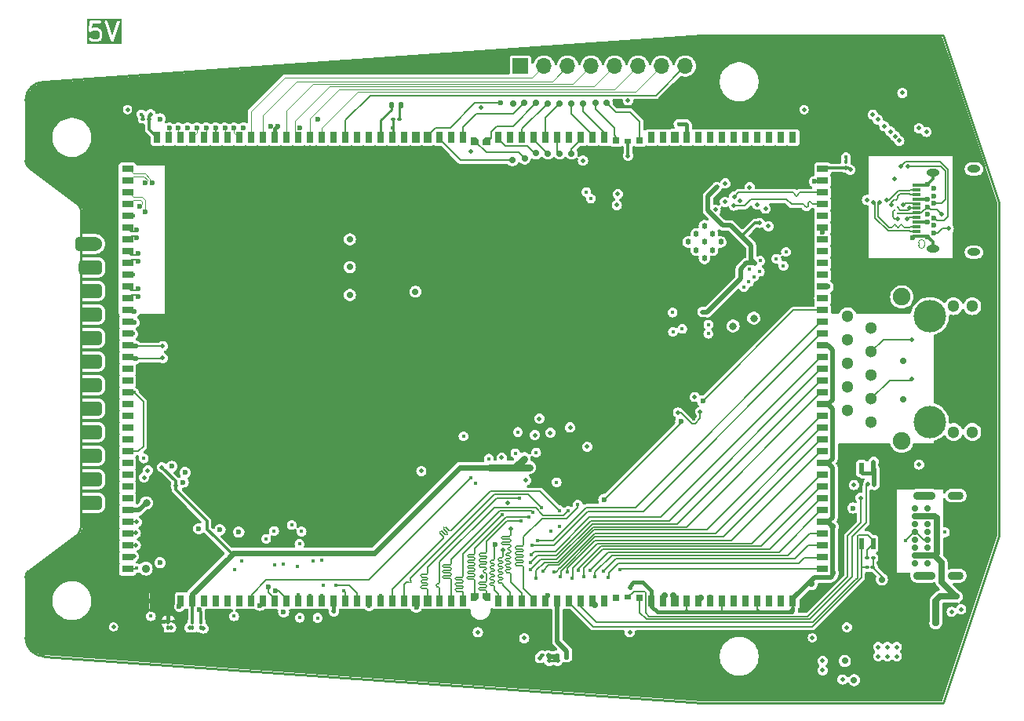
<source format=gbr>
G04 #@! TF.GenerationSoftware,KiCad,Pcbnew,8.0.1-8.0.1-1~ubuntu22.04.1*
G04 #@! TF.CreationDate,2024-03-31T08:55:46-05:00*
G04 #@! TF.ProjectId,controller,636f6e74-726f-46c6-9c65-722e6b696361,rev?*
G04 #@! TF.SameCoordinates,Original*
G04 #@! TF.FileFunction,Copper,L4,Bot*
G04 #@! TF.FilePolarity,Positive*
%FSLAX46Y46*%
G04 Gerber Fmt 4.6, Leading zero omitted, Abs format (unit mm)*
G04 Created by KiCad (PCBNEW 8.0.1-8.0.1-1~ubuntu22.04.1) date 2024-03-31 08:55:46*
%MOMM*%
%LPD*%
G01*
G04 APERTURE LIST*
G04 Aperture macros list*
%AMRoundRect*
0 Rectangle with rounded corners*
0 $1 Rounding radius*
0 $2 $3 $4 $5 $6 $7 $8 $9 X,Y pos of 4 corners*
0 Add a 4 corners polygon primitive as box body*
4,1,4,$2,$3,$4,$5,$6,$7,$8,$9,$2,$3,0*
0 Add four circle primitives for the rounded corners*
1,1,$1+$1,$2,$3*
1,1,$1+$1,$4,$5*
1,1,$1+$1,$6,$7*
1,1,$1+$1,$8,$9*
0 Add four rect primitives between the rounded corners*
20,1,$1+$1,$2,$3,$4,$5,0*
20,1,$1+$1,$4,$5,$6,$7,0*
20,1,$1+$1,$6,$7,$8,$9,0*
20,1,$1+$1,$8,$9,$2,$3,0*%
%AMOutline5P*
0 Free polygon, 5 corners , with rotation*
0 The origin of the aperture is its center*
0 number of corners: always 5*
0 $1 to $10 corner X, Y*
0 $11 Rotation angle, in degrees counterclockwise*
0 create outline with 5 corners*
4,1,5,$1,$2,$3,$4,$5,$6,$7,$8,$9,$10,$1,$2,$11*%
%AMOutline6P*
0 Free polygon, 6 corners , with rotation*
0 The origin of the aperture is its center*
0 number of corners: always 6*
0 $1 to $12 corner X, Y*
0 $13 Rotation angle, in degrees counterclockwise*
0 create outline with 6 corners*
4,1,6,$1,$2,$3,$4,$5,$6,$7,$8,$9,$10,$11,$12,$1,$2,$13*%
%AMOutline7P*
0 Free polygon, 7 corners , with rotation*
0 The origin of the aperture is its center*
0 number of corners: always 7*
0 $1 to $14 corner X, Y*
0 $15 Rotation angle, in degrees counterclockwise*
0 create outline with 7 corners*
4,1,7,$1,$2,$3,$4,$5,$6,$7,$8,$9,$10,$11,$12,$13,$14,$1,$2,$15*%
%AMOutline8P*
0 Free polygon, 8 corners , with rotation*
0 The origin of the aperture is its center*
0 number of corners: always 8*
0 $1 to $16 corner X, Y*
0 $17 Rotation angle, in degrees counterclockwise*
0 create outline with 8 corners*
4,1,8,$1,$2,$3,$4,$5,$6,$7,$8,$9,$10,$11,$12,$13,$14,$15,$16,$1,$2,$17*%
%AMFreePoly0*
4,1,5,0.400000,-0.600000,-0.400000,-0.600000,-0.400000,0.600000,0.400000,0.600000,0.400000,-0.600000,0.400000,-0.600000,$1*%
G04 Aperture macros list end*
%ADD10C,0.300000*%
G04 #@! TA.AperFunction,ComponentPad*
%ADD11C,0.625000*%
G04 #@! TD*
G04 #@! TA.AperFunction,ConnectorPad*
%ADD12RoundRect,0.381000X-0.894000X-0.381000X0.894000X-0.381000X0.894000X0.381000X-0.894000X0.381000X0*%
G04 #@! TD*
G04 #@! TA.AperFunction,ComponentPad*
%ADD13RoundRect,0.762000X-0.000010X-0.000010X0.000010X-0.000010X0.000010X0.000010X-0.000010X0.000010X0*%
G04 #@! TD*
G04 #@! TA.AperFunction,ConnectorPad*
%ADD14RoundRect,0.381000X-0.877000X-0.381000X0.877000X-0.381000X0.877000X0.381000X-0.877000X0.381000X0*%
G04 #@! TD*
G04 #@! TA.AperFunction,ComponentPad*
%ADD15RoundRect,0.381000X-0.381000X-0.381000X0.381000X-0.381000X0.381000X0.381000X-0.381000X0.381000X0*%
G04 #@! TD*
G04 #@! TA.AperFunction,ConnectorPad*
%ADD16RoundRect,0.381000X-0.750000X-0.381000X0.750000X-0.381000X0.750000X0.381000X-0.750000X0.381000X0*%
G04 #@! TD*
G04 #@! TA.AperFunction,SMDPad,CuDef*
%ADD17R,0.800000X1.200000*%
G04 #@! TD*
G04 #@! TA.AperFunction,SMDPad,CuDef*
%ADD18FreePoly0,0.000000*%
G04 #@! TD*
G04 #@! TA.AperFunction,SMDPad,CuDef*
%ADD19Outline5P,-0.400000X0.400000X0.120000X0.400000X0.400000X0.120000X0.400000X-0.400000X-0.400000X-0.400000X0.000000*%
G04 #@! TD*
G04 #@! TA.AperFunction,SMDPad,CuDef*
%ADD20Outline5P,-0.400000X0.120000X-0.120000X0.400000X0.400000X0.400000X0.400000X-0.400000X-0.400000X-0.400000X0.000000*%
G04 #@! TD*
G04 #@! TA.AperFunction,SMDPad,CuDef*
%ADD21R,0.800000X0.700000*%
G04 #@! TD*
G04 #@! TA.AperFunction,SMDPad,CuDef*
%ADD22R,0.800000X0.600000*%
G04 #@! TD*
G04 #@! TA.AperFunction,SMDPad,CuDef*
%ADD23R,1.200000X0.800000*%
G04 #@! TD*
G04 #@! TA.AperFunction,SMDPad,CuDef*
%ADD24R,0.800000X0.800000*%
G04 #@! TD*
G04 #@! TA.AperFunction,SMDPad,CuDef*
%ADD25Outline5P,-0.400000X0.400000X0.400000X0.400000X0.400000X-0.400000X-0.120000X-0.400000X-0.400000X-0.120000X0.000000*%
G04 #@! TD*
G04 #@! TA.AperFunction,SMDPad,CuDef*
%ADD26Outline5P,-0.400000X0.400000X0.400000X0.400000X0.400000X-0.120000X0.120000X-0.400000X-0.400000X-0.400000X0.000000*%
G04 #@! TD*
G04 #@! TA.AperFunction,ComponentPad*
%ADD27C,0.700000*%
G04 #@! TD*
G04 #@! TA.AperFunction,ComponentPad*
%ADD28O,1.700000X0.900000*%
G04 #@! TD*
G04 #@! TA.AperFunction,ComponentPad*
%ADD29O,2.400000X0.900000*%
G04 #@! TD*
G04 #@! TA.AperFunction,SMDPad,CuDef*
%ADD30RoundRect,0.100000X0.130000X0.100000X-0.130000X0.100000X-0.130000X-0.100000X0.130000X-0.100000X0*%
G04 #@! TD*
G04 #@! TA.AperFunction,SMDPad,CuDef*
%ADD31RoundRect,0.100000X0.100000X-0.130000X0.100000X0.130000X-0.100000X0.130000X-0.100000X-0.130000X0*%
G04 #@! TD*
G04 #@! TA.AperFunction,SMDPad,CuDef*
%ADD32RoundRect,0.100000X-0.100000X0.130000X-0.100000X-0.130000X0.100000X-0.130000X0.100000X0.130000X0*%
G04 #@! TD*
G04 #@! TA.AperFunction,SMDPad,CuDef*
%ADD33RoundRect,0.147500X0.147500X0.172500X-0.147500X0.172500X-0.147500X-0.172500X0.147500X-0.172500X0*%
G04 #@! TD*
G04 #@! TA.AperFunction,SMDPad,CuDef*
%ADD34R,0.200000X0.200000*%
G04 #@! TD*
G04 #@! TA.AperFunction,SMDPad,CuDef*
%ADD35RoundRect,0.135000X-0.135000X-0.185000X0.135000X-0.185000X0.135000X0.185000X-0.135000X0.185000X0*%
G04 #@! TD*
G04 #@! TA.AperFunction,SMDPad,CuDef*
%ADD36R,0.900000X0.300000*%
G04 #@! TD*
G04 #@! TA.AperFunction,ComponentPad*
%ADD37C,0.600000*%
G04 #@! TD*
G04 #@! TA.AperFunction,ComponentPad*
%ADD38O,1.400000X0.800000*%
G04 #@! TD*
G04 #@! TA.AperFunction,SMDPad,CuDef*
%ADD39C,0.500000*%
G04 #@! TD*
G04 #@! TA.AperFunction,ComponentPad*
%ADD40R,1.700000X1.700000*%
G04 #@! TD*
G04 #@! TA.AperFunction,ComponentPad*
%ADD41O,1.700000X1.700000*%
G04 #@! TD*
G04 #@! TA.AperFunction,WasherPad*
%ADD42C,1.900000*%
G04 #@! TD*
G04 #@! TA.AperFunction,WasherPad*
%ADD43C,3.500000*%
G04 #@! TD*
G04 #@! TA.AperFunction,ComponentPad*
%ADD44C,1.300000*%
G04 #@! TD*
G04 #@! TA.AperFunction,SMDPad,CuDef*
%ADD45R,0.508000X1.219200*%
G04 #@! TD*
G04 #@! TA.AperFunction,SMDPad,CuDef*
%ADD46RoundRect,0.100000X-0.130000X-0.100000X0.130000X-0.100000X0.130000X0.100000X-0.130000X0.100000X0*%
G04 #@! TD*
G04 #@! TA.AperFunction,ViaPad*
%ADD47C,0.800000*%
G04 #@! TD*
G04 #@! TA.AperFunction,ViaPad*
%ADD48C,1.000000*%
G04 #@! TD*
G04 #@! TA.AperFunction,ViaPad*
%ADD49C,0.500000*%
G04 #@! TD*
G04 #@! TA.AperFunction,ViaPad*
%ADD50C,0.450000*%
G04 #@! TD*
G04 #@! TA.AperFunction,ViaPad*
%ADD51C,0.700000*%
G04 #@! TD*
G04 #@! TA.AperFunction,ViaPad*
%ADD52C,0.600000*%
G04 #@! TD*
G04 #@! TA.AperFunction,ViaPad*
%ADD53C,0.900000*%
G04 #@! TD*
G04 #@! TA.AperFunction,Conductor*
%ADD54C,0.300000*%
G04 #@! TD*
G04 #@! TA.AperFunction,Conductor*
%ADD55C,0.200000*%
G04 #@! TD*
G04 #@! TA.AperFunction,Conductor*
%ADD56C,0.150000*%
G04 #@! TD*
G04 #@! TA.AperFunction,Conductor*
%ADD57C,0.250000*%
G04 #@! TD*
G04 #@! TA.AperFunction,Conductor*
%ADD58C,0.450000*%
G04 #@! TD*
G04 #@! TA.AperFunction,Conductor*
%ADD59C,0.500000*%
G04 #@! TD*
G04 #@! TA.AperFunction,Conductor*
%ADD60C,0.600000*%
G04 #@! TD*
G04 #@! TA.AperFunction,Conductor*
%ADD61C,0.800000*%
G04 #@! TD*
G04 #@! TA.AperFunction,Conductor*
%ADD62C,0.218186*%
G04 #@! TD*
G04 #@! TA.AperFunction,Conductor*
%ADD63C,0.123400*%
G04 #@! TD*
G04 #@! TA.AperFunction,Conductor*
%ADD64C,0.700000*%
G04 #@! TD*
G04 #@! TA.AperFunction,Conductor*
%ADD65C,0.157500*%
G04 #@! TD*
G04 #@! TA.AperFunction,Profile*
%ADD66C,0.254000*%
G04 #@! TD*
G04 #@! TA.AperFunction,Profile*
%ADD67C,0.010000*%
G04 #@! TD*
G04 APERTURE END LIST*
D10*
G36*
X93396983Y-64911860D02*
G01*
X89606798Y-64911860D01*
X89606798Y-63506499D01*
X89829020Y-63506499D01*
X89831202Y-63513730D01*
X89831202Y-63521283D01*
X89839593Y-63541542D01*
X89845927Y-63562531D01*
X89850709Y-63568376D01*
X89853600Y-63575355D01*
X89869102Y-63590857D01*
X89882987Y-63607828D01*
X89889644Y-63611399D01*
X89894985Y-63616740D01*
X89915237Y-63625128D01*
X89934562Y-63635495D01*
X89942080Y-63636246D01*
X89949058Y-63639137D01*
X89970981Y-63639137D01*
X89992800Y-63641319D01*
X90000031Y-63639137D01*
X90007584Y-63639137D01*
X90027843Y-63630745D01*
X90048832Y-63624412D01*
X90054677Y-63619629D01*
X90061656Y-63616739D01*
X90084387Y-63598084D01*
X90157676Y-63522170D01*
X90295175Y-63451364D01*
X90700649Y-63449052D01*
X90837891Y-63515644D01*
X90900548Y-63576137D01*
X90971354Y-63713636D01*
X90973666Y-64119109D01*
X90907073Y-64256352D01*
X90846582Y-64319009D01*
X90709083Y-64389815D01*
X90303609Y-64392127D01*
X90166366Y-64325534D01*
X90061656Y-64224441D01*
X90007584Y-64202043D01*
X89949058Y-64202043D01*
X89894985Y-64224440D01*
X89853600Y-64265825D01*
X89831202Y-64319897D01*
X89831202Y-64378423D01*
X89853599Y-64432496D01*
X89872253Y-64455226D01*
X89970331Y-64549917D01*
X89981590Y-64562899D01*
X89987875Y-64566855D01*
X89990222Y-64569121D01*
X89993884Y-64570637D01*
X90006476Y-64578564D01*
X90178252Y-64661912D01*
X90180698Y-64664358D01*
X90198428Y-64671702D01*
X90224416Y-64684312D01*
X90229791Y-64684693D01*
X90234770Y-64686756D01*
X90264034Y-64689638D01*
X90717244Y-64687053D01*
X90721463Y-64688460D01*
X90743348Y-64686905D01*
X90769489Y-64686756D01*
X90774466Y-64684694D01*
X90779844Y-64684312D01*
X90807307Y-64673802D01*
X90996408Y-64576422D01*
X91014037Y-64569120D01*
X91019845Y-64564352D01*
X91022669Y-64562899D01*
X91025266Y-64559904D01*
X91036768Y-64550465D01*
X91131454Y-64452389D01*
X91144438Y-64441129D01*
X91148396Y-64434840D01*
X91150661Y-64432495D01*
X91152177Y-64428833D01*
X91160103Y-64416243D01*
X91243451Y-64244466D01*
X91245897Y-64242021D01*
X91253241Y-64224290D01*
X91265851Y-64198303D01*
X91266232Y-64192927D01*
X91268295Y-64187949D01*
X91271177Y-64158685D01*
X91268592Y-63705475D01*
X91269999Y-63701257D01*
X91268444Y-63679372D01*
X91268295Y-63653231D01*
X91266232Y-63648252D01*
X91265851Y-63642877D01*
X91255341Y-63615413D01*
X91157964Y-63426317D01*
X91150661Y-63408685D01*
X91145891Y-63402873D01*
X91144438Y-63400051D01*
X91141444Y-63397455D01*
X91132006Y-63385954D01*
X91033933Y-63291269D01*
X91022669Y-63278281D01*
X91016380Y-63274322D01*
X91014037Y-63272060D01*
X91010378Y-63270544D01*
X90997783Y-63262616D01*
X90826005Y-63179266D01*
X90823561Y-63176822D01*
X90805836Y-63169480D01*
X90779844Y-63156868D01*
X90774466Y-63156485D01*
X90769489Y-63154424D01*
X90740225Y-63151542D01*
X90287014Y-63154126D01*
X90282796Y-63152720D01*
X90260911Y-63154274D01*
X90234770Y-63154424D01*
X90229791Y-63156486D01*
X90224416Y-63156868D01*
X90196952Y-63167378D01*
X90158614Y-63187120D01*
X90206933Y-62689246D01*
X91055203Y-62686756D01*
X91109275Y-62664358D01*
X91150659Y-62622974D01*
X91173057Y-62568902D01*
X91173057Y-62558398D01*
X91543784Y-62558398D01*
X91550303Y-62587072D01*
X92213857Y-64568824D01*
X92214599Y-64579258D01*
X92222929Y-64595919D01*
X92228958Y-64613923D01*
X92235980Y-64622019D01*
X92240773Y-64631605D01*
X92254981Y-64643928D01*
X92267305Y-64658137D01*
X92276890Y-64662929D01*
X92284987Y-64669952D01*
X92302828Y-64675899D01*
X92319652Y-64684311D01*
X92330344Y-64685071D01*
X92340511Y-64688460D01*
X92359267Y-64687127D01*
X92378033Y-64688461D01*
X92388203Y-64685070D01*
X92398892Y-64684311D01*
X92415713Y-64675900D01*
X92433557Y-64669952D01*
X92441653Y-64662929D01*
X92451239Y-64658137D01*
X92463562Y-64643928D01*
X92477771Y-64631605D01*
X92482563Y-64622019D01*
X92489586Y-64613923D01*
X92501574Y-64587072D01*
X93174761Y-62558399D01*
X93170612Y-62500019D01*
X93144438Y-62447672D01*
X93100224Y-62409324D01*
X93044699Y-62390816D01*
X92986319Y-62394965D01*
X92933972Y-62421139D01*
X92895625Y-62465353D01*
X92883636Y-62492204D01*
X92360136Y-64069789D01*
X91822920Y-62465353D01*
X91784573Y-62421139D01*
X91732226Y-62394965D01*
X91673846Y-62390816D01*
X91618321Y-62409324D01*
X91574107Y-62447671D01*
X91547933Y-62500018D01*
X91543784Y-62558398D01*
X91173057Y-62558398D01*
X91173057Y-62510374D01*
X91150659Y-62456302D01*
X91109275Y-62414918D01*
X91055203Y-62392520D01*
X91025939Y-62389638D01*
X90079853Y-62392415D01*
X90059078Y-62390338D01*
X90051920Y-62392497D01*
X90044294Y-62392520D01*
X90024034Y-62400911D01*
X90003046Y-62407245D01*
X89997201Y-62412026D01*
X89990222Y-62414918D01*
X89974716Y-62430423D01*
X89957749Y-62444306D01*
X89954178Y-62450961D01*
X89948838Y-62456302D01*
X89940446Y-62476559D01*
X89930082Y-62495881D01*
X89927867Y-62506928D01*
X89926440Y-62510374D01*
X89926440Y-62514048D01*
X89924302Y-62524713D01*
X89833896Y-63456251D01*
X89831202Y-63462757D01*
X89831202Y-63484015D01*
X89829020Y-63506499D01*
X89606798Y-63506499D01*
X89606798Y-62167416D01*
X93396983Y-62167416D01*
X93396983Y-64911860D01*
G37*
D11*
X158012287Y-86281996D03*
X156244520Y-84514229D03*
X157128403Y-85398113D03*
X157128403Y-87165879D03*
X156244520Y-86281996D03*
X155360637Y-85398113D03*
X155360637Y-87165879D03*
X156244520Y-88049763D03*
X154476753Y-86281996D03*
D12*
X89625000Y-86500000D03*
D13*
X90500000Y-86500000D03*
D14*
X89980000Y-89040000D03*
D15*
X90500000Y-89040000D03*
D16*
X89992000Y-91580000D03*
D15*
X90500000Y-91580000D03*
D16*
X89992000Y-94120000D03*
D15*
X90500000Y-94120000D03*
D16*
X89992000Y-96660000D03*
D15*
X90500000Y-96660000D03*
D16*
X89992000Y-99200000D03*
D15*
X90500000Y-99200000D03*
D16*
X89992000Y-101740000D03*
D15*
X90500000Y-101740000D03*
D16*
X89992000Y-104280000D03*
D15*
X90500000Y-104280000D03*
D16*
X89992000Y-106820000D03*
D15*
X90500000Y-106820000D03*
D16*
X89992000Y-109360000D03*
D15*
X90500000Y-109360000D03*
D16*
X89992000Y-111900000D03*
D15*
X90500000Y-111900000D03*
D16*
X89992000Y-114440000D03*
D15*
X90500000Y-114440000D03*
D17*
X97210000Y-75000000D03*
X98480000Y-75000000D03*
X99750000Y-75000000D03*
X101020000Y-75000000D03*
X102290000Y-75000000D03*
X103560000Y-75000000D03*
X104830000Y-75000000D03*
X106100000Y-75000000D03*
X107370000Y-75000000D03*
X108640000Y-75000000D03*
X109910000Y-75000000D03*
X111180000Y-75000000D03*
X112450000Y-75000000D03*
X113720000Y-75000000D03*
X114990000Y-75000000D03*
X116260000Y-75000000D03*
X117530000Y-75000000D03*
X118800000Y-75000000D03*
X120070000Y-75000000D03*
X121340000Y-75000000D03*
X122610000Y-75000000D03*
X123880000Y-75000000D03*
D18*
X125150000Y-75000000D03*
X126420000Y-75000000D03*
D17*
X127690000Y-75000000D03*
X128960000Y-75000000D03*
X130230000Y-75000000D03*
D19*
X131500000Y-75400000D03*
D20*
X132770000Y-75400000D03*
D17*
X134040000Y-75000000D03*
X135310000Y-75000000D03*
X136580000Y-75000000D03*
X137850000Y-75000000D03*
X139120000Y-75000000D03*
X140390000Y-75000000D03*
X141660000Y-75000000D03*
X142930000Y-75000000D03*
X144200000Y-75000000D03*
X145470000Y-75000000D03*
D21*
X146740000Y-75350000D03*
D22*
X148010000Y-75400000D03*
D21*
X149280000Y-75340000D03*
D17*
X150550000Y-75000000D03*
X151820000Y-75000000D03*
D18*
X153090000Y-75000000D03*
D17*
X154360000Y-75000000D03*
X155630000Y-75000000D03*
X156900000Y-75000000D03*
X158170000Y-75000000D03*
X159440000Y-75000000D03*
X160710000Y-75000000D03*
X161980000Y-75000000D03*
X163250000Y-75000000D03*
X164520000Y-75000000D03*
X165790000Y-75000000D03*
D23*
X169000000Y-78410000D03*
X169000000Y-79680000D03*
X169000000Y-80950000D03*
X169000000Y-82220000D03*
X169000000Y-83490000D03*
X169000000Y-84760000D03*
X169000000Y-86030000D03*
X169000000Y-87300000D03*
X169000000Y-88570000D03*
X169000000Y-89840000D03*
X169000000Y-91110000D03*
X169000000Y-92380000D03*
X169000000Y-93650000D03*
X169000000Y-94920000D03*
X169000000Y-96190000D03*
X169000000Y-97460000D03*
X169000000Y-98730000D03*
X169000000Y-100000000D03*
X169000000Y-101270000D03*
X169000000Y-102540000D03*
X169000000Y-103810000D03*
X169000000Y-105080000D03*
X169000000Y-106350000D03*
X169000000Y-107620000D03*
X169000000Y-108890000D03*
X169000000Y-110160000D03*
X169000000Y-111430000D03*
X169000000Y-112700000D03*
X169000000Y-113970000D03*
X169000000Y-115240000D03*
X169000000Y-116510000D03*
X169000000Y-117780000D03*
X169000000Y-119050000D03*
X169000000Y-120320000D03*
X169000000Y-121590000D03*
D17*
X165790000Y-125000000D03*
X164520000Y-125000000D03*
X163250000Y-125000000D03*
X161980000Y-125000000D03*
X160710000Y-125000000D03*
X159440000Y-125000000D03*
X158170000Y-125000000D03*
X156900000Y-125000000D03*
X155630000Y-125000000D03*
X154360000Y-125000000D03*
D18*
X153090000Y-125000000D03*
D17*
X151820000Y-125000000D03*
X150550000Y-125000000D03*
D24*
X149280000Y-124700000D03*
D22*
X148010000Y-124600000D03*
D24*
X146740000Y-124700000D03*
D17*
X145470000Y-125000000D03*
X144200000Y-125000000D03*
X142930000Y-125000000D03*
X141660000Y-125000000D03*
X140390000Y-125000000D03*
X139120000Y-125000000D03*
X137850000Y-125000000D03*
X136580000Y-125000000D03*
X135310000Y-125000000D03*
X134040000Y-125000000D03*
D25*
X132770000Y-124600000D03*
D26*
X131500000Y-124600000D03*
D17*
X130230000Y-125000000D03*
X128960000Y-125000000D03*
X127690000Y-125000000D03*
D18*
X126420000Y-125000000D03*
X125150000Y-125000000D03*
D17*
X123880000Y-125000000D03*
X122610000Y-125000000D03*
X121340000Y-125000000D03*
X120070000Y-125000000D03*
X118800000Y-125000000D03*
X117530000Y-125000000D03*
X116260000Y-125000000D03*
X114990000Y-125000000D03*
X113720000Y-125000000D03*
X112450000Y-125000000D03*
X111180000Y-125000000D03*
X109910000Y-125000000D03*
X108640000Y-125000000D03*
X107370000Y-125000000D03*
X106100000Y-125000000D03*
X104830000Y-125000000D03*
X103560000Y-125000000D03*
X102290000Y-125000000D03*
X101020000Y-125000000D03*
X99750000Y-125000000D03*
X98480000Y-125000000D03*
X97210000Y-125000000D03*
D23*
X94000000Y-121590000D03*
X94000000Y-120320000D03*
X94000000Y-119050000D03*
X94000000Y-117780000D03*
X94000000Y-116510000D03*
X94000000Y-115240000D03*
X94000000Y-113970000D03*
X94000000Y-112700000D03*
X94000000Y-111430000D03*
X94000000Y-110160000D03*
X94000000Y-108890000D03*
X94000000Y-107620000D03*
X94000000Y-106350000D03*
X94000000Y-105080000D03*
X94000000Y-103810000D03*
X94000000Y-102540000D03*
X94000000Y-101270000D03*
X94000000Y-100000000D03*
X94000000Y-98730000D03*
X94000000Y-97460000D03*
X94000000Y-96190000D03*
X94000000Y-94920000D03*
X94000000Y-93650000D03*
X94000000Y-92380000D03*
X94000000Y-91110000D03*
X94000000Y-89840000D03*
X94000000Y-88570000D03*
X94000000Y-87300000D03*
X94000000Y-86030000D03*
X94000000Y-84760000D03*
X94000000Y-83490000D03*
X94000000Y-82220000D03*
X94000000Y-80950000D03*
X94000000Y-79680000D03*
X94000000Y-78410000D03*
D27*
X179000000Y-115000000D03*
X179000000Y-115850000D03*
X179000000Y-116700000D03*
X179000000Y-117550000D03*
X179000000Y-118400000D03*
X179000000Y-119250000D03*
X179000000Y-120100000D03*
X179000000Y-120950000D03*
X180350000Y-120950000D03*
X180350000Y-120100000D03*
X180350000Y-119250000D03*
X180350000Y-118400000D03*
X180350000Y-117550000D03*
X180350000Y-116700000D03*
X180350000Y-115850000D03*
X180350000Y-115000000D03*
D28*
X183360000Y-113650000D03*
D29*
X179980000Y-113650000D03*
D28*
X183360000Y-122300000D03*
D29*
X179980000Y-122300000D03*
D30*
X96320000Y-73000000D03*
X95680000Y-73000000D03*
D31*
X171500000Y-78280000D03*
X171500000Y-77640000D03*
D30*
X139420000Y-130900000D03*
X138780000Y-130900000D03*
D32*
X98400000Y-127280000D03*
X98400000Y-127920000D03*
X101000000Y-127280000D03*
X101000000Y-127920000D03*
D30*
X174420000Y-121400000D03*
X173780000Y-121400000D03*
D33*
X123485000Y-71500000D03*
X122515000Y-71500000D03*
D34*
X176769000Y-82900000D03*
X177069000Y-82560000D03*
X177069000Y-83240000D03*
D32*
X101900000Y-127280000D03*
X101900000Y-127920000D03*
D35*
X140390001Y-131000000D03*
X141409999Y-131000000D03*
D36*
X179119000Y-80150000D03*
X179119000Y-80650000D03*
X179119000Y-81150000D03*
X179119000Y-81650000D03*
X179119000Y-82150000D03*
X179119000Y-82650000D03*
X179119000Y-83150000D03*
X179119000Y-83650000D03*
X179119000Y-84150000D03*
X179119000Y-84650000D03*
X179119000Y-85150000D03*
X179119000Y-85650000D03*
D37*
X180329000Y-85700000D03*
X181029000Y-85300000D03*
X181029000Y-84500000D03*
X180329000Y-84100000D03*
X181029000Y-83700000D03*
X180329000Y-83300000D03*
X180329000Y-82500000D03*
X181029000Y-82100000D03*
X180329000Y-81700000D03*
X181029000Y-81300000D03*
X181029000Y-80500000D03*
X180329000Y-80100000D03*
D38*
X180919000Y-78770000D03*
X180919000Y-87030000D03*
X185319000Y-78410000D03*
X185319000Y-87390000D03*
D39*
X167000000Y-72000000D03*
D30*
X174440000Y-120400000D03*
X173800000Y-120400000D03*
D40*
X136400000Y-67300000D03*
D41*
X138940000Y-67300000D03*
X141480000Y-67300000D03*
X144020000Y-67300000D03*
X146560000Y-67300000D03*
X149100000Y-67300000D03*
X151640000Y-67300000D03*
X154180000Y-67300000D03*
D42*
X177540000Y-92205000D03*
D43*
X180590000Y-94285000D03*
X180590000Y-105715000D03*
D42*
X177540000Y-107795000D03*
D44*
X171700000Y-94285000D03*
X174240000Y-95555000D03*
X171700000Y-96825000D03*
X174240000Y-98095000D03*
X171700000Y-99365000D03*
X174240000Y-100635000D03*
X171700000Y-101905000D03*
X174240000Y-103175000D03*
X171700000Y-104445000D03*
X174240000Y-105715000D03*
X185160000Y-93215000D03*
X183130000Y-93215000D03*
X185160000Y-106785000D03*
X183130000Y-106785000D03*
D39*
X167900000Y-129000000D03*
D45*
X174470000Y-118828000D03*
X173200000Y-118828000D03*
X173200000Y-110700000D03*
X174470000Y-110700000D03*
D39*
X92480000Y-127820000D03*
D46*
X122680000Y-73000000D03*
X123320000Y-73000000D03*
D39*
X94000000Y-72000000D03*
D47*
X172000000Y-74000000D03*
X171000000Y-74000000D03*
X172000000Y-75000000D03*
X144460000Y-77660000D03*
D48*
X173500000Y-129900000D03*
D49*
X155250000Y-96780000D03*
D47*
X173000000Y-75000000D03*
D48*
X172590000Y-128910000D03*
D49*
X145400000Y-82800000D03*
X142740000Y-107400000D03*
D50*
X155100000Y-105400000D03*
D47*
X171000000Y-75000000D03*
X173000000Y-74000000D03*
X113690000Y-76300000D03*
D48*
X173600000Y-128900000D03*
X172500000Y-129900000D03*
D51*
X135527000Y-77455000D03*
X136853000Y-77274000D03*
X138075000Y-76713000D03*
X139365000Y-76750000D03*
X140635000Y-76750000D03*
X141910000Y-76730000D03*
X136825000Y-71250000D03*
X138100000Y-71300000D03*
X139350000Y-71325000D03*
X140625000Y-71325000D03*
X141910000Y-71340000D03*
X143180000Y-71324000D03*
X144476000Y-71288000D03*
X145689000Y-71270000D03*
D50*
X138800000Y-121780000D03*
X140030000Y-121856269D03*
X141470290Y-121898940D03*
D52*
X134250000Y-71250000D03*
D49*
X172000000Y-78500000D03*
X155800000Y-104600000D03*
D52*
X101715543Y-125992475D03*
X97503000Y-120904000D03*
D49*
X134370000Y-109570000D03*
X174600000Y-112500000D03*
D52*
X110843113Y-126233440D03*
D49*
X140400000Y-131500000D03*
X179400000Y-110300000D03*
D50*
X106300000Y-120680000D03*
X140610000Y-117020000D03*
D49*
X153400000Y-104700000D03*
X137010000Y-111980000D03*
D52*
X101694000Y-117221000D03*
X106012000Y-117602000D03*
D49*
X174500000Y-110000000D03*
X139500000Y-131500000D03*
X96500000Y-72500000D03*
D52*
X95153475Y-92170000D03*
X95153475Y-91320000D03*
X95123000Y-88360000D03*
X95123000Y-87510000D03*
D49*
X99200000Y-112600000D03*
D50*
X137382841Y-110603734D03*
D49*
X97700000Y-110600000D03*
D50*
X135984000Y-110490000D03*
X113510000Y-119880000D03*
X136670000Y-109840000D03*
D49*
X176820000Y-74877504D03*
X176320000Y-74377500D03*
X174430000Y-72530000D03*
X174960000Y-73070000D03*
X177280000Y-75360000D03*
X175670000Y-73790000D03*
D50*
X94677000Y-102505469D03*
D49*
X136810000Y-129040000D03*
X102200000Y-128000000D03*
X163172000Y-84589000D03*
D50*
X139680000Y-117510000D03*
X136119484Y-106801255D03*
X135370000Y-75010000D03*
D49*
X154300000Y-126100000D03*
D50*
X135857000Y-109093000D03*
X112590000Y-126840000D03*
X95500000Y-72500000D03*
D49*
X138500000Y-131200000D03*
D52*
X170149063Y-122011962D03*
D49*
X180200000Y-74400000D03*
D50*
X108953794Y-118320000D03*
D49*
X146900000Y-81100000D03*
X177600000Y-70200000D03*
D47*
X161570000Y-94510000D03*
D49*
X172400000Y-112500000D03*
D52*
X110200000Y-73769996D03*
D49*
X125700000Y-111000000D03*
X143150000Y-77500000D03*
D52*
X99580000Y-125610000D03*
D49*
X116260000Y-126160000D03*
D50*
X94600000Y-89840000D03*
X171510000Y-77100000D03*
D52*
X139340000Y-124460000D03*
X114500000Y-73000000D03*
D50*
X144000000Y-81600000D03*
D49*
X148000000Y-71000000D03*
X132200000Y-122400000D03*
X175000000Y-130000000D03*
X143590000Y-108370000D03*
D50*
X109900000Y-121150000D03*
D52*
X169593000Y-91113000D03*
D50*
X164780000Y-88850000D03*
D49*
X138440000Y-105350000D03*
D50*
X95748560Y-109640000D03*
D52*
X100496584Y-73988612D03*
X169005000Y-85200498D03*
D50*
X161580000Y-90060000D03*
D49*
X137960000Y-107120000D03*
D50*
X122610000Y-74000000D03*
D49*
X141760000Y-106300000D03*
D52*
X109440000Y-73769996D03*
D49*
X135000000Y-114450000D03*
D50*
X94600000Y-83490000D03*
D49*
X148200000Y-128400000D03*
X148000000Y-77000000D03*
X139630000Y-106870000D03*
D50*
X161020000Y-90600000D03*
D51*
X118000000Y-89000000D03*
D50*
X130250000Y-107250000D03*
X114971016Y-120660000D03*
D52*
X97500000Y-73000000D03*
D50*
X128960000Y-75000000D03*
D49*
X131800000Y-128400000D03*
X162000000Y-126100000D03*
X176730000Y-79510000D03*
D50*
X156660000Y-96180000D03*
D49*
X175000000Y-131000000D03*
X177000000Y-130000000D03*
D50*
X153450000Y-73560000D03*
D49*
X177000000Y-131000000D03*
D52*
X103980000Y-117348000D03*
D50*
X152850000Y-95990000D03*
X143500000Y-80900000D03*
X152810000Y-93900000D03*
X156680000Y-95190000D03*
D47*
X96040000Y-114430000D03*
D50*
X94963766Y-121469642D03*
D51*
X118000000Y-86000000D03*
D52*
X116250000Y-75000000D03*
D53*
X95960000Y-121530000D03*
D49*
X169000000Y-131500000D03*
X146800000Y-82300000D03*
D50*
X105510000Y-126670000D03*
D52*
X98800000Y-110500000D03*
D50*
X160510000Y-91160000D03*
D49*
X183950000Y-125920000D03*
D50*
X182190000Y-117612000D03*
D52*
X112558700Y-73970498D03*
D51*
X135575000Y-71325000D03*
D50*
X131590000Y-112360000D03*
D52*
X172250000Y-115000000D03*
D49*
X177062000Y-83789502D03*
D52*
X125160000Y-125700000D03*
D50*
X153850000Y-95660000D03*
X162230000Y-89480000D03*
D51*
X118000000Y-92000000D03*
D49*
X162850000Y-82683000D03*
X169000000Y-132500000D03*
D51*
X175400000Y-122700000D03*
D50*
X141680000Y-74990000D03*
D49*
X98700000Y-127900000D03*
D50*
X162270000Y-88320000D03*
D52*
X103500000Y-74000000D03*
D49*
X158500000Y-79968000D03*
X100700000Y-127900000D03*
X161125000Y-80380000D03*
D51*
X170100010Y-117010010D03*
D49*
X155200000Y-103000000D03*
D52*
X106500000Y-73970498D03*
D49*
X148210000Y-123550000D03*
D52*
X178693000Y-85807000D03*
D49*
X182930000Y-126200000D03*
D51*
X167800000Y-123200000D03*
D50*
X160622000Y-74993500D03*
D49*
X176000000Y-130000000D03*
X131075000Y-76475000D03*
D50*
X105590000Y-121670000D03*
D51*
X177699999Y-103299999D03*
D50*
X164009528Y-88099934D03*
D49*
X173784000Y-81757000D03*
X176000000Y-131000000D03*
X132173000Y-71812000D03*
D50*
X94600000Y-96190000D03*
X114060000Y-120710000D03*
X140302000Y-112204500D03*
D51*
X125067000Y-91647000D03*
D52*
X169600000Y-110160000D03*
D51*
X177700000Y-99137498D03*
D50*
X165050000Y-87350000D03*
X109820000Y-117453794D03*
X96520000Y-126670000D03*
D49*
X179400000Y-74000000D03*
D50*
X141550345Y-115310292D03*
X142580000Y-114630000D03*
D49*
X135400000Y-117260000D03*
X134510000Y-119500000D03*
D52*
X133640000Y-118930000D03*
D50*
X136490000Y-116390000D03*
X137292230Y-115956969D03*
X134437882Y-115734875D03*
X137760000Y-115420000D03*
X136270433Y-113976710D03*
X138641548Y-114935137D03*
X140579883Y-115249883D03*
X111730000Y-116830000D03*
X117310000Y-123900000D03*
X112779990Y-117530000D03*
X112450000Y-124390000D03*
X113720000Y-124410000D03*
X112550000Y-118870000D03*
X121340000Y-124400000D03*
X115130000Y-123330000D03*
X112362852Y-121330166D03*
X116510000Y-123330000D03*
X114980000Y-124400000D03*
X110780194Y-121080286D03*
X120070000Y-125590000D03*
X114520000Y-126850000D03*
X131000000Y-111750000D03*
D52*
X95010458Y-85820000D03*
D50*
X177908851Y-118546250D03*
D51*
X151980000Y-124450000D03*
D49*
X178650000Y-96862500D03*
D51*
X152880000Y-124460000D03*
X155890000Y-124700000D03*
X156840000Y-124700000D03*
X159440000Y-125000000D03*
D49*
X178650000Y-101025000D03*
D51*
X160710000Y-125000000D03*
X163250000Y-125000000D03*
X164500000Y-125000000D03*
D52*
X95010458Y-84970000D03*
D49*
X95000000Y-116500000D03*
X94900000Y-117700000D03*
X94900000Y-119000000D03*
X94700000Y-120200000D03*
D52*
X100200000Y-111150000D03*
X109950000Y-123900000D03*
X100000000Y-112200000D03*
X109200000Y-123500000D03*
D50*
X138095000Y-109005000D03*
X132990000Y-109670000D03*
D52*
X108300000Y-125497500D03*
D51*
X144385000Y-125447271D03*
D52*
X98500000Y-74000000D03*
X99500000Y-74000000D03*
X101500000Y-74000000D03*
X102500000Y-74000000D03*
X104500000Y-74000000D03*
X105500000Y-74000000D03*
X95884000Y-79919000D03*
X96684000Y-79919000D03*
X95299157Y-82448157D03*
X95864843Y-83013843D03*
D49*
X97800000Y-97500000D03*
D52*
X94887000Y-97539000D03*
D49*
X97800000Y-98800000D03*
D52*
X94863000Y-98871000D03*
X94750000Y-93769000D03*
X94705000Y-94979000D03*
D49*
X96200000Y-110950000D03*
X95800000Y-111700000D03*
X173900000Y-112400000D03*
X173100000Y-113900000D03*
D51*
X172400000Y-133566824D03*
X171400000Y-131500000D03*
D49*
X171615002Y-127885002D03*
X171140000Y-133490000D03*
X181272100Y-126750000D03*
X181872100Y-124550000D03*
X183472100Y-124550000D03*
X181272100Y-124950000D03*
X181272100Y-125550000D03*
X181272100Y-126150000D03*
X181272100Y-127350000D03*
D50*
X142634786Y-121703835D03*
X143880000Y-121716623D03*
X145386119Y-121777263D03*
X147140000Y-121640000D03*
X137520000Y-120040000D03*
X137480000Y-120860000D03*
X137490000Y-121650000D03*
X138090000Y-122530000D03*
X140664246Y-122422163D03*
X141975000Y-122581922D03*
X143200000Y-122390000D03*
X144460000Y-122390000D03*
X145827383Y-122480250D03*
D49*
X177717835Y-82310774D03*
X177460000Y-78100000D03*
X178190000Y-78120000D03*
X178149000Y-83821000D03*
D47*
X159350000Y-95360000D03*
D50*
X161080000Y-89200000D03*
D49*
X161933562Y-82253631D03*
X160056000Y-81808000D03*
X158458000Y-81967000D03*
X157470000Y-82810000D03*
D52*
X156067000Y-103447000D03*
D49*
X159430000Y-82365000D03*
X159457000Y-81402000D03*
D52*
X168137000Y-79772000D03*
X162006000Y-75306000D03*
X159441000Y-75288000D03*
X158156000Y-75293000D03*
X156914000Y-75303000D03*
X155643000Y-75279000D03*
X153102000Y-75292000D03*
X151814000Y-75292000D03*
X150551000Y-75294000D03*
X168684000Y-92366000D03*
X168769000Y-89859000D03*
X168753000Y-88551000D03*
X168694000Y-87328000D03*
X168710000Y-86028000D03*
D49*
X182609488Y-84838512D03*
X175948512Y-81746512D03*
X176443488Y-82241488D03*
X178387240Y-82649767D03*
X181834657Y-83262000D03*
X175181000Y-82023000D03*
X174481000Y-82023000D03*
D52*
X145394000Y-114075000D03*
X153690243Y-105604422D03*
D50*
X160140000Y-90240000D03*
D49*
X156030000Y-93850000D03*
D50*
X161713726Y-88613726D03*
D49*
X157586000Y-80363000D03*
X162199000Y-84230000D03*
D50*
X138240000Y-118490000D03*
X137680000Y-119050000D03*
D54*
X98400000Y-125080000D02*
X98480000Y-125000000D01*
X98400000Y-127280000D02*
X98400000Y-125080000D01*
D55*
X129945000Y-77455000D02*
X127690000Y-75200000D01*
X135527000Y-77455000D02*
X129945000Y-77455000D01*
X132732000Y-76632000D02*
X131500000Y-75400000D01*
X132732000Y-76632000D02*
X136211000Y-76632000D01*
X136853000Y-77274000D02*
X136211000Y-76632000D01*
X137154000Y-75932000D02*
X134772000Y-75932000D01*
X138075000Y-76713000D02*
X137935000Y-76713000D01*
X137935000Y-76713000D02*
X137154000Y-75932000D01*
X134772000Y-75932000D02*
X134040000Y-75200000D01*
X137850000Y-75235000D02*
X139365000Y-76750000D01*
X140390000Y-76505000D02*
X140635000Y-76750000D01*
X140390000Y-75000000D02*
X140390000Y-76505000D01*
X142930000Y-75268000D02*
X141910000Y-76288000D01*
X141910000Y-76288000D02*
X141910000Y-76730000D01*
X130230000Y-73889000D02*
X130230000Y-75000000D01*
X131674000Y-72445000D02*
X130230000Y-73889000D01*
X131674000Y-72445000D02*
X135630000Y-72445000D01*
X135630000Y-72445000D02*
X136825000Y-71250000D01*
X135588000Y-73812000D02*
X138100000Y-71300000D01*
X133833000Y-73812000D02*
X135588000Y-73812000D01*
X133250000Y-75062000D02*
X133250000Y-74395000D01*
X133250000Y-74395000D02*
X133833000Y-73812000D01*
X132912000Y-75400000D02*
X133250000Y-75062000D01*
X136580000Y-74095000D02*
X139350000Y-71325000D01*
X136580000Y-75000000D02*
X136580000Y-74095000D01*
X139120000Y-72830000D02*
X140625000Y-71325000D01*
X139120000Y-75000000D02*
X139120000Y-72830000D01*
X141910000Y-72417000D02*
X141910000Y-71340000D01*
X144200000Y-74707000D02*
X141910000Y-72417000D01*
X143180000Y-72162000D02*
X143180000Y-71324000D01*
X143180000Y-72162000D02*
X145470000Y-74452000D01*
X145470000Y-74452000D02*
X145470000Y-75000000D01*
X146740000Y-74970000D02*
X146740000Y-75400000D01*
X146524000Y-73981000D02*
X146524000Y-74754000D01*
X144476000Y-71288000D02*
X144476000Y-71933000D01*
X144476000Y-71933000D02*
X146524000Y-73981000D01*
X146524000Y-74754000D02*
X146740000Y-74970000D01*
X146688000Y-72269000D02*
X145689000Y-71270000D01*
X149280000Y-75400000D02*
X149280000Y-73290000D01*
X149280000Y-73290000D02*
X148259000Y-72269000D01*
X148259000Y-72269000D02*
X146688000Y-72269000D01*
D56*
X156544000Y-117336000D02*
X168800000Y-105080000D01*
X138800000Y-121780000D02*
X139409000Y-121171000D01*
X168800000Y-105080000D02*
X169000000Y-105080000D01*
X144371528Y-117336000D02*
X156544000Y-117336000D01*
X140536528Y-121171000D02*
X144371528Y-117336000D01*
X139409000Y-121171000D02*
X140536528Y-121171000D01*
X140660792Y-121471000D02*
X140636089Y-121471000D01*
X144421792Y-117710000D02*
X140660792Y-121471000D01*
X140250820Y-121856269D02*
X140030000Y-121856269D01*
X140636089Y-121471000D02*
X140250820Y-121856269D01*
X157440000Y-117710000D02*
X144421792Y-117710000D01*
X168800000Y-106350000D02*
X157440000Y-117710000D01*
X159152208Y-118537792D02*
X144442528Y-118537792D01*
X144442528Y-118537792D02*
X141470290Y-121510030D01*
X168800000Y-108890000D02*
X159152208Y-118537792D01*
X141470290Y-121510030D02*
X141470290Y-121898940D01*
D55*
X126420000Y-74800000D02*
X126420000Y-75000000D01*
X127270000Y-73950000D02*
X126420000Y-74800000D01*
X128800000Y-73950000D02*
X127270000Y-73950000D01*
X134250000Y-71250000D02*
X131500000Y-71250000D01*
X131500000Y-71250000D02*
X128800000Y-73950000D01*
D57*
X140390001Y-131490001D02*
X140400000Y-131500000D01*
D58*
X173300000Y-111252000D02*
X174592000Y-111252000D01*
D54*
X171780000Y-78280000D02*
X172000000Y-78500000D01*
D56*
X173200000Y-111152000D02*
X173300000Y-111252000D01*
D57*
X139500000Y-131500000D02*
X139890001Y-131500000D01*
D54*
X171500000Y-78280000D02*
X169130000Y-78280000D01*
D57*
X139420000Y-130900000D02*
X139420000Y-131420000D01*
X140400000Y-131500000D02*
X139500000Y-131500000D01*
D54*
X171500000Y-78280000D02*
X171780000Y-78280000D01*
D59*
X140390001Y-131000000D02*
X139520000Y-131000000D01*
D56*
X174470000Y-110700000D02*
X174470000Y-111130000D01*
D54*
X169130000Y-78280000D02*
X169000000Y-78410000D01*
D56*
X174470000Y-111130000D02*
X174592000Y-111252000D01*
D57*
X139420000Y-131420000D02*
X139500000Y-131500000D01*
D54*
X96320000Y-73000000D02*
X96320000Y-74110000D01*
D56*
X155236397Y-105900000D02*
X154900000Y-105900000D01*
D59*
X174470000Y-110700000D02*
X174600000Y-110830000D01*
D57*
X139420000Y-130900000D02*
X139800000Y-130900000D01*
D56*
X155800000Y-104600000D02*
X155800000Y-105336397D01*
X153700000Y-104700000D02*
X153400000Y-104700000D01*
D54*
X96320000Y-72680000D02*
X96500000Y-72500000D01*
X101900000Y-126176932D02*
X101715543Y-125992475D01*
D59*
X174600000Y-110830000D02*
X174600000Y-112500000D01*
D54*
X174470000Y-110030000D02*
X174500000Y-110000000D01*
X101900000Y-127280000D02*
X101900000Y-126176932D01*
D57*
X139800000Y-130900000D02*
X140400000Y-131500000D01*
D59*
X139520000Y-131000000D02*
X139420000Y-130900000D01*
D54*
X96320000Y-74110000D02*
X97210000Y-75000000D01*
D57*
X139890001Y-131500000D02*
X140390001Y-131000000D01*
D56*
X173200000Y-110700000D02*
X173200000Y-111152000D01*
D57*
X140390001Y-131000000D02*
X140390001Y-131490001D01*
D56*
X154900000Y-105900000D02*
X153700000Y-104700000D01*
D54*
X96320000Y-73000000D02*
X96320000Y-72680000D01*
X174470000Y-110700000D02*
X174470000Y-110030000D01*
D56*
X155800000Y-105336397D02*
X155236397Y-105900000D01*
D55*
X94000000Y-92380000D02*
X94409999Y-91970001D01*
X94409999Y-91970001D02*
X94953476Y-91970001D01*
X94953476Y-91970001D02*
X95153475Y-92170000D01*
X94953476Y-91519999D02*
X95153475Y-91320000D01*
X94409999Y-91519999D02*
X94953476Y-91519999D01*
X94000000Y-91110000D02*
X94409999Y-91519999D01*
X94000000Y-88570000D02*
X94409999Y-88160001D01*
X94923001Y-88160001D02*
X95123000Y-88360000D01*
X94409999Y-88160001D02*
X94923001Y-88160001D01*
X94409999Y-87709999D02*
X94923001Y-87709999D01*
X94923001Y-87709999D02*
X95123000Y-87510000D01*
X94000000Y-87300000D02*
X94409999Y-87709999D01*
D54*
X99200000Y-112100000D02*
X97700000Y-110600000D01*
D60*
X105400000Y-119880000D02*
X105700000Y-119880000D01*
X135870266Y-110603734D02*
X135984000Y-110490000D01*
X120620000Y-119880000D02*
X113510000Y-119880000D01*
D54*
X101020000Y-127260000D02*
X101000000Y-127280000D01*
X105180000Y-119880000D02*
X103400000Y-118100000D01*
D60*
X105700000Y-119880000D02*
X113510000Y-119880000D01*
D54*
X105700000Y-119880000D02*
X105180000Y-119880000D01*
X99200000Y-112600000D02*
X99200000Y-112100000D01*
X102600000Y-117300000D02*
X102600000Y-116400000D01*
D60*
X104940000Y-120340000D02*
X105400000Y-119880000D01*
D61*
X135984000Y-110490000D02*
X136810000Y-109664000D01*
D60*
X130400000Y-110603734D02*
X133100000Y-110603734D01*
D61*
X137382841Y-110603734D02*
X133100000Y-110603734D01*
D60*
X101020000Y-125000000D02*
X101020000Y-124260000D01*
X130400000Y-110603734D02*
X129896266Y-110603734D01*
X130400000Y-110603734D02*
X135870266Y-110603734D01*
D54*
X101020000Y-125000000D02*
X101020000Y-127260000D01*
X99200000Y-113000000D02*
X99200000Y-112600000D01*
D60*
X129896266Y-110603734D02*
X120620000Y-119880000D01*
D54*
X103400000Y-118100000D02*
X102600000Y-117300000D01*
D60*
X101020000Y-124260000D02*
X104940000Y-120340000D01*
D54*
X102600000Y-116400000D02*
X99200000Y-113000000D01*
X179119000Y-81650000D02*
X180279000Y-81650000D01*
X179119000Y-84150000D02*
X180279000Y-84150000D01*
D58*
X150550000Y-123950000D02*
X150550000Y-125000000D01*
X109910000Y-74059996D02*
X110200000Y-73769996D01*
D56*
X103500000Y-74000000D02*
X103500000Y-74940000D01*
D59*
X170100010Y-122130000D02*
X170100010Y-122061015D01*
D56*
X125150000Y-125000000D02*
X125150000Y-125690000D01*
X175400000Y-122380000D02*
X175400000Y-122700000D01*
D55*
X154300000Y-126100000D02*
X154360000Y-126160000D01*
X95700000Y-103520747D02*
X95700000Y-108350000D01*
X155250000Y-126310000D02*
X154400000Y-126310000D01*
X94000000Y-102540000D02*
X94642469Y-102540000D01*
D54*
X99750000Y-125440000D02*
X99580000Y-125610000D01*
D55*
X158130000Y-126310000D02*
X160600000Y-126310000D01*
X165190000Y-126310000D02*
X165750000Y-125750000D01*
X161980000Y-126080000D02*
X162000000Y-126100000D01*
D54*
X180919000Y-78770000D02*
X180919000Y-79510000D01*
D59*
X165790000Y-124800000D02*
X168100000Y-122490000D01*
D58*
X151170000Y-126200000D02*
X154360000Y-126200000D01*
D55*
X95160000Y-108890000D02*
X94000000Y-108890000D01*
D56*
X169590000Y-91110000D02*
X169593000Y-91113000D01*
D59*
X170100010Y-110660010D02*
X170100010Y-116009990D01*
X169865900Y-122490000D02*
X170100010Y-122255889D01*
D56*
X176772502Y-83789502D02*
X177062000Y-83789502D01*
D59*
X170100010Y-104310010D02*
X169600000Y-103810000D01*
D58*
X165790000Y-125790000D02*
X165750000Y-125750000D01*
D54*
X98680000Y-127920000D02*
X98700000Y-127900000D01*
D55*
X94642469Y-102540000D02*
X94677000Y-102505469D01*
X150550000Y-125550000D02*
X150550000Y-125000000D01*
D54*
X179119000Y-80150000D02*
X180279000Y-80150000D01*
X179119000Y-85650000D02*
X180279000Y-85650000D01*
D56*
X169000000Y-110160000D02*
X169600000Y-110160000D01*
X125150000Y-125690000D02*
X125160000Y-125700000D01*
D59*
X169000000Y-97460000D02*
X169600000Y-97460000D01*
D55*
X153000000Y-126310000D02*
X151310000Y-126310000D01*
X161980000Y-126120000D02*
X161980000Y-126240000D01*
D56*
X176553000Y-83570000D02*
X176703000Y-83720000D01*
D58*
X154360000Y-126200000D02*
X165640000Y-126200000D01*
D57*
X178850000Y-85650000D02*
X178693000Y-85807000D01*
D59*
X95230000Y-115240000D02*
X96040000Y-114430000D01*
D58*
X116260000Y-125000000D02*
X116260000Y-126160000D01*
D59*
X170100010Y-116009990D02*
X169600000Y-116510000D01*
D54*
X138780000Y-130900000D02*
X138780000Y-130920000D01*
D58*
X165640000Y-126200000D02*
X165790000Y-126050000D01*
D55*
X154360000Y-125400000D02*
X154360000Y-126040000D01*
D59*
X169000000Y-103810000D02*
X169600000Y-103810000D01*
D54*
X180919000Y-86290000D02*
X180329000Y-85700000D01*
D59*
X170100010Y-122061015D02*
X170149063Y-122011962D01*
D56*
X174440000Y-120400000D02*
X174440000Y-121380000D01*
D58*
X165790000Y-126050000D02*
X165790000Y-125790000D01*
D54*
X95680000Y-73000000D02*
X95680000Y-72680000D01*
D59*
X170100010Y-109659990D02*
X170100010Y-104310010D01*
D55*
X94684722Y-102505469D02*
X95700000Y-103520747D01*
D58*
X148210000Y-123550000D02*
X148210000Y-123390000D01*
D54*
X101000000Y-127920000D02*
X100720000Y-127920000D01*
D57*
X122680000Y-73000000D02*
X122680000Y-74930000D01*
D56*
X176769000Y-82900000D02*
X176697000Y-82900000D01*
X169000000Y-84760000D02*
X169000000Y-85195498D01*
D55*
X154360000Y-126270000D02*
X154400000Y-126310000D01*
D58*
X150550000Y-125000000D02*
X150550000Y-125580000D01*
D55*
X154360000Y-126040000D02*
X154300000Y-126100000D01*
D54*
X148010000Y-75400000D02*
X148010000Y-76990000D01*
D59*
X168100000Y-122490000D02*
X169865900Y-122490000D01*
D58*
X154360000Y-73650000D02*
X154360000Y-74400000D01*
D59*
X169600000Y-110160000D02*
X170100010Y-109659990D01*
D58*
X154270000Y-73560000D02*
X154360000Y-73650000D01*
D56*
X176703000Y-83720000D02*
X176772502Y-83789502D01*
D58*
X153450000Y-73560000D02*
X154270000Y-73560000D01*
D54*
X100720000Y-127920000D02*
X100700000Y-127900000D01*
D58*
X148210000Y-123390000D02*
X148600000Y-123000000D01*
D55*
X94843408Y-121590000D02*
X94963766Y-121469642D01*
D56*
X176553000Y-83044000D02*
X176553000Y-83570000D01*
D55*
X165790000Y-125710000D02*
X165790000Y-125000000D01*
D58*
X109910000Y-75000000D02*
X109910000Y-74059996D01*
D55*
X153000000Y-126310000D02*
X151723173Y-126310000D01*
D59*
X94000000Y-115240000D02*
X95230000Y-115240000D01*
D55*
X161980000Y-125000000D02*
X161980000Y-126080000D01*
X165750000Y-125750000D02*
X165790000Y-125710000D01*
D56*
X174440000Y-121380000D02*
X174420000Y-121400000D01*
D55*
X154360000Y-126200000D02*
X154360000Y-126270000D01*
D59*
X169600000Y-116510000D02*
X170100010Y-117010010D01*
D54*
X180919000Y-79510000D02*
X180329000Y-80100000D01*
D57*
X122680000Y-74930000D02*
X122610000Y-75000000D01*
D59*
X169000000Y-116510000D02*
X169600000Y-116510000D01*
D55*
X154360000Y-126160000D02*
X154360000Y-126200000D01*
D58*
X148600000Y-123000000D02*
X149600000Y-123000000D01*
D59*
X169600000Y-103810000D02*
X170100010Y-103309990D01*
D55*
X139340000Y-124460000D02*
X139340000Y-124780000D01*
D56*
X169000000Y-91110000D02*
X169590000Y-91110000D01*
D55*
X95700000Y-108350000D02*
X95160000Y-108890000D01*
D54*
X98400000Y-127920000D02*
X98680000Y-127920000D01*
D55*
X160600000Y-126310000D02*
X162050000Y-126310000D01*
X158170000Y-126270000D02*
X158130000Y-126310000D01*
X151310000Y-126310000D02*
X150550000Y-125550000D01*
X94000000Y-121590000D02*
X94843408Y-121590000D01*
X160600000Y-126310000D02*
X165190000Y-126310000D01*
D59*
X169600000Y-110160000D02*
X170100010Y-110660010D01*
D55*
X158170000Y-125000000D02*
X158170000Y-126270000D01*
D58*
X149600000Y-123000000D02*
X150550000Y-123950000D01*
D56*
X174420000Y-121400000D02*
X175400000Y-122380000D01*
D54*
X138780000Y-130920000D02*
X138500000Y-131200000D01*
D55*
X158130000Y-126310000D02*
X155250000Y-126310000D01*
X94677000Y-102505469D02*
X94684722Y-102505469D01*
D56*
X103500000Y-74940000D02*
X103560000Y-75000000D01*
D55*
X101900000Y-127920000D02*
X102120000Y-127920000D01*
D54*
X180919000Y-87030000D02*
X180919000Y-86290000D01*
D55*
X155250000Y-126310000D02*
X153000000Y-126310000D01*
D56*
X176697000Y-82900000D02*
X176553000Y-83044000D01*
D57*
X171500000Y-77640000D02*
X171500000Y-77110000D01*
D55*
X161980000Y-126240000D02*
X162050000Y-126310000D01*
D59*
X170100010Y-122255889D02*
X170100010Y-122130000D01*
D56*
X169000000Y-85195498D02*
X169005000Y-85200498D01*
D55*
X102120000Y-127920000D02*
X102200000Y-128000000D01*
X94000000Y-83490000D02*
X94600000Y-83490000D01*
D59*
X170100010Y-97960010D02*
X169600000Y-97460000D01*
D55*
X162000000Y-126100000D02*
X161980000Y-126120000D01*
D59*
X170100010Y-103309990D02*
X170100010Y-97960010D01*
X170100010Y-122130000D02*
X170100010Y-117010010D01*
D58*
X150550000Y-125580000D02*
X151170000Y-126200000D01*
D54*
X148010000Y-76990000D02*
X148000000Y-77000000D01*
D55*
X94000000Y-89840000D02*
X94600000Y-89840000D01*
D54*
X95680000Y-72680000D02*
X95500000Y-72500000D01*
D55*
X94000000Y-96190000D02*
X94600000Y-96190000D01*
D56*
X127690000Y-125000000D02*
X127690000Y-123630000D01*
X127540000Y-123480000D02*
X127439570Y-123480000D01*
X127690000Y-121166572D02*
X127690000Y-120830000D01*
X138027734Y-114957720D02*
X138865410Y-115795396D01*
X141065241Y-115795396D02*
X141550345Y-115310292D01*
X138865410Y-115795396D02*
X141065241Y-115795396D01*
X133562280Y-114957720D02*
X138027734Y-114957720D01*
X127439570Y-123180000D02*
X127540000Y-123180000D01*
X127690000Y-123030000D02*
X127690000Y-121166572D01*
X127690000Y-120830000D02*
X133562280Y-114957720D01*
X127690000Y-123630000D02*
G75*
G03*
X127540000Y-123480000I-150000J0D01*
G01*
X127289570Y-123330000D02*
G75*
G02*
X127439570Y-123179970I150030J0D01*
G01*
X127540000Y-123180000D02*
G75*
G03*
X127690000Y-123030000I0J150000D01*
G01*
X127439570Y-123480000D02*
G75*
G02*
X127289600Y-123330000I30J150000D01*
G01*
X136590000Y-120600000D02*
X135961351Y-120600000D01*
X135961351Y-119700000D02*
X136590000Y-119700000D01*
X136740000Y-118950000D02*
X136740000Y-118299373D01*
X136590000Y-119400000D02*
X135961351Y-119400000D01*
X142580000Y-114955736D02*
X142580000Y-114630000D01*
X135961351Y-120300000D02*
X136590000Y-120300000D01*
X136590000Y-120000000D02*
X135961351Y-120000000D01*
X136740000Y-118110000D02*
X138707643Y-116142357D01*
X136590000Y-121200000D02*
X135961351Y-121200000D01*
X135961351Y-120900000D02*
X136590000Y-120900000D01*
X135961351Y-119100000D02*
X136590000Y-119100000D01*
X136740000Y-123690000D02*
X136740000Y-121350000D01*
X137850000Y-124800000D02*
X136740000Y-123690000D01*
X141393379Y-116142357D02*
X142580000Y-114955736D01*
X136740000Y-118299373D02*
X136740000Y-118110000D01*
X138707643Y-116142357D02*
X141393379Y-116142357D01*
X137850000Y-125000000D02*
X137850000Y-124800000D01*
X136590000Y-120300000D02*
G75*
G03*
X136740000Y-120150000I0J150000D01*
G01*
X135811351Y-121050000D02*
G75*
G02*
X135961351Y-120899951I150049J0D01*
G01*
X135961351Y-119400000D02*
G75*
G02*
X135811400Y-119250000I49J150000D01*
G01*
X135961351Y-120600000D02*
G75*
G02*
X135811400Y-120450000I49J150000D01*
G01*
X136740000Y-120150000D02*
G75*
G03*
X136590000Y-120000000I-150000J0D01*
G01*
X136590000Y-119700000D02*
G75*
G03*
X136740000Y-119550000I0J150000D01*
G01*
X136590000Y-120900000D02*
G75*
G03*
X136740000Y-120750000I0J150000D01*
G01*
X135811351Y-119250000D02*
G75*
G02*
X135961351Y-119099951I150049J0D01*
G01*
X136740000Y-119550000D02*
G75*
G03*
X136590000Y-119400000I-150000J0D01*
G01*
X136590000Y-119100000D02*
G75*
G03*
X136740000Y-118950000I0J150000D01*
G01*
X135811351Y-120450000D02*
G75*
G02*
X135961351Y-120299951I150049J0D01*
G01*
X135961351Y-121200000D02*
G75*
G02*
X135811400Y-121050000I49J150000D01*
G01*
X136740000Y-120750000D02*
G75*
G03*
X136590000Y-120600000I-150000J0D01*
G01*
X135961351Y-120000000D02*
G75*
G02*
X135811400Y-119850000I49J150000D01*
G01*
X136740000Y-121350000D02*
G75*
G03*
X136590000Y-121200000I-150000J0D01*
G01*
X135811351Y-119850000D02*
G75*
G02*
X135961351Y-119699951I150049J0D01*
G01*
X134520000Y-118950000D02*
X135220000Y-118950000D01*
X135370000Y-122960000D02*
X136580000Y-124170000D01*
X135220000Y-119250000D02*
X135170000Y-119250000D01*
X134970000Y-120150000D02*
X135220000Y-120150000D01*
X135370000Y-117290000D02*
X135370000Y-117900000D01*
X134920000Y-121350000D02*
X135220000Y-121350000D01*
X135220000Y-118050000D02*
X134520000Y-118050000D01*
X134920000Y-120750000D02*
X135220000Y-120750000D01*
X135220000Y-121650000D02*
X134920000Y-121650000D01*
X135220000Y-119850000D02*
X134970000Y-119850000D01*
X135220000Y-118650000D02*
X134520000Y-118650000D01*
X135170000Y-119550000D02*
X135220000Y-119550000D01*
X135220000Y-121050000D02*
X134920000Y-121050000D01*
X135400000Y-117260000D02*
X135370000Y-117290000D01*
X136580000Y-124170000D02*
X136580000Y-125000000D01*
X135370000Y-122450000D02*
X135370000Y-122960000D01*
X134520000Y-118350000D02*
X135220000Y-118350000D01*
X135220000Y-120450000D02*
X134920000Y-120450000D01*
X135370000Y-122100000D02*
X135370000Y-122450000D01*
X134920000Y-121950000D02*
X135220000Y-121950000D01*
X135220000Y-119550000D02*
G75*
G02*
X135370000Y-119700000I0J-150000D01*
G01*
X135220000Y-118950000D02*
G75*
G02*
X135370000Y-119100000I0J-150000D01*
G01*
X134770000Y-120600000D02*
G75*
G03*
X134920000Y-120750000I150000J0D01*
G01*
X135170000Y-119250000D02*
G75*
G03*
X135020000Y-119400000I0J-150000D01*
G01*
X135370000Y-120900000D02*
G75*
G02*
X135220000Y-121050000I-150000J0D01*
G01*
X135370000Y-119100000D02*
G75*
G02*
X135220000Y-119250000I-150000J0D01*
G01*
X135020000Y-119400000D02*
G75*
G03*
X135170000Y-119550000I150000J0D01*
G01*
X134370000Y-118800000D02*
G75*
G03*
X134520000Y-118950000I150000J0D01*
G01*
X135370000Y-119700000D02*
G75*
G02*
X135220000Y-119850000I-150000J0D01*
G01*
X134770000Y-121200000D02*
G75*
G03*
X134920000Y-121350000I150000J0D01*
G01*
X134920000Y-120450000D02*
G75*
G03*
X134770000Y-120600000I0J-150000D01*
G01*
X135220000Y-120750000D02*
G75*
G02*
X135370000Y-120900000I0J-150000D01*
G01*
X135220000Y-118350000D02*
G75*
G02*
X135370000Y-118500000I0J-150000D01*
G01*
X134820000Y-120000000D02*
G75*
G03*
X134970000Y-120150000I150000J0D01*
G01*
X134770000Y-121800000D02*
G75*
G03*
X134920000Y-121950000I150000J0D01*
G01*
X134920000Y-121650000D02*
G75*
G03*
X134770000Y-121800000I0J-150000D01*
G01*
X135220000Y-121350000D02*
G75*
G02*
X135370000Y-121500000I0J-150000D01*
G01*
X135370000Y-121500000D02*
G75*
G02*
X135220000Y-121650000I-150000J0D01*
G01*
X134520000Y-118650000D02*
G75*
G03*
X134370000Y-118800000I0J-150000D01*
G01*
X134370000Y-118200000D02*
G75*
G03*
X134520000Y-118350000I150000J0D01*
G01*
X135220000Y-121950000D02*
G75*
G02*
X135370000Y-122100000I0J-150000D01*
G01*
X134520000Y-118050000D02*
G75*
G03*
X134370000Y-118200000I0J-150000D01*
G01*
X135370000Y-120300000D02*
G75*
G02*
X135220000Y-120450000I-150000J0D01*
G01*
X134920000Y-121050000D02*
G75*
G03*
X134770000Y-121200000I0J-150000D01*
G01*
X134970000Y-119850000D02*
G75*
G03*
X134820000Y-120000000I0J-150000D01*
G01*
X135370000Y-117900000D02*
G75*
G02*
X135220000Y-118050000I-150000J0D01*
G01*
X135370000Y-118500000D02*
G75*
G02*
X135220000Y-118650000I-150000J0D01*
G01*
X135220000Y-120150000D02*
G75*
G02*
X135370000Y-120300000I0J-150000D01*
G01*
X135310000Y-124130000D02*
X134510000Y-123330000D01*
X135310000Y-125000000D02*
X135310000Y-124130000D01*
X134360000Y-123080000D02*
X134110000Y-123080000D01*
X134360000Y-121880000D02*
X134110000Y-121880000D01*
X134110000Y-120980000D02*
X134360000Y-120980000D01*
X134110000Y-121580000D02*
X134360000Y-121580000D01*
X134510000Y-119880000D02*
X134510000Y-119500000D01*
X134510000Y-120230000D02*
X134510000Y-119880000D01*
X134360000Y-121280000D02*
X134110000Y-121280000D01*
X134110000Y-120380000D02*
X134360000Y-120380000D01*
X134110000Y-122780000D02*
X134360000Y-122780000D01*
X134360000Y-120680000D02*
X134110000Y-120680000D01*
X134360000Y-122480000D02*
X134110000Y-122480000D01*
X134110000Y-122180000D02*
X134360000Y-122180000D01*
X134510000Y-123330000D02*
X134510000Y-123230000D01*
X134360000Y-122780000D02*
G75*
G03*
X134510000Y-122630000I0J150000D01*
G01*
X134110000Y-123080000D02*
G75*
G02*
X133960000Y-122930000I0J150000D01*
G01*
X133960000Y-120530000D02*
G75*
G02*
X134110000Y-120380000I150000J0D01*
G01*
X134110000Y-122480000D02*
G75*
G02*
X133960000Y-122330000I0J150000D01*
G01*
X134360000Y-120380000D02*
G75*
G03*
X134510000Y-120230000I0J150000D01*
G01*
X133960000Y-122330000D02*
G75*
G02*
X134110000Y-122180000I150000J0D01*
G01*
X134510000Y-122030000D02*
G75*
G03*
X134360000Y-121880000I-150000J0D01*
G01*
X133960000Y-121130000D02*
G75*
G02*
X134110000Y-120980000I150000J0D01*
G01*
X134110000Y-120680000D02*
G75*
G02*
X133960000Y-120530000I0J150000D01*
G01*
X134110000Y-121280000D02*
G75*
G02*
X133960000Y-121130000I0J150000D01*
G01*
X134510000Y-123230000D02*
G75*
G03*
X134360000Y-123080000I-150000J0D01*
G01*
X134360000Y-122180000D02*
G75*
G03*
X134510000Y-122030000I0J150000D01*
G01*
X134360000Y-121580000D02*
G75*
G03*
X134510000Y-121430000I0J150000D01*
G01*
X134110000Y-121880000D02*
G75*
G02*
X133960000Y-121730000I0J150000D01*
G01*
X134360000Y-120980000D02*
G75*
G03*
X134510000Y-120830000I0J150000D01*
G01*
X134510000Y-120830000D02*
G75*
G03*
X134360000Y-120680000I-150000J0D01*
G01*
X134510000Y-122630000D02*
G75*
G03*
X134360000Y-122480000I-150000J0D01*
G01*
X134510000Y-121430000D02*
G75*
G03*
X134360000Y-121280000I-150000J0D01*
G01*
X133960000Y-122930000D02*
G75*
G02*
X134110000Y-122780000I150000J0D01*
G01*
X133960000Y-121730000D02*
G75*
G02*
X134110000Y-121580000I150000J0D01*
G01*
X133470000Y-120940000D02*
X133229446Y-120940000D01*
X133620000Y-118950000D02*
X133640000Y-118930000D01*
X133620000Y-123840000D02*
X133620000Y-123490000D01*
X133470000Y-122740000D02*
X133229431Y-122740000D01*
X133620000Y-119540000D02*
X133620000Y-118950000D01*
X133229431Y-122440000D02*
X133470000Y-122440000D01*
X134040000Y-124260000D02*
X133620000Y-123840000D01*
X133229446Y-121240000D02*
X133470000Y-121240000D01*
X133470000Y-123340000D02*
X133229431Y-123340000D01*
X134040000Y-125000000D02*
X134040000Y-124260000D01*
X133229431Y-123040000D02*
X133470000Y-123040000D01*
X133470000Y-122140000D02*
X133229446Y-122140000D01*
X133229446Y-121840000D02*
X133470000Y-121840000D01*
X133620000Y-120490000D02*
X133620000Y-119540000D01*
X133470000Y-121540000D02*
X133229446Y-121540000D01*
X133229446Y-120640000D02*
X133470000Y-120640000D01*
X133079446Y-120790000D02*
G75*
G02*
X133229446Y-120640046I149954J0D01*
G01*
X133079431Y-123190000D02*
G75*
G02*
X133229431Y-123040031I149969J0D01*
G01*
X133620000Y-123490000D02*
G75*
G03*
X133470000Y-123340000I-150000J0D01*
G01*
X133470000Y-121840000D02*
G75*
G03*
X133620000Y-121690000I0J150000D01*
G01*
X133470000Y-122440000D02*
G75*
G03*
X133620000Y-122290000I0J150000D01*
G01*
X133229446Y-121540000D02*
G75*
G02*
X133079400Y-121390000I-46J150000D01*
G01*
X133229431Y-122740000D02*
G75*
G02*
X133079400Y-122590000I-31J150000D01*
G01*
X133079446Y-121390000D02*
G75*
G02*
X133229446Y-121240046I149954J0D01*
G01*
X133229446Y-122140000D02*
G75*
G02*
X133079400Y-121990000I-46J150000D01*
G01*
X133620000Y-121090000D02*
G75*
G03*
X133470000Y-120940000I-150000J0D01*
G01*
X133079431Y-122590000D02*
G75*
G02*
X133229431Y-122440031I149969J0D01*
G01*
X133470000Y-120640000D02*
G75*
G03*
X133620000Y-120490000I0J150000D01*
G01*
X133620000Y-122290000D02*
G75*
G03*
X133470000Y-122140000I-150000J0D01*
G01*
X133470000Y-123040000D02*
G75*
G03*
X133620000Y-122890000I0J150000D01*
G01*
X133229446Y-120940000D02*
G75*
G02*
X133079400Y-120790000I-46J150000D01*
G01*
X133229431Y-123340000D02*
G75*
G02*
X133079400Y-123190000I-31J150000D01*
G01*
X133079446Y-121990000D02*
G75*
G02*
X133229446Y-121840046I149954J0D01*
G01*
X133470000Y-121240000D02*
G75*
G03*
X133620000Y-121090000I0J150000D01*
G01*
X133620000Y-121690000D02*
G75*
G03*
X133470000Y-121540000I-150000J0D01*
G01*
X133620000Y-122890000D02*
G75*
G03*
X133470000Y-122740000I-150000J0D01*
G01*
X132770000Y-122460000D02*
X132770000Y-122110000D01*
X132620000Y-121360000D02*
X132061447Y-121360000D01*
X132620000Y-123260000D02*
X132061447Y-123260000D01*
X132061447Y-122960000D02*
X132620000Y-122960000D01*
X132061447Y-119860000D02*
X132620000Y-119860000D01*
X132770000Y-119360000D02*
X132770000Y-118550000D01*
X132511444Y-121660000D02*
X132620000Y-121660000D01*
X132770000Y-118550000D02*
X134930000Y-116390000D01*
X134930000Y-116390000D02*
X136490000Y-116390000D01*
X132770000Y-119710000D02*
X132770000Y-119360000D01*
X132061447Y-121060000D02*
X132620000Y-121060000D01*
X132620000Y-120760000D02*
X132061447Y-120760000D01*
X132620000Y-120160000D02*
X132061447Y-120160000D01*
X132061447Y-120460000D02*
X132620000Y-120460000D01*
X132620000Y-123860000D02*
X132061447Y-123860000D01*
X132061447Y-123560000D02*
X132620000Y-123560000D01*
X132770000Y-124600000D02*
X132770000Y-124010000D01*
X132620000Y-121960000D02*
X132511444Y-121960000D01*
X132770000Y-122810000D02*
X132770000Y-122460000D01*
X132620000Y-120460000D02*
G75*
G03*
X132770000Y-120310000I0J150000D01*
G01*
X132770000Y-122110000D02*
G75*
G03*
X132620000Y-121960000I-150000J0D01*
G01*
X132620000Y-121060000D02*
G75*
G03*
X132770000Y-120910000I0J150000D01*
G01*
X131911447Y-120610000D02*
G75*
G02*
X132061447Y-120460047I149953J0D01*
G01*
X132061447Y-120160000D02*
G75*
G02*
X131911400Y-120010000I-47J150000D01*
G01*
X132361444Y-121810000D02*
G75*
G02*
X132511444Y-121660044I149956J0D01*
G01*
X132511444Y-121960000D02*
G75*
G02*
X132361400Y-121810000I-44J150000D01*
G01*
X131911447Y-123710000D02*
G75*
G02*
X132061447Y-123560047I149953J0D01*
G01*
X132770000Y-120910000D02*
G75*
G03*
X132620000Y-120760000I-150000J0D01*
G01*
X131911447Y-123110000D02*
G75*
G02*
X132061447Y-122960047I149953J0D01*
G01*
X132770000Y-123410000D02*
G75*
G03*
X132620000Y-123260000I-150000J0D01*
G01*
X132620000Y-121660000D02*
G75*
G03*
X132770000Y-121510000I0J150000D01*
G01*
X132061447Y-120760000D02*
G75*
G02*
X131911400Y-120610000I-47J150000D01*
G01*
X132061447Y-121360000D02*
G75*
G02*
X131911400Y-121210000I-47J150000D01*
G01*
X131911447Y-121210000D02*
G75*
G02*
X132061447Y-121060047I149953J0D01*
G01*
X132770000Y-121510000D02*
G75*
G03*
X132620000Y-121360000I-150000J0D01*
G01*
X132061447Y-123860000D02*
G75*
G02*
X131911400Y-123710000I-47J150000D01*
G01*
X132770000Y-120310000D02*
G75*
G03*
X132620000Y-120160000I-150000J0D01*
G01*
X132620000Y-123560000D02*
G75*
G03*
X132770000Y-123410000I0J150000D01*
G01*
X131911447Y-120010000D02*
G75*
G02*
X132061447Y-119860047I149953J0D01*
G01*
X132770000Y-124010000D02*
G75*
G03*
X132620000Y-123860000I-150000J0D01*
G01*
X132061447Y-123260000D02*
G75*
G02*
X131911400Y-123110000I-47J150000D01*
G01*
X132620000Y-119860000D02*
G75*
G03*
X132770000Y-119710000I0J150000D01*
G01*
X132620000Y-122960000D02*
G75*
G03*
X132770000Y-122810000I0J150000D01*
G01*
X131350000Y-122390000D02*
X130778987Y-122390000D01*
X131500000Y-122840000D02*
X131500000Y-123190000D01*
X137292230Y-115956969D02*
X137275261Y-115940000D01*
X131500000Y-123190000D02*
X131500000Y-124600000D01*
X137275261Y-115940000D02*
X134886420Y-115940000D01*
X134886420Y-115940000D02*
X131500000Y-119326420D01*
X131500000Y-119326420D02*
X131500000Y-119840000D01*
X131350000Y-121790000D02*
X130828979Y-121790000D01*
X130778987Y-122690000D02*
X131350000Y-122690000D01*
X130828979Y-122090000D02*
X131350000Y-122090000D01*
X131350000Y-119990000D02*
X130828979Y-119990000D01*
X131350000Y-121190000D02*
X130828979Y-121190000D01*
X131350000Y-120590000D02*
X130828979Y-120590000D01*
X130828979Y-120290000D02*
X131350000Y-120290000D01*
X130828979Y-120890000D02*
X131350000Y-120890000D01*
X130828979Y-121490000D02*
X131350000Y-121490000D01*
X131500000Y-121040000D02*
G75*
G02*
X131350000Y-121190000I-150000J0D01*
G01*
X131350000Y-122690000D02*
G75*
G02*
X131500000Y-122840000I0J-150000D01*
G01*
X130678979Y-121340000D02*
G75*
G03*
X130828979Y-121490021I150021J0D01*
G01*
X130828979Y-119990000D02*
G75*
G03*
X130679000Y-120140000I21J-150000D01*
G01*
X130678979Y-120140000D02*
G75*
G03*
X130828979Y-120290021I150021J0D01*
G01*
X131500000Y-120440000D02*
G75*
G02*
X131350000Y-120590000I-150000J0D01*
G01*
X130828979Y-121190000D02*
G75*
G03*
X130679000Y-121340000I21J-150000D01*
G01*
X131500000Y-119840000D02*
G75*
G02*
X131350000Y-119990000I-150000J0D01*
G01*
X131350000Y-120290000D02*
G75*
G02*
X131500000Y-120440000I0J-150000D01*
G01*
X131500000Y-122240000D02*
G75*
G02*
X131350000Y-122390000I-150000J0D01*
G01*
X131350000Y-122090000D02*
G75*
G02*
X131500000Y-122240000I0J-150000D01*
G01*
X130778987Y-122390000D02*
G75*
G03*
X130629000Y-122540000I13J-150000D01*
G01*
X131350000Y-120890000D02*
G75*
G02*
X131500000Y-121040000I0J-150000D01*
G01*
X130828979Y-121790000D02*
G75*
G03*
X130679000Y-121940000I21J-150000D01*
G01*
X130678979Y-121940000D02*
G75*
G03*
X130828979Y-122090021I150021J0D01*
G01*
X130628987Y-122540000D02*
G75*
G03*
X130778987Y-122690013I150013J0D01*
G01*
X130678979Y-120740000D02*
G75*
G03*
X130828979Y-120890021I150021J0D01*
G01*
X131350000Y-121490000D02*
G75*
G02*
X131500000Y-121640000I0J-150000D01*
G01*
X131500000Y-121640000D02*
G75*
G02*
X131350000Y-121790000I-150000J0D01*
G01*
X130828979Y-120590000D02*
G75*
G03*
X130679000Y-120740000I21J-150000D01*
G01*
X130080000Y-122480000D02*
X129488340Y-122480000D01*
X130080000Y-123680000D02*
X129488340Y-123680000D01*
X129488340Y-123980000D02*
X130080000Y-123980000D01*
X129488340Y-122780000D02*
X130080000Y-122780000D01*
X129488340Y-123380000D02*
X130080000Y-123380000D01*
X130230000Y-124130000D02*
X130230000Y-124480000D01*
X130080000Y-123080000D02*
X129488340Y-123080000D01*
X130230000Y-124480000D02*
X130230000Y-125000000D01*
X134437882Y-115734875D02*
X130230000Y-119942756D01*
X130230000Y-119942756D02*
X130230000Y-122330000D01*
X129338340Y-122630000D02*
G75*
G03*
X129488340Y-122779960I149960J0D01*
G01*
X130230000Y-122330000D02*
G75*
G02*
X130080000Y-122480000I-150000J0D01*
G01*
X130080000Y-123380000D02*
G75*
G02*
X130230000Y-123530000I0J-150000D01*
G01*
X129338340Y-123830000D02*
G75*
G03*
X129488340Y-123979960I149960J0D01*
G01*
X129338340Y-123230000D02*
G75*
G03*
X129488340Y-123379960I149960J0D01*
G01*
X130230000Y-122930000D02*
G75*
G02*
X130080000Y-123080000I-150000J0D01*
G01*
X129488340Y-123680000D02*
G75*
G03*
X129338300Y-123830000I-40J-150000D01*
G01*
X129488340Y-123080000D02*
G75*
G03*
X129338300Y-123230000I-40J-150000D01*
G01*
X129488340Y-122480000D02*
G75*
G03*
X129338300Y-122630000I-40J-150000D01*
G01*
X130230000Y-123530000D02*
G75*
G02*
X130080000Y-123680000I-150000J0D01*
G01*
X130080000Y-122780000D02*
G75*
G02*
X130230000Y-122930000I0J-150000D01*
G01*
X130080000Y-123980000D02*
G75*
G02*
X130230000Y-124130000I0J-150000D01*
G01*
X128160100Y-122000000D02*
X128810000Y-122000000D01*
X137760000Y-115420000D02*
X137620009Y-115280009D01*
X128810000Y-121100000D02*
X128160100Y-121100000D01*
X137620009Y-115280009D02*
X134193287Y-115280009D01*
X134193287Y-115280009D02*
X128960000Y-120513296D01*
X128960000Y-123700000D02*
X128960000Y-125000000D01*
X128810000Y-122300000D02*
X128160100Y-122300000D01*
X128960000Y-122750000D02*
X128960000Y-123700000D01*
X128810000Y-121700000D02*
X128160100Y-121700000D01*
X128160100Y-121400000D02*
X128810000Y-121400000D01*
X128960000Y-120513296D02*
X128960000Y-120950000D01*
X128160100Y-122600000D02*
X128810000Y-122600000D01*
X128010100Y-122450000D02*
G75*
G03*
X128160100Y-122600000I150000J0D01*
G01*
X128160100Y-121700000D02*
G75*
G03*
X128010100Y-121850000I0J-150000D01*
G01*
X128010100Y-121250000D02*
G75*
G03*
X128160100Y-121400000I150000J0D01*
G01*
X128960000Y-122150000D02*
G75*
G02*
X128810000Y-122300000I-150000J0D01*
G01*
X128160100Y-121100000D02*
G75*
G03*
X128010100Y-121250000I0J-150000D01*
G01*
X128010100Y-121850000D02*
G75*
G03*
X128160100Y-122000000I150000J0D01*
G01*
X128960000Y-121550000D02*
G75*
G02*
X128810000Y-121700000I-150000J0D01*
G01*
X128810000Y-121400000D02*
G75*
G02*
X128960000Y-121550000I0J-150000D01*
G01*
X128810000Y-122600000D02*
G75*
G02*
X128960000Y-122750000I0J-150000D01*
G01*
X128160100Y-122300000D02*
G75*
G03*
X128010100Y-122450000I0J-150000D01*
G01*
X128810000Y-122000000D02*
G75*
G02*
X128960000Y-122150000I0J-150000D01*
G01*
X128960000Y-120950000D02*
G75*
G02*
X128810000Y-121100000I-150000J0D01*
G01*
X126420000Y-121390000D02*
X126420000Y-122010000D01*
X126270000Y-122760000D02*
X125777002Y-122760000D01*
X126420000Y-123810000D02*
X126420000Y-124160000D01*
X133835000Y-113975000D02*
X126420000Y-121390000D01*
X125777002Y-122460000D02*
X126270000Y-122460000D01*
X125777002Y-123060000D02*
X126270000Y-123060000D01*
X126270000Y-122160000D02*
X125777002Y-122160000D01*
X126270000Y-123360000D02*
X125777002Y-123360000D01*
X125777002Y-123660000D02*
X126270000Y-123660000D01*
X136268723Y-113975000D02*
X133835000Y-113975000D01*
X136270433Y-113976710D02*
X136268723Y-113975000D01*
X126420000Y-124160000D02*
X126420000Y-125000000D01*
X126420000Y-123210000D02*
G75*
G02*
X126270000Y-123360000I-150000J0D01*
G01*
X126270000Y-123060000D02*
G75*
G02*
X126420000Y-123210000I0J-150000D01*
G01*
X125627002Y-123510000D02*
G75*
G03*
X125777002Y-123659998I149998J0D01*
G01*
X125627002Y-122910000D02*
G75*
G03*
X125777002Y-123059998I149998J0D01*
G01*
X125777002Y-123360000D02*
G75*
G03*
X125627000Y-123510000I-2J-150000D01*
G01*
X126270000Y-123660000D02*
G75*
G02*
X126420000Y-123810000I0J-150000D01*
G01*
X126420000Y-122010000D02*
G75*
G02*
X126270000Y-122160000I-150000J0D01*
G01*
X125627002Y-122310000D02*
G75*
G03*
X125777002Y-122459998I149998J0D01*
G01*
X126420000Y-122610000D02*
G75*
G02*
X126270000Y-122760000I-150000J0D01*
G01*
X125777002Y-122160000D02*
G75*
G03*
X125627000Y-122310000I-2J-150000D01*
G01*
X125777002Y-122760000D02*
G75*
G03*
X125627000Y-122910000I-2J-150000D01*
G01*
X126270000Y-122460000D02*
G75*
G02*
X126420000Y-122610000I0J-150000D01*
G01*
X124567918Y-122821520D02*
X124567918Y-122821521D01*
X137233120Y-113526709D02*
X138641548Y-114935137D01*
X124539264Y-122580735D02*
X133593291Y-113526709D01*
X123880000Y-123240000D02*
X124115000Y-123005000D01*
X133593291Y-113526709D02*
X137233120Y-113526709D01*
X124567918Y-122821521D02*
X124539263Y-122792866D01*
X123880000Y-125000000D02*
X123880000Y-123240000D01*
X124327132Y-123005000D02*
X124355786Y-123033654D01*
X124539263Y-122580734D02*
X124539264Y-122580735D01*
X124539263Y-122792866D02*
G75*
G02*
X124539263Y-122580734I106037J106066D01*
G01*
X124567918Y-123033654D02*
G75*
G03*
X124567905Y-122821533I-106118J106054D01*
G01*
X124115001Y-123005001D02*
G75*
G02*
X124327131Y-123005001I106065J-106065D01*
G01*
X124355787Y-123033653D02*
G75*
G03*
X124567917Y-123033653I106065J106065D01*
G01*
X138500000Y-113170000D02*
X140579883Y-115249883D01*
X128913534Y-117446469D02*
X133190000Y-113170000D01*
X133190000Y-113170000D02*
X138000000Y-113170000D01*
X128137010Y-117094211D02*
X128137010Y-117094212D01*
X128065000Y-118082868D02*
X127712743Y-117730611D01*
X128349142Y-117094212D02*
X128701400Y-117446470D01*
X128489266Y-117870736D02*
X128489268Y-117870735D01*
X128913532Y-117446470D02*
X128913534Y-117446469D01*
X128489268Y-117870735D02*
X128489266Y-117870734D01*
X138000000Y-113170000D02*
X138500000Y-113170000D01*
X127712743Y-117518479D02*
X127712744Y-117518477D01*
X122610000Y-125000000D02*
X122610000Y-123750000D01*
X127712744Y-117518477D02*
X127712744Y-117518478D01*
X122610000Y-123750000D02*
X128065000Y-118295000D01*
X127924876Y-117518478D02*
X128277134Y-117870736D01*
X138366493Y-113170000D02*
X138000000Y-113170000D01*
X128137009Y-117094213D02*
X128137010Y-117094211D01*
X128489266Y-117658602D02*
X128137009Y-117306345D01*
X128277135Y-117870735D02*
G75*
G03*
X128489265Y-117870735I106065J106065D01*
G01*
X128137011Y-117094213D02*
G75*
G02*
X128349141Y-117094213I106065J-106065D01*
G01*
X128137010Y-117306344D02*
G75*
G02*
X128137031Y-117094235I106090J106044D01*
G01*
X127712743Y-117730611D02*
G75*
G02*
X127712698Y-117518434I106057J106111D01*
G01*
X127712745Y-117518479D02*
G75*
G02*
X127924875Y-117518479I106065J-106065D01*
G01*
X128701401Y-117446469D02*
G75*
G03*
X128913531Y-117446469I106065J106065D01*
G01*
X128065000Y-118295000D02*
G75*
G03*
X128065034Y-118082834I-106100J106100D01*
G01*
X128489266Y-117870734D02*
G75*
G03*
X128489234Y-117658634I-106066J106034D01*
G01*
D59*
X140390000Y-129390000D02*
X140390000Y-125000000D01*
X141409999Y-131000000D02*
X141409999Y-130409999D01*
X141409999Y-130409999D02*
X140390000Y-129390000D01*
D55*
X117530000Y-124120000D02*
X117310000Y-123900000D01*
X117530000Y-125000000D02*
X117530000Y-124120000D01*
X112450000Y-125000000D02*
X112450000Y-124390000D01*
X112450000Y-124390000D02*
X112450000Y-124400000D01*
X113720000Y-125000000D02*
X113720000Y-124410000D01*
X121340000Y-125000000D02*
X121340000Y-124400000D01*
X118800000Y-125000000D02*
X118800000Y-124200000D01*
X117930000Y-123330000D02*
X116510000Y-123330000D01*
X118800000Y-124200000D02*
X117930000Y-123330000D01*
X114990000Y-125000000D02*
X114990000Y-124410000D01*
X114980000Y-124400000D02*
X114990000Y-124400000D01*
X114990000Y-124410000D02*
X114980000Y-124400000D01*
X120070000Y-125000000D02*
X120070000Y-125590000D01*
X108970000Y-122740000D02*
X120010000Y-122740000D01*
X120010000Y-122740000D02*
X131000000Y-111750000D01*
X107380000Y-124900000D02*
X107380000Y-124330000D01*
X107380000Y-124330000D02*
X108970000Y-122740000D01*
X94409999Y-85620001D02*
X94810459Y-85620001D01*
X94000000Y-86030000D02*
X94409999Y-85620001D01*
X94810459Y-85620001D02*
X95010458Y-85820000D01*
D56*
X179883884Y-118400000D02*
X179033884Y-117550000D01*
X180350000Y-118400000D02*
X179883884Y-118400000D01*
X179000000Y-117550000D02*
X178905101Y-117550000D01*
X179033884Y-117550000D02*
X179000000Y-117550000D01*
D62*
X178955000Y-117595000D02*
X178765000Y-117595000D01*
D56*
X178905101Y-117550000D02*
X177908851Y-118546250D01*
X175535000Y-96800000D02*
X178587500Y-96800000D01*
X174240000Y-98095000D02*
X175535000Y-96800000D01*
X178587500Y-96800000D02*
X178650000Y-96862500D01*
X174240000Y-103175000D02*
X176215000Y-101200000D01*
X176215000Y-101200000D02*
X178475000Y-101200000D01*
X178475000Y-101200000D02*
X178650000Y-101025000D01*
D55*
X94409999Y-85169999D02*
X94810459Y-85169999D01*
X94000000Y-84760000D02*
X94409999Y-85169999D01*
X94810459Y-85169999D02*
X95010458Y-84970000D01*
D56*
X173200000Y-118828000D02*
X173200000Y-121300000D01*
X173200000Y-121300000D02*
X173200000Y-122486827D01*
X144260000Y-127800000D02*
X141660000Y-125200000D01*
X141660000Y-125200000D02*
X141660000Y-125000000D01*
X173300000Y-121400000D02*
X173200000Y-121300000D01*
X167886827Y-127800000D02*
X144260000Y-127800000D01*
X173780000Y-121400000D02*
X173300000Y-121400000D01*
X173200000Y-122486827D02*
X167886827Y-127800000D01*
X173800000Y-119498000D02*
X174470000Y-118828000D01*
X174470000Y-118828000D02*
X174421000Y-118779000D01*
X144600000Y-127300000D02*
X167990847Y-127300000D01*
X172741000Y-118013400D02*
X172741000Y-122549848D01*
X142930000Y-125000000D02*
X142930000Y-125630000D01*
X167990847Y-127300000D02*
X172545424Y-122745424D01*
X174421000Y-118779000D02*
X174421000Y-118421000D01*
X174421000Y-118421000D02*
X173900000Y-117900000D01*
X172854400Y-117900000D02*
X172741000Y-118013400D01*
X173800000Y-120400000D02*
X173800000Y-119498000D01*
X173900000Y-117900000D02*
X172854400Y-117900000D01*
X172741000Y-122549848D02*
X172545424Y-122745424D01*
X142930000Y-125630000D02*
X144600000Y-127300000D01*
D55*
X94020009Y-116489991D02*
X94526003Y-116489991D01*
X94000000Y-116510000D02*
X94990000Y-116510000D01*
X94990000Y-116510000D02*
X95000000Y-116500000D01*
X94000000Y-117780000D02*
X94820000Y-117780000D01*
X94820000Y-117780000D02*
X94900000Y-117700000D01*
X94150000Y-118900000D02*
X94000000Y-119050000D01*
X94850000Y-119050000D02*
X94900000Y-119000000D01*
X94500000Y-118900000D02*
X94150000Y-118900000D01*
X94000000Y-119050000D02*
X94850000Y-119050000D01*
X94000000Y-120320000D02*
X94580000Y-120320000D01*
X94580000Y-120320000D02*
X94700000Y-120200000D01*
X111180000Y-125000000D02*
X111180000Y-124580000D01*
X110280000Y-123900000D02*
X109950000Y-123900000D01*
X111180000Y-125000000D02*
X111180000Y-124800000D01*
X111180000Y-124800000D02*
X110280000Y-123900000D01*
X109910000Y-124800000D02*
X109200000Y-124090000D01*
X109200000Y-124090000D02*
X109200000Y-123500000D01*
X109910000Y-125000000D02*
X109910000Y-124800000D01*
X108640000Y-125157500D02*
X108300000Y-125497500D01*
D63*
X98500000Y-74000000D02*
X98500000Y-74980000D01*
X98500000Y-74980000D02*
X98480000Y-75000000D01*
X99500000Y-74750000D02*
X99750000Y-75000000D01*
X99500000Y-74000000D02*
X99500000Y-74750000D01*
X101500000Y-74000000D02*
X101500000Y-74520000D01*
X101500000Y-74520000D02*
X101020000Y-75000000D01*
X102500000Y-74000000D02*
X102500000Y-74790000D01*
X102500000Y-74790000D02*
X102290000Y-75000000D01*
X104500000Y-74670000D02*
X104830000Y-75000000D01*
X104653000Y-74823000D02*
X104830000Y-75000000D01*
X104500000Y-74000000D02*
X104500000Y-74670000D01*
X105500000Y-74000000D02*
X105500000Y-74500000D01*
X106000000Y-75000000D02*
X106100000Y-75000000D01*
X105500000Y-74500000D02*
X106000000Y-75000000D01*
X95756020Y-79206700D02*
X96122300Y-79572980D01*
X94673300Y-79206700D02*
X95756020Y-79206700D01*
X94200000Y-79680000D02*
X94673300Y-79206700D01*
X94000000Y-79680000D02*
X94200000Y-79680000D01*
X96122300Y-79572980D02*
X96122300Y-79680700D01*
X96122300Y-79680700D02*
X95884000Y-79919000D01*
X94673300Y-78883300D02*
X95889980Y-78883300D01*
X94000000Y-78410000D02*
X94200000Y-78410000D01*
X96445700Y-79680700D02*
X96684000Y-79919000D01*
X95889980Y-78883300D02*
X96445700Y-79439020D01*
X94200000Y-78410000D02*
X94673300Y-78883300D01*
X96445700Y-79439020D02*
X96445700Y-79680700D01*
X94673300Y-81746700D02*
X95397020Y-81746700D01*
X94200000Y-82220000D02*
X94673300Y-81746700D01*
X95541443Y-82205871D02*
X95299157Y-82448157D01*
X94000000Y-82220000D02*
X94200000Y-82220000D01*
X95397020Y-81746700D02*
X95541443Y-81891123D01*
X95541443Y-81891123D02*
X95541443Y-82205871D01*
X94673300Y-81423300D02*
X95530980Y-81423300D01*
X95530980Y-81423300D02*
X95864843Y-81757163D01*
X95864843Y-81757163D02*
X95864843Y-83013843D01*
X94200000Y-80950000D02*
X94673300Y-81423300D01*
X94000000Y-80950000D02*
X94200000Y-80950000D01*
D57*
X123320000Y-73000000D02*
X123320000Y-71665000D01*
X123320000Y-71665000D02*
X123485000Y-71500000D01*
D56*
X97761000Y-97539000D02*
X97800000Y-97500000D01*
X94887000Y-97539000D02*
X97761000Y-97539000D01*
D55*
X94887000Y-97539000D02*
X94079000Y-97539000D01*
X94722000Y-98730000D02*
X94863000Y-98871000D01*
D56*
X94863000Y-98871000D02*
X97729000Y-98871000D01*
X97729000Y-98871000D02*
X97800000Y-98800000D01*
D55*
X94000000Y-98730000D02*
X94722000Y-98730000D01*
X94000000Y-93650000D02*
X94631000Y-93650000D01*
X94631000Y-93650000D02*
X94750000Y-93769000D01*
X94646000Y-94920000D02*
X94705000Y-94979000D01*
X94000000Y-94920000D02*
X94646000Y-94920000D01*
D56*
X173700000Y-112600000D02*
X173900000Y-112400000D01*
X150400000Y-127000000D02*
X159900000Y-127000000D01*
X149280000Y-124700000D02*
X149280000Y-126280000D01*
X173700000Y-116200000D02*
X173700000Y-112600000D01*
X172200000Y-118700000D02*
X172200000Y-118100000D01*
X150000000Y-127000000D02*
X150400000Y-127000000D01*
X149280000Y-126280000D02*
X150000000Y-127000000D01*
X172300000Y-118000000D02*
X173700000Y-116600000D01*
X172200000Y-118100000D02*
X172300000Y-118000000D01*
X159900000Y-127000000D02*
X167600000Y-127000000D01*
X169300000Y-125300000D02*
X172200000Y-122400000D01*
X172200000Y-122400000D02*
X172200000Y-118700000D01*
X173700000Y-116600000D02*
X173700000Y-116200000D01*
X167600000Y-127000000D02*
X169300000Y-125300000D01*
X149900000Y-124110000D02*
X149900000Y-126300000D01*
X150300000Y-126700000D02*
X167400000Y-126700000D01*
X148630000Y-123980000D02*
X149770000Y-123980000D01*
X171700000Y-117957574D02*
X173100000Y-116557574D01*
X167400000Y-126700000D02*
X171700000Y-122400000D01*
X171700000Y-122400000D02*
X171700000Y-117957574D01*
X149770000Y-123980000D02*
X149900000Y-124110000D01*
X148010000Y-124600000D02*
X148630000Y-123980000D01*
X173100000Y-116557574D02*
X173100000Y-113900000D01*
X149900000Y-126300000D02*
X150300000Y-126700000D01*
D64*
X180350000Y-115850000D02*
X181120000Y-115850000D01*
X181272100Y-126150000D02*
X181192100Y-126230000D01*
X181272100Y-127350000D02*
X181232100Y-127410000D01*
X181192100Y-126230000D02*
X181192100Y-126670000D01*
X181272100Y-125550000D02*
X181192100Y-125630000D01*
X181192100Y-126670000D02*
X181272100Y-126750000D01*
X181070000Y-120100000D02*
X180350000Y-120100000D01*
X181192100Y-126830000D02*
X181192100Y-127370000D01*
X181272100Y-124950000D02*
X181192100Y-125030000D01*
X181070000Y-120100000D02*
X181830000Y-120860000D01*
X181310000Y-119860000D02*
X181070000Y-120100000D01*
X181272100Y-127350000D02*
X181272100Y-124950000D01*
X181232100Y-127410000D02*
X181272100Y-127350000D01*
X180844974Y-120100000D02*
X180350000Y-120100000D01*
X181192100Y-126070000D02*
X181272100Y-126150000D01*
X181272100Y-126750000D02*
X181192100Y-126830000D01*
X181172100Y-127350000D02*
X181172100Y-127410000D01*
X181672100Y-124550000D02*
X181272100Y-124950000D01*
X181310000Y-116040000D02*
X181310000Y-119860000D01*
X179000000Y-115850000D02*
X180350000Y-115850000D01*
X181830000Y-120860000D02*
X181830000Y-122960000D01*
X181872100Y-124550000D02*
X181672100Y-124550000D01*
X181172100Y-127410000D02*
X181232100Y-127410000D01*
X180350000Y-120100000D02*
X179000000Y-120100000D01*
X181310000Y-119860000D02*
X181265000Y-119905000D01*
X181830000Y-122960000D02*
X183400000Y-124530000D01*
X181192100Y-125030000D02*
X181192100Y-125470000D01*
X181120000Y-115850000D02*
X181310000Y-116040000D01*
X181192100Y-127370000D02*
X181172100Y-127350000D01*
X181192100Y-125470000D02*
X181272100Y-125550000D01*
X181192100Y-125630000D02*
X181192100Y-126070000D01*
X181872100Y-124550000D02*
X183472100Y-124550000D01*
D56*
X142634786Y-121703835D02*
X142634786Y-121593742D01*
X162362208Y-119137792D02*
X168800000Y-112700000D01*
X145090736Y-119137792D02*
X162362208Y-119137792D01*
X142634786Y-121593742D02*
X145090736Y-119137792D01*
X143880000Y-121716623D02*
X145858831Y-119737792D01*
X164302208Y-119737792D02*
X168800000Y-115240000D01*
X145858831Y-119737792D02*
X164302208Y-119737792D01*
X167467000Y-119050000D02*
X166027000Y-120490000D01*
X169000000Y-119050000D02*
X167467000Y-119050000D01*
X146673382Y-120490000D02*
X145386119Y-121777263D01*
X168890000Y-119050000D02*
X167911736Y-119050000D01*
X166027000Y-120490000D02*
X146673382Y-120490000D01*
X147190000Y-121590000D02*
X169000000Y-121590000D01*
X147140000Y-121640000D02*
X147190000Y-121590000D01*
X137874000Y-119686000D02*
X137520000Y-120040000D01*
X169000000Y-98730000D02*
X168800000Y-98730000D01*
X143867500Y-115986500D02*
X140168000Y-119686000D01*
X151543500Y-115986500D02*
X143867500Y-115986500D01*
X140168000Y-119686000D02*
X137874000Y-119686000D01*
X168800000Y-98730000D02*
X151543500Y-115986500D01*
X143975500Y-116372500D02*
X152427500Y-116372500D01*
X137480000Y-120860000D02*
X138232000Y-120108000D01*
X168800000Y-100000000D02*
X169000000Y-100000000D01*
X138232000Y-120108000D02*
X140240000Y-120108000D01*
X140240000Y-120108000D02*
X143975500Y-116372500D01*
X152427500Y-116372500D02*
X168800000Y-100000000D01*
X144123000Y-116736000D02*
X153334000Y-116736000D01*
X137490000Y-121650000D02*
X138569000Y-120571000D01*
X153334000Y-116736000D02*
X168800000Y-101270000D01*
X138569000Y-120571000D02*
X140288000Y-120571000D01*
X168800000Y-101270000D02*
X169000000Y-101270000D01*
X140288000Y-120571000D02*
X144123000Y-116736000D01*
X138966537Y-120871000D02*
X140412264Y-120871000D01*
X154304000Y-117036000D02*
X168800000Y-102540000D01*
X138090000Y-122530000D02*
X138090000Y-121747537D01*
X138090000Y-121747537D02*
X138966537Y-120871000D01*
X168800000Y-102540000D02*
X169000000Y-102540000D01*
X140412264Y-120871000D02*
X144247264Y-117036000D01*
X144247264Y-117036000D02*
X154304000Y-117036000D01*
X140785056Y-121771000D02*
X140785056Y-122301353D01*
X158300000Y-118120000D02*
X144436056Y-118120000D01*
X144436056Y-118120000D02*
X140785056Y-121771000D01*
X140785056Y-122301353D02*
X140664246Y-122422163D01*
X168800000Y-107620000D02*
X158300000Y-118120000D01*
X168800000Y-111430000D02*
X161392208Y-118837792D01*
X142027902Y-122154501D02*
X142027902Y-122529020D01*
X142044421Y-121433371D02*
X142044421Y-122137982D01*
X142027902Y-122529020D02*
X141975000Y-122581922D01*
X161392208Y-118837792D02*
X144640000Y-118837792D01*
X142044421Y-122137982D02*
X142027902Y-122154501D01*
X144640000Y-118837792D02*
X142044421Y-121433371D01*
X145237656Y-119437792D02*
X163332208Y-119437792D01*
X143209786Y-121465662D02*
X145237656Y-119437792D01*
X143200000Y-122390000D02*
X143209786Y-122380214D01*
X143209786Y-122380214D02*
X143209786Y-121465662D01*
X163332208Y-119437792D02*
X168800000Y-113970000D01*
X169000000Y-117780000D02*
X167575104Y-117780000D01*
X165260000Y-120095104D02*
X146255104Y-120095104D01*
X168850000Y-117780000D02*
X168757472Y-117780000D01*
X144460000Y-121890209D02*
X144460000Y-122390000D01*
X146255104Y-120095104D02*
X144460000Y-121890209D01*
X167575104Y-117780000D02*
X165260000Y-120095104D01*
X147000000Y-120960000D02*
X166426000Y-120960000D01*
X145827383Y-122480250D02*
X145961119Y-122346514D01*
X145961119Y-122346514D02*
X145961119Y-121998881D01*
X169000000Y-120320000D02*
X168958500Y-120361500D01*
X168958500Y-120361500D02*
X167024500Y-120361500D01*
X167024500Y-120361500D02*
X166426000Y-120960000D01*
X145961119Y-121998881D02*
X147000000Y-120960000D01*
D63*
X107370000Y-72174000D02*
X107370000Y-75000000D01*
X110968000Y-68576000D02*
X107370000Y-72174000D01*
X137664000Y-68576000D02*
X110968000Y-68576000D01*
X138940000Y-67300000D02*
X137664000Y-68576000D01*
X139805000Y-68975000D02*
X141480000Y-67300000D01*
X112244000Y-68975000D02*
X139805000Y-68975000D01*
X108640000Y-72579000D02*
X112244000Y-68975000D01*
X108640000Y-75000000D02*
X108640000Y-72579000D01*
X142063500Y-69256500D02*
X114063500Y-69256500D01*
X144020000Y-67300000D02*
X142063500Y-69256500D01*
X111180000Y-72140000D02*
X111180000Y-75000000D01*
X114063500Y-69256500D02*
X111180000Y-72140000D01*
X112067000Y-74617000D02*
X112450000Y-75000000D01*
X115786800Y-69526200D02*
X112067000Y-73246000D01*
X146560000Y-67300000D02*
X144333800Y-69526200D01*
X112067000Y-73246000D02*
X112067000Y-74617000D01*
X144333800Y-69526200D02*
X115786800Y-69526200D01*
X149100000Y-67300000D02*
X146549400Y-69850600D01*
X146549400Y-69850600D02*
X116784400Y-69850600D01*
X113720000Y-72915000D02*
X113720000Y-75000000D01*
X116784400Y-69850600D02*
X113720000Y-72915000D01*
X114990000Y-73966000D02*
X118852000Y-70104000D01*
X114990000Y-75000000D02*
X114990000Y-73966000D01*
X118852000Y-70104000D02*
X148836000Y-70104000D01*
X148836000Y-70104000D02*
X151640000Y-67300000D01*
D56*
X117530000Y-73166000D02*
X120222000Y-70474000D01*
X120222000Y-70474000D02*
X151006000Y-70474000D01*
X117530000Y-75000000D02*
X117530000Y-73166000D01*
X151006000Y-70474000D02*
X154180000Y-67300000D01*
X177903842Y-82124767D02*
X177717835Y-82310774D01*
X178860000Y-77618000D02*
X178382000Y-77618000D01*
X179280000Y-77618000D02*
X177942000Y-77618000D01*
X182550000Y-83550000D02*
X182550000Y-78490000D01*
X181029000Y-83700000D02*
X181329000Y-84000000D01*
X181678000Y-77618000D02*
X179280000Y-77618000D01*
X181329000Y-84000000D02*
X182100000Y-84000000D01*
X177942000Y-77618000D02*
X177460000Y-78100000D01*
X182550000Y-78490000D02*
X181678000Y-77618000D01*
X182100000Y-84000000D02*
X182550000Y-83550000D01*
X179093767Y-82124767D02*
X177903842Y-82124767D01*
X179280000Y-77618000D02*
X178860000Y-77618000D01*
X178320000Y-83650000D02*
X178149000Y-83821000D01*
X178190000Y-78120000D02*
X181740000Y-78120000D01*
X179119000Y-83650000D02*
X178635465Y-83650000D01*
X182270000Y-81660000D02*
X181830000Y-82100000D01*
X179119000Y-83650000D02*
X178320000Y-83650000D01*
X181830000Y-82100000D02*
X181029000Y-82100000D01*
X181740000Y-78120000D02*
X182270000Y-78650000D01*
X182270000Y-78650000D02*
X182270000Y-81660000D01*
X169000000Y-93650000D02*
X165864000Y-93650000D01*
X165864000Y-93650000D02*
X156067000Y-103447000D01*
X160625000Y-82365000D02*
X161300000Y-81690000D01*
X168222857Y-82220000D02*
X169000000Y-82220000D01*
X167445000Y-82411441D02*
X167445000Y-82395000D01*
X159430000Y-82365000D02*
X160625000Y-82365000D01*
X167445000Y-82395000D02*
X167445000Y-82028552D01*
X165630000Y-82220000D02*
X166920000Y-82220000D01*
X165100000Y-81690000D02*
X165630000Y-82220000D01*
X167795000Y-82028552D02*
X167795000Y-82045000D01*
X167095000Y-82395000D02*
X167095000Y-82411441D01*
X161300000Y-81690000D02*
X165100000Y-81690000D01*
X167970000Y-82220000D02*
X168222857Y-82220000D01*
X167620000Y-81853552D02*
G75*
G02*
X167795048Y-82028552I0J-175048D01*
G01*
X167270000Y-82586441D02*
G75*
G03*
X167445041Y-82411441I0J175041D01*
G01*
X167445000Y-82028552D02*
G75*
G02*
X167620000Y-81853600I175000J-48D01*
G01*
X167795000Y-82045000D02*
G75*
G03*
X167970000Y-82220000I175000J0D01*
G01*
X166920000Y-82220000D02*
G75*
G02*
X167095000Y-82395000I0J-175000D01*
G01*
X167095000Y-82411441D02*
G75*
G03*
X167270000Y-82586400I175000J41D01*
G01*
X159457000Y-81402000D02*
X159909000Y-80950000D01*
X166035000Y-81125000D02*
X166035000Y-81195381D01*
X166560000Y-80950000D02*
X167776263Y-80950000D01*
X166385000Y-81195381D02*
X166385000Y-81125000D01*
X159909000Y-80950000D02*
X165860000Y-80950000D01*
X167776263Y-80950000D02*
X169000000Y-80950000D01*
X166035000Y-81195381D02*
G75*
G03*
X166210000Y-81370400I175000J-19D01*
G01*
X166210000Y-81370381D02*
G75*
G03*
X166384981Y-81195381I0J174981D01*
G01*
X166385000Y-81125000D02*
G75*
G02*
X166560000Y-80950000I175000J0D01*
G01*
X165860000Y-80950000D02*
G75*
G02*
X166035000Y-81125000I0J-175000D01*
G01*
X168137000Y-79772000D02*
X168908000Y-79772000D01*
X181888488Y-84838512D02*
X182609488Y-84838512D01*
D65*
X177215959Y-80721250D02*
X176190697Y-81746512D01*
X176190697Y-81746512D02*
X175948512Y-81746512D01*
X178443999Y-80650000D02*
X178372749Y-80721250D01*
X178372749Y-80721250D02*
X177215959Y-80721250D01*
D56*
X181029000Y-85300000D02*
X181427000Y-85300000D01*
D65*
X179119000Y-80650000D02*
X178443999Y-80650000D01*
D56*
X181427000Y-85300000D02*
X181888488Y-84838512D01*
D65*
X178372749Y-81078750D02*
X178443999Y-81150000D01*
X177080607Y-81485105D02*
X177080606Y-81485104D01*
X176443488Y-82241488D02*
X176443488Y-81999303D01*
X176443488Y-81999303D02*
X176704895Y-81737896D01*
X177210476Y-81232314D02*
X177364041Y-81078750D01*
X176950739Y-81737896D02*
X177080607Y-81608027D01*
X177364041Y-81078750D02*
X178372749Y-81078750D01*
X177080606Y-81362182D02*
X177210476Y-81232314D01*
X178443999Y-81150000D02*
X179119000Y-81150000D01*
X176704896Y-81737897D02*
G75*
G02*
X176827816Y-81737897I61460J-61460D01*
G01*
X177080607Y-81608027D02*
G75*
G03*
X177080573Y-81485139I-61507J61427D01*
G01*
X177080607Y-81485103D02*
G75*
G02*
X177080563Y-81362140I61493J61503D01*
G01*
X176827818Y-81737895D02*
G75*
G03*
X176950738Y-81737895I61460J61460D01*
G01*
X179119000Y-82650000D02*
X178387473Y-82650000D01*
X178387473Y-82650000D02*
X178387240Y-82649767D01*
X177069000Y-82560000D02*
X177078000Y-82560000D01*
X177078000Y-82560000D02*
X177357500Y-82839500D01*
X178197507Y-82839500D02*
X178387240Y-82649767D01*
X177357500Y-82839500D02*
X178197507Y-82839500D01*
X180629000Y-82800000D02*
X181372657Y-82800000D01*
X179072000Y-83197000D02*
X177112000Y-83197000D01*
X179660523Y-83150000D02*
X180310523Y-82500000D01*
X180329000Y-82500000D02*
X180629000Y-82800000D01*
X177112000Y-83197000D02*
X177069000Y-83240000D01*
X181372657Y-82800000D02*
X181834657Y-83262000D01*
X179119000Y-83150000D02*
X179072000Y-83197000D01*
X179119000Y-83150000D02*
X179660523Y-83150000D01*
X177533096Y-84418346D02*
X177478500Y-84418346D01*
X179119000Y-84650000D02*
X178443999Y-84650000D01*
X177175596Y-84721250D02*
X177121000Y-84721250D01*
X176969575Y-84569825D02*
X176969575Y-84569824D01*
X176406000Y-84721250D02*
X176200042Y-84721250D01*
X176612075Y-84569824D02*
X176612075Y-84569825D01*
X175009750Y-83530958D02*
X175009750Y-82194250D01*
X175009750Y-82194250D02*
X175181000Y-82023000D01*
X176460650Y-84721250D02*
X176406000Y-84721250D01*
X178372749Y-84721250D02*
X177836000Y-84721250D01*
X176200042Y-84721250D02*
X175009750Y-83530958D01*
X176818150Y-84418399D02*
X176763500Y-84418399D01*
X178443999Y-84650000D02*
X178372749Y-84721250D01*
X177478500Y-84418346D02*
G75*
G03*
X177327046Y-84569798I0J-151454D01*
G01*
X176763500Y-84418399D02*
G75*
G03*
X176612099Y-84569824I0J-151401D01*
G01*
X177836000Y-84721250D02*
G75*
G02*
X177684550Y-84569798I0J151450D01*
G01*
X177121000Y-84721250D02*
G75*
G02*
X176969550Y-84569825I0J151450D01*
G01*
X176612075Y-84569825D02*
G75*
G02*
X176460650Y-84721175I-151375J25D01*
G01*
X177327048Y-84569798D02*
G75*
G02*
X177175596Y-84721248I-151448J-2D01*
G01*
X177684548Y-84569798D02*
G75*
G03*
X177533096Y-84418352I-151448J-2D01*
G01*
X176969575Y-84569824D02*
G75*
G03*
X176818150Y-84418425I-151375J24D01*
G01*
X174652250Y-83679042D02*
X176051958Y-85078750D01*
X176051958Y-85078750D02*
X178372749Y-85078750D01*
X178443999Y-85150000D02*
X179119000Y-85150000D01*
X174481000Y-82023000D02*
X174652250Y-82194250D01*
X178372749Y-85078750D02*
X178443999Y-85150000D01*
X174652250Y-82194250D02*
X174652250Y-83679042D01*
D56*
X153690243Y-105778757D02*
X153690243Y-105604422D01*
X145394000Y-114075000D02*
X153690243Y-105778757D01*
D57*
X121340000Y-73160000D02*
X121340000Y-75000000D01*
X122515000Y-71500000D02*
X122515000Y-71985000D01*
X122515000Y-71985000D02*
X121340000Y-73160000D01*
D59*
X156530000Y-93850000D02*
X160140000Y-90240000D01*
X160265000Y-85675000D02*
X159080000Y-84490000D01*
X156620000Y-82879239D02*
X156620000Y-81329000D01*
X161713726Y-88613726D02*
X161300000Y-88200000D01*
D54*
X162199000Y-84230000D02*
X161710000Y-84230000D01*
D59*
X156620000Y-81329000D02*
X157586000Y-80363000D01*
X161300000Y-88200000D02*
X161300000Y-86710000D01*
X160785000Y-88575000D02*
X161675000Y-88575000D01*
X160140000Y-89220000D02*
X160785000Y-88575000D01*
X160140000Y-90240000D02*
X160140000Y-89220000D01*
X159080000Y-84490000D02*
X158230761Y-84490000D01*
X156030000Y-93850000D02*
X156530000Y-93850000D01*
X158230761Y-84490000D02*
X156620000Y-82879239D01*
X161675000Y-88575000D02*
X161713726Y-88613726D01*
X161300000Y-86710000D02*
X160265000Y-85675000D01*
D54*
X161710000Y-84230000D02*
X160265000Y-85675000D01*
D56*
X168800000Y-94920000D02*
X169000000Y-94920000D01*
X138240000Y-118490000D02*
X139950178Y-118490000D01*
X148791000Y-114929000D02*
X168800000Y-94920000D01*
X139950178Y-118490000D02*
X143507178Y-114933000D01*
X143507178Y-114933000D02*
X148791000Y-114933000D01*
X148791000Y-114933000D02*
X148791000Y-114929000D01*
X139983000Y-119050000D02*
X137680000Y-119050000D01*
X168820000Y-96190000D02*
X169000000Y-96190000D01*
X148183000Y-115367500D02*
X149642500Y-115367500D01*
X143665500Y-115367500D02*
X148183000Y-115367500D01*
X148183000Y-115367500D02*
X148641500Y-115367500D01*
X149642500Y-115367500D02*
X168820000Y-96190000D01*
X143665500Y-115367500D02*
X139983000Y-119050000D01*
G04 #@! TA.AperFunction,Conductor*
G36*
X99200000Y-124194141D02*
G01*
X99166515Y-124216516D01*
X99110266Y-124300697D01*
X99095500Y-124374930D01*
X99095500Y-125305643D01*
X99085909Y-125353861D01*
X99039771Y-125465247D01*
X99020715Y-125609999D01*
X99020715Y-125610000D01*
X99039771Y-125754752D01*
X99095644Y-125889641D01*
X99095649Y-125889649D01*
X99184525Y-126005474D01*
X99200000Y-126017348D01*
X99200000Y-126300000D01*
X96831182Y-126300000D01*
X96721240Y-126229346D01*
X96588947Y-126190501D01*
X96588944Y-126190500D01*
X96588942Y-126190500D01*
X96451058Y-126190500D01*
X96451056Y-126190500D01*
X96451052Y-126190501D01*
X96400000Y-126205491D01*
X96400000Y-123900000D01*
X99200000Y-123900000D01*
X99200000Y-124194141D01*
G37*
G04 #@! TD.AperFunction*
G04 #@! TA.AperFunction,Conductor*
G36*
X181875210Y-64147462D02*
G01*
X181929748Y-64202000D01*
X181942062Y-64229379D01*
X183069627Y-67612072D01*
X186543540Y-78033812D01*
X186547895Y-78106384D01*
X186557606Y-78112873D01*
X186586936Y-78163998D01*
X187864854Y-81997752D01*
X187872500Y-82044870D01*
X187872500Y-117955129D01*
X187864854Y-118002247D01*
X184905372Y-126880693D01*
X182459829Y-134217324D01*
X181942064Y-135770618D01*
X181899567Y-135834982D01*
X181830582Y-135869475D01*
X181800710Y-135872500D01*
X156009719Y-135872500D01*
X155999252Y-135872132D01*
X122173014Y-133490002D01*
X170584750Y-133490002D01*
X170603668Y-133633706D01*
X170659138Y-133767625D01*
X170715074Y-133840521D01*
X170747379Y-133882621D01*
X170794602Y-133918857D01*
X170862374Y-133970861D01*
X170996293Y-134026331D01*
X171139997Y-134045250D01*
X171140000Y-134045250D01*
X171140003Y-134045250D01*
X171283706Y-134026331D01*
X171283708Y-134026330D01*
X171283709Y-134026330D01*
X171417625Y-133970861D01*
X171532621Y-133882621D01*
X171564927Y-133840517D01*
X171626114Y-133793569D01*
X171702582Y-133783502D01*
X171773840Y-133813017D01*
X171813373Y-133864538D01*
X171815595Y-133863373D01*
X171819777Y-133871342D01*
X171819779Y-133871345D01*
X171819780Y-133871347D01*
X171909517Y-134001354D01*
X172027760Y-134106107D01*
X172167635Y-134179520D01*
X172321015Y-134217324D01*
X172321017Y-134217324D01*
X172478983Y-134217324D01*
X172478985Y-134217324D01*
X172632365Y-134179520D01*
X172772240Y-134106107D01*
X172890483Y-134001354D01*
X172980220Y-133871347D01*
X173036237Y-133723642D01*
X173055278Y-133566824D01*
X173036237Y-133410006D01*
X172980220Y-133262301D01*
X172890483Y-133132294D01*
X172854595Y-133100500D01*
X172772239Y-133027540D01*
X172632363Y-132954127D01*
X172553744Y-132934750D01*
X172478985Y-132916324D01*
X172321015Y-132916324D01*
X172260359Y-132931274D01*
X172167636Y-132954127D01*
X172027760Y-133027540D01*
X171909514Y-133132297D01*
X171859974Y-133204068D01*
X171801225Y-133254040D01*
X171725360Y-133267943D01*
X171652708Y-133242050D01*
X171619141Y-133210133D01*
X171599744Y-133184855D01*
X171532621Y-133097379D01*
X171505945Y-133076910D01*
X171417625Y-133009138D01*
X171283706Y-132953668D01*
X171140003Y-132934750D01*
X171139997Y-132934750D01*
X170996293Y-132953668D01*
X170862374Y-133009138D01*
X170747381Y-133097377D01*
X170747377Y-133097381D01*
X170659138Y-133212374D01*
X170603668Y-133346293D01*
X170584750Y-133489997D01*
X170584750Y-133490002D01*
X122173014Y-133490002D01*
X85051554Y-130875814D01*
X85029228Y-130872500D01*
X85029101Y-130872500D01*
X85009730Y-130872500D01*
X84999265Y-130872132D01*
X84972077Y-130870217D01*
X84967356Y-130870359D01*
X84765336Y-130857119D01*
X84746011Y-130854575D01*
X84524942Y-130810601D01*
X84506117Y-130805557D01*
X84292668Y-130733101D01*
X84274661Y-130725642D01*
X84072509Y-130625952D01*
X84055630Y-130616207D01*
X83868215Y-130490980D01*
X83852752Y-130479115D01*
X83683285Y-130330495D01*
X83669504Y-130316714D01*
X83520884Y-130147247D01*
X83509019Y-130131784D01*
X83383792Y-129944369D01*
X83374047Y-129927490D01*
X83326228Y-129830522D01*
X83274354Y-129725332D01*
X83266898Y-129707331D01*
X83194442Y-129493882D01*
X83189398Y-129475057D01*
X83186394Y-129459953D01*
X83145423Y-129253984D01*
X83142880Y-129234664D01*
X83139540Y-129183709D01*
X83130122Y-129040002D01*
X136254750Y-129040002D01*
X136273668Y-129183706D01*
X136329138Y-129317625D01*
X136396910Y-129405945D01*
X136417379Y-129432621D01*
X136433186Y-129444750D01*
X136532374Y-129520861D01*
X136666293Y-129576331D01*
X136809997Y-129595250D01*
X136810000Y-129595250D01*
X136810003Y-129595250D01*
X136953706Y-129576331D01*
X136953708Y-129576330D01*
X136953709Y-129576330D01*
X137087625Y-129520861D01*
X137202621Y-129432621D01*
X137290861Y-129317625D01*
X137346330Y-129183709D01*
X137346330Y-129183708D01*
X137346331Y-129183706D01*
X137365250Y-129040002D01*
X137365250Y-129039997D01*
X137346331Y-128896293D01*
X137290861Y-128762374D01*
X137225830Y-128677625D01*
X137202621Y-128647379D01*
X137164150Y-128617859D01*
X137087625Y-128559138D01*
X136953706Y-128503668D01*
X136810003Y-128484750D01*
X136809997Y-128484750D01*
X136666293Y-128503668D01*
X136532374Y-128559138D01*
X136417381Y-128647377D01*
X136417377Y-128647381D01*
X136329138Y-128762374D01*
X136273668Y-128896293D01*
X136254750Y-129039997D01*
X136254750Y-129040002D01*
X83130122Y-129040002D01*
X83127819Y-129004867D01*
X83127500Y-128995122D01*
X83127500Y-127820003D01*
X91974353Y-127820003D01*
X91994834Y-127962454D01*
X91994834Y-127962455D01*
X91994835Y-127962457D01*
X92054623Y-128093373D01*
X92148872Y-128202143D01*
X92269947Y-128279953D01*
X92408039Y-128320500D01*
X92408041Y-128320500D01*
X92551959Y-128320500D01*
X92551961Y-128320500D01*
X92690053Y-128279953D01*
X92811128Y-128202143D01*
X92905377Y-128093373D01*
X92965165Y-127962457D01*
X92983701Y-127833538D01*
X92985647Y-127820003D01*
X92985647Y-127819996D01*
X92965165Y-127677545D01*
X92965165Y-127677543D01*
X92905377Y-127546627D01*
X92847645Y-127480000D01*
X97704040Y-127480000D01*
X97715444Y-127566633D01*
X97715445Y-127566635D01*
X97775900Y-127712589D01*
X97868709Y-127833538D01*
X97898225Y-127904795D01*
X97899500Y-127924243D01*
X97899500Y-128081513D01*
X97914354Y-128175304D01*
X97914355Y-128175306D01*
X97915537Y-128177625D01*
X97971950Y-128288342D01*
X98061658Y-128378050D01*
X98174696Y-128435646D01*
X98268481Y-128450500D01*
X98531518Y-128450499D01*
X98570277Y-128444359D01*
X98613035Y-128443800D01*
X98699999Y-128455250D01*
X98700000Y-128455250D01*
X98700003Y-128455250D01*
X98843706Y-128436331D01*
X98843708Y-128436330D01*
X98843709Y-128436330D01*
X98977625Y-128380861D01*
X99092621Y-128292621D01*
X99180861Y-128177625D01*
X99236330Y-128043709D01*
X99236330Y-128043708D01*
X99236331Y-128043706D01*
X99255250Y-127900002D01*
X99255250Y-127899997D01*
X99236331Y-127756293D01*
X99180861Y-127622374D01*
X99129967Y-127556048D01*
X99100710Y-127485415D01*
X99092411Y-127475952D01*
X99033019Y-127460038D01*
X99016818Y-127449213D01*
X98977625Y-127419139D01*
X98965423Y-127414085D01*
X98850923Y-127366658D01*
X98789733Y-127319706D01*
X98760217Y-127248449D01*
X98770284Y-127171981D01*
X98817236Y-127110791D01*
X98888493Y-127081275D01*
X98907942Y-127080000D01*
X99095959Y-127080000D01*
X99084555Y-126993366D01*
X99084554Y-126993364D01*
X99024099Y-126847410D01*
X98927926Y-126722077D01*
X98927922Y-126722073D01*
X98802589Y-126625900D01*
X98656632Y-126565444D01*
X98600000Y-126557987D01*
X98600000Y-127080000D01*
X98631999Y-127111999D01*
X98670563Y-127178794D01*
X98670563Y-127255922D01*
X98631999Y-127322717D01*
X98565207Y-127361280D01*
X98556295Y-127363668D01*
X98521310Y-127378159D01*
X98464293Y-127389500D01*
X98268486Y-127389500D01*
X98174695Y-127404354D01*
X98174693Y-127404355D01*
X98145675Y-127419141D01*
X98061658Y-127461950D01*
X98061656Y-127461951D01*
X98058107Y-127463760D01*
X97990462Y-127480000D01*
X97704040Y-127480000D01*
X92847645Y-127480000D01*
X92811128Y-127437857D01*
X92811127Y-127437856D01*
X92773047Y-127413384D01*
X92690053Y-127360047D01*
X92690050Y-127360046D01*
X92551967Y-127319501D01*
X92551962Y-127319500D01*
X92551961Y-127319500D01*
X92408039Y-127319500D01*
X92408037Y-127319500D01*
X92408032Y-127319501D01*
X92269949Y-127360046D01*
X92269947Y-127360046D01*
X92269947Y-127360047D01*
X92243071Y-127377318D01*
X92148872Y-127437856D01*
X92148870Y-127437859D01*
X92054622Y-127546628D01*
X91994834Y-127677545D01*
X91974353Y-127819996D01*
X91974353Y-127820003D01*
X83127500Y-127820003D01*
X83127500Y-125137679D01*
X85899500Y-125137679D01*
X85935437Y-125410650D01*
X85935440Y-125410667D01*
X86006703Y-125676629D01*
X86006703Y-125676630D01*
X86092981Y-125884920D01*
X86105587Y-125915354D01*
X86112078Y-125931023D01*
X86147560Y-125992479D01*
X86249751Y-126169479D01*
X86417372Y-126387928D01*
X86612072Y-126582628D01*
X86830521Y-126750249D01*
X87068979Y-126887923D01*
X87182676Y-126935018D01*
X87323369Y-126993296D01*
X87486139Y-127036909D01*
X87589334Y-127064560D01*
X87862326Y-127100500D01*
X88137674Y-127100500D01*
X88410666Y-127064560D01*
X88663906Y-126996705D01*
X88676629Y-126993296D01*
X88676630Y-126993296D01*
X88709125Y-126979835D01*
X88931021Y-126887923D01*
X89169479Y-126750249D01*
X89274059Y-126670002D01*
X95989965Y-126670002D01*
X96008024Y-126807176D01*
X96008025Y-126807179D01*
X96008026Y-126807183D01*
X96060976Y-126935018D01*
X96060977Y-126935020D01*
X96060978Y-126935021D01*
X96145207Y-127044789D01*
X96145210Y-127044792D01*
X96254978Y-127129021D01*
X96254982Y-127129024D01*
X96382817Y-127181974D01*
X96382822Y-127181974D01*
X96382823Y-127181975D01*
X96519997Y-127200035D01*
X96520000Y-127200035D01*
X96520003Y-127200035D01*
X96657176Y-127181975D01*
X96657176Y-127181974D01*
X96657183Y-127181974D01*
X96785018Y-127129024D01*
X96848906Y-127080000D01*
X97704038Y-127080000D01*
X98200000Y-127080000D01*
X98200000Y-126557987D01*
X98143368Y-126565444D01*
X98143367Y-126565444D01*
X97997410Y-126625900D01*
X97872077Y-126722073D01*
X97872073Y-126722077D01*
X97775901Y-126847409D01*
X97715444Y-126993366D01*
X97715442Y-126993372D01*
X97704038Y-127080000D01*
X96848906Y-127080000D01*
X96894791Y-127044791D01*
X96979024Y-126935018D01*
X97031974Y-126807183D01*
X97038196Y-126759925D01*
X97050035Y-126670002D01*
X97050035Y-126669998D01*
X97044229Y-126625900D01*
X97031974Y-126532817D01*
X96979024Y-126404983D01*
X96917893Y-126325316D01*
X96907407Y-126300000D01*
X99200000Y-126300000D01*
X99200000Y-126079293D01*
X99211936Y-126084489D01*
X99258261Y-126120035D01*
X99277159Y-126134536D01*
X99423238Y-126195044D01*
X99423241Y-126195044D01*
X99423243Y-126195045D01*
X99423240Y-126195045D01*
X99579997Y-126215682D01*
X99580000Y-126215682D01*
X99580003Y-126215682D01*
X99736757Y-126195045D01*
X99736758Y-126195044D01*
X99736762Y-126195044D01*
X99882841Y-126134536D01*
X100008282Y-126038282D01*
X100069275Y-125958793D01*
X100130465Y-125911841D01*
X100187485Y-125900499D01*
X100194867Y-125900499D01*
X100209940Y-125898750D01*
X100219991Y-125897585D01*
X100322765Y-125852206D01*
X100322766Y-125852204D01*
X100324815Y-125851300D01*
X100401030Y-125839469D01*
X100445185Y-125851300D01*
X100447233Y-125852204D01*
X100447235Y-125852206D01*
X100480686Y-125866976D01*
X100540774Y-125915329D01*
X100568635Y-125987249D01*
X100569500Y-126003279D01*
X100569500Y-126880693D01*
X100553260Y-126948337D01*
X100514354Y-127024693D01*
X100511171Y-127044791D01*
X100499500Y-127118481D01*
X100499500Y-127118482D01*
X100499500Y-127118485D01*
X100499500Y-127288586D01*
X100479538Y-127363086D01*
X100429822Y-127412802D01*
X100430123Y-127413194D01*
X100427148Y-127415476D01*
X100425002Y-127417623D01*
X100422372Y-127419141D01*
X100307381Y-127507377D01*
X100307377Y-127507381D01*
X100219138Y-127622374D01*
X100163668Y-127756293D01*
X100144750Y-127899997D01*
X100144750Y-127900002D01*
X100163668Y-128043706D01*
X100219138Y-128177625D01*
X100279502Y-128256291D01*
X100307379Y-128292621D01*
X100348924Y-128324500D01*
X100422374Y-128380861D01*
X100556293Y-128436331D01*
X100699997Y-128455250D01*
X100700000Y-128455250D01*
X100786960Y-128443801D01*
X100829714Y-128444359D01*
X100868481Y-128450500D01*
X101131518Y-128450499D01*
X101225304Y-128435646D01*
X101338342Y-128378050D01*
X101344641Y-128371751D01*
X101411436Y-128333187D01*
X101488564Y-128333187D01*
X101555359Y-128371751D01*
X101561658Y-128378050D01*
X101674696Y-128435646D01*
X101768481Y-128450500D01*
X101832226Y-128450499D01*
X101906725Y-128470460D01*
X101921768Y-128480511D01*
X101922372Y-128480860D01*
X102056293Y-128536331D01*
X102199997Y-128555250D01*
X102200000Y-128555250D01*
X102200003Y-128555250D01*
X102343706Y-128536331D01*
X102343708Y-128536330D01*
X102343709Y-128536330D01*
X102477625Y-128480861D01*
X102583002Y-128400002D01*
X131244750Y-128400002D01*
X131263668Y-128543706D01*
X131319138Y-128677625D01*
X131384170Y-128762375D01*
X131407379Y-128792621D01*
X131454602Y-128828857D01*
X131522374Y-128880861D01*
X131656293Y-128936331D01*
X131799997Y-128955250D01*
X131800000Y-128955250D01*
X131800003Y-128955250D01*
X131943706Y-128936331D01*
X131943708Y-128936330D01*
X131943709Y-128936330D01*
X132077625Y-128880861D01*
X132192621Y-128792621D01*
X132280861Y-128677625D01*
X132336330Y-128543709D01*
X132336330Y-128543708D01*
X132336331Y-128543706D01*
X132355250Y-128400002D01*
X132355250Y-128399997D01*
X132336331Y-128256293D01*
X132280861Y-128122374D01*
X132223828Y-128048049D01*
X132192621Y-128007379D01*
X132134074Y-127962454D01*
X132077625Y-127919138D01*
X131943706Y-127863668D01*
X131800003Y-127844750D01*
X131799997Y-127844750D01*
X131656293Y-127863668D01*
X131522374Y-127919138D01*
X131407381Y-128007377D01*
X131407377Y-128007381D01*
X131319138Y-128122374D01*
X131263668Y-128256293D01*
X131244750Y-128399997D01*
X131244750Y-128400002D01*
X102583002Y-128400002D01*
X102592621Y-128392621D01*
X102680861Y-128277625D01*
X102736330Y-128143709D01*
X102736330Y-128143708D01*
X102736331Y-128143706D01*
X102755250Y-128000002D01*
X102755250Y-127999997D01*
X102736331Y-127856293D01*
X102680861Y-127722374D01*
X102604127Y-127622374D01*
X102592621Y-127607379D01*
X102539520Y-127566633D01*
X102477630Y-127519142D01*
X102475002Y-127517625D01*
X102472855Y-127515478D01*
X102469877Y-127513193D01*
X102470177Y-127512800D01*
X102420463Y-127463088D01*
X102400499Y-127388592D01*
X102400499Y-127118482D01*
X102385646Y-127024696D01*
X102366738Y-126987588D01*
X102350500Y-126919945D01*
X102350500Y-126117623D01*
X102350499Y-126117619D01*
X102342580Y-126088063D01*
X102342580Y-126010934D01*
X102381144Y-125944140D01*
X102447939Y-125905576D01*
X102486503Y-125900499D01*
X102734867Y-125900499D01*
X102749940Y-125898750D01*
X102759991Y-125897585D01*
X102862765Y-125852206D01*
X102862766Y-125852204D01*
X102864815Y-125851300D01*
X102941030Y-125839469D01*
X102985185Y-125851300D01*
X102987233Y-125852204D01*
X102987235Y-125852206D01*
X103090009Y-125897585D01*
X103115135Y-125900500D01*
X104004864Y-125900499D01*
X104004866Y-125900499D01*
X104019816Y-125898765D01*
X104029991Y-125897585D01*
X104132765Y-125852206D01*
X104132766Y-125852204D01*
X104134815Y-125851300D01*
X104211030Y-125839469D01*
X104255185Y-125851300D01*
X104257233Y-125852204D01*
X104257235Y-125852206D01*
X104360009Y-125897585D01*
X104385135Y-125900500D01*
X105245468Y-125900499D01*
X105319968Y-125920461D01*
X105374506Y-125974999D01*
X105394468Y-126049499D01*
X105374506Y-126123999D01*
X105319968Y-126178537D01*
X105302487Y-126187157D01*
X105244982Y-126210975D01*
X105135211Y-126295207D01*
X105135207Y-126295211D01*
X105050975Y-126404982D01*
X104998026Y-126532815D01*
X104998026Y-126532816D01*
X104979965Y-126669998D01*
X104979965Y-126670002D01*
X104998024Y-126807176D01*
X104998025Y-126807179D01*
X104998026Y-126807183D01*
X105050976Y-126935018D01*
X105050977Y-126935020D01*
X105050978Y-126935021D01*
X105135207Y-127044789D01*
X105135210Y-127044792D01*
X105244978Y-127129021D01*
X105244982Y-127129024D01*
X105372817Y-127181974D01*
X105372822Y-127181974D01*
X105372823Y-127181975D01*
X105509997Y-127200035D01*
X105510000Y-127200035D01*
X105510003Y-127200035D01*
X105647176Y-127181975D01*
X105647176Y-127181974D01*
X105647183Y-127181974D01*
X105775018Y-127129024D01*
X105884791Y-127044791D01*
X105969024Y-126935018D01*
X106008380Y-126840002D01*
X112059965Y-126840002D01*
X112078024Y-126977176D01*
X112078025Y-126977179D01*
X112078026Y-126977183D01*
X112130976Y-127105018D01*
X112130977Y-127105020D01*
X112130978Y-127105021D01*
X112203689Y-127199779D01*
X112215209Y-127214791D01*
X112324982Y-127299024D01*
X112452817Y-127351974D01*
X112452822Y-127351974D01*
X112452823Y-127351975D01*
X112589997Y-127370035D01*
X112590000Y-127370035D01*
X112590003Y-127370035D01*
X112727176Y-127351975D01*
X112727176Y-127351974D01*
X112727183Y-127351974D01*
X112855018Y-127299024D01*
X112964791Y-127214791D01*
X113049024Y-127105018D01*
X113101974Y-126977183D01*
X113108910Y-126924500D01*
X113118718Y-126850002D01*
X113989965Y-126850002D01*
X114008024Y-126987176D01*
X114008025Y-126987179D01*
X114008026Y-126987183D01*
X114060976Y-127115018D01*
X114060977Y-127115020D01*
X114060978Y-127115021D01*
X114137535Y-127214791D01*
X114145209Y-127224791D01*
X114254982Y-127309024D01*
X114382817Y-127361974D01*
X114382822Y-127361974D01*
X114382823Y-127361975D01*
X114519997Y-127380035D01*
X114520000Y-127380035D01*
X114520003Y-127380035D01*
X114657176Y-127361975D01*
X114657176Y-127361974D01*
X114657183Y-127361974D01*
X114785018Y-127309024D01*
X114894791Y-127224791D01*
X114979024Y-127115018D01*
X115031974Y-126987183D01*
X115033291Y-126977183D01*
X115050035Y-126850002D01*
X115050035Y-126849998D01*
X115044397Y-126807176D01*
X115031974Y-126712817D01*
X114995972Y-126625900D01*
X114979024Y-126584982D01*
X114921918Y-126510562D01*
X114894791Y-126475209D01*
X114894788Y-126475207D01*
X114894787Y-126475205D01*
X114785021Y-126390978D01*
X114785020Y-126390977D01*
X114785018Y-126390976D01*
X114657183Y-126338026D01*
X114657179Y-126338025D01*
X114657176Y-126338024D01*
X114520003Y-126319965D01*
X114519999Y-126319965D01*
X114382816Y-126338026D01*
X114382815Y-126338026D01*
X114254982Y-126390975D01*
X114145211Y-126475207D01*
X114145207Y-126475211D01*
X114060975Y-126584982D01*
X114008026Y-126712815D01*
X114008026Y-126712816D01*
X113989965Y-126849998D01*
X113989965Y-126850002D01*
X113118718Y-126850002D01*
X113120035Y-126840002D01*
X113120035Y-126839998D01*
X113110282Y-126765924D01*
X113101974Y-126702817D01*
X113070114Y-126625900D01*
X113049024Y-126574982D01*
X113012451Y-126527321D01*
X112964791Y-126465209D01*
X112964788Y-126465207D01*
X112964787Y-126465205D01*
X112855021Y-126380978D01*
X112855020Y-126380977D01*
X112855018Y-126380976D01*
X112727183Y-126328026D01*
X112727179Y-126328025D01*
X112727176Y-126328024D01*
X112590003Y-126309965D01*
X112589999Y-126309965D01*
X112452816Y-126328026D01*
X112452815Y-126328026D01*
X112324982Y-126380975D01*
X112215211Y-126465207D01*
X112215207Y-126465211D01*
X112130975Y-126574982D01*
X112078026Y-126702815D01*
X112078026Y-126702816D01*
X112059965Y-126839998D01*
X112059965Y-126840002D01*
X106008380Y-126840002D01*
X106021974Y-126807183D01*
X106028196Y-126759925D01*
X106040035Y-126670002D01*
X106040035Y-126669998D01*
X106034229Y-126625900D01*
X106021974Y-126532817D01*
X105998112Y-126475209D01*
X105969024Y-126404982D01*
X105927569Y-126350958D01*
X105884791Y-126295209D01*
X105884788Y-126295207D01*
X105884787Y-126295205D01*
X105775019Y-126210976D01*
X105717514Y-126187157D01*
X105656324Y-126140204D01*
X105626809Y-126068947D01*
X105636876Y-125992479D01*
X105683829Y-125931289D01*
X105755086Y-125901774D01*
X105774520Y-125900499D01*
X106544864Y-125900499D01*
X106544867Y-125900499D01*
X106559940Y-125898750D01*
X106569991Y-125897585D01*
X106672765Y-125852206D01*
X106672766Y-125852204D01*
X106674815Y-125851300D01*
X106751030Y-125839469D01*
X106795185Y-125851300D01*
X106797233Y-125852204D01*
X106797235Y-125852206D01*
X106900009Y-125897585D01*
X106925135Y-125900500D01*
X107788189Y-125900499D01*
X107862689Y-125920461D01*
X107878894Y-125931289D01*
X107989402Y-126016084D01*
X107997159Y-126022036D01*
X108143238Y-126082544D01*
X108143241Y-126082544D01*
X108143243Y-126082545D01*
X108143240Y-126082545D01*
X108299997Y-126103182D01*
X108300000Y-126103182D01*
X108300003Y-126103182D01*
X108456757Y-126082545D01*
X108456758Y-126082544D01*
X108456762Y-126082544D01*
X108602841Y-126022036D01*
X108721105Y-125931288D01*
X108792362Y-125901774D01*
X108811810Y-125900499D01*
X109084867Y-125900499D01*
X109099940Y-125898750D01*
X109109991Y-125897585D01*
X109212765Y-125852206D01*
X109212766Y-125852204D01*
X109214815Y-125851300D01*
X109291030Y-125839469D01*
X109335185Y-125851300D01*
X109337233Y-125852204D01*
X109337235Y-125852206D01*
X109440009Y-125897585D01*
X109465135Y-125900500D01*
X110111360Y-125900499D01*
X110185860Y-125920461D01*
X110240398Y-125974999D01*
X110260360Y-126049499D01*
X110259085Y-126068946D01*
X110237431Y-126233435D01*
X110237431Y-126233442D01*
X110258067Y-126390197D01*
X110318576Y-126536280D01*
X110354139Y-126582626D01*
X110414831Y-126661722D01*
X110540272Y-126757976D01*
X110686351Y-126818484D01*
X110686354Y-126818484D01*
X110686356Y-126818485D01*
X110686353Y-126818485D01*
X110843110Y-126839122D01*
X110843113Y-126839122D01*
X110843116Y-126839122D01*
X110999870Y-126818485D01*
X110999871Y-126818484D01*
X110999875Y-126818484D01*
X111145954Y-126757976D01*
X111271395Y-126661722D01*
X111367649Y-126536281D01*
X111428157Y-126390202D01*
X111428457Y-126387929D01*
X111448795Y-126233442D01*
X111448795Y-126233437D01*
X111427140Y-126068947D01*
X111437207Y-125992479D01*
X111484160Y-125931289D01*
X111555417Y-125901774D01*
X111574865Y-125900499D01*
X111624867Y-125900499D01*
X111639940Y-125898750D01*
X111649991Y-125897585D01*
X111752765Y-125852206D01*
X111752766Y-125852204D01*
X111754815Y-125851300D01*
X111831030Y-125839469D01*
X111875185Y-125851300D01*
X111877233Y-125852204D01*
X111877235Y-125852206D01*
X111980009Y-125897585D01*
X112005135Y-125900500D01*
X112894864Y-125900499D01*
X112894866Y-125900499D01*
X112909816Y-125898765D01*
X112919991Y-125897585D01*
X113022765Y-125852206D01*
X113022766Y-125852204D01*
X113024815Y-125851300D01*
X113101030Y-125839469D01*
X113145185Y-125851300D01*
X113147233Y-125852204D01*
X113147235Y-125852206D01*
X113250009Y-125897585D01*
X113275135Y-125900500D01*
X114164864Y-125900499D01*
X114164866Y-125900499D01*
X114179816Y-125898765D01*
X114189991Y-125897585D01*
X114292765Y-125852206D01*
X114292766Y-125852204D01*
X114294815Y-125851300D01*
X114371030Y-125839469D01*
X114415185Y-125851300D01*
X114417233Y-125852204D01*
X114417235Y-125852206D01*
X114520009Y-125897585D01*
X114545135Y-125900500D01*
X115434864Y-125900499D01*
X115434866Y-125900499D01*
X115444914Y-125899333D01*
X115459991Y-125897585D01*
X115514026Y-125873726D01*
X115590236Y-125861896D01*
X115662156Y-125889757D01*
X115710511Y-125949845D01*
X115722342Y-126026060D01*
X115721932Y-126029478D01*
X115704750Y-126159995D01*
X115704750Y-126160002D01*
X115723668Y-126303706D01*
X115779138Y-126437625D01*
X115846910Y-126525945D01*
X115867379Y-126552621D01*
X115909554Y-126584983D01*
X115982374Y-126640861D01*
X116116293Y-126696331D01*
X116259997Y-126715250D01*
X116260000Y-126715250D01*
X116260003Y-126715250D01*
X116403706Y-126696331D01*
X116403708Y-126696330D01*
X116403709Y-126696330D01*
X116537625Y-126640861D01*
X116652621Y-126552621D01*
X116740861Y-126437625D01*
X116796330Y-126303709D01*
X116796330Y-126303708D01*
X116796331Y-126303706D01*
X116815250Y-126160002D01*
X116815250Y-126159997D01*
X116798067Y-126029479D01*
X116808134Y-125953011D01*
X116855087Y-125891821D01*
X116926344Y-125862306D01*
X117002812Y-125872373D01*
X117005931Y-125873707D01*
X117060009Y-125897585D01*
X117085135Y-125900500D01*
X117974864Y-125900499D01*
X117974866Y-125900499D01*
X117989816Y-125898765D01*
X117999991Y-125897585D01*
X118102765Y-125852206D01*
X118102766Y-125852204D01*
X118104815Y-125851300D01*
X118181030Y-125839469D01*
X118225185Y-125851300D01*
X118227233Y-125852204D01*
X118227235Y-125852206D01*
X118330009Y-125897585D01*
X118355135Y-125900500D01*
X119244864Y-125900499D01*
X119244866Y-125900499D01*
X119259816Y-125898765D01*
X119269991Y-125897585D01*
X119372765Y-125852206D01*
X119372766Y-125852204D01*
X119374815Y-125851300D01*
X119451030Y-125839469D01*
X119495185Y-125851300D01*
X119497233Y-125852204D01*
X119497235Y-125852206D01*
X119600009Y-125897585D01*
X119600010Y-125897585D01*
X119606657Y-125899394D01*
X119673303Y-125938216D01*
X119685747Y-125952460D01*
X119695209Y-125964791D01*
X119695210Y-125964792D01*
X119779511Y-126029479D01*
X119804982Y-126049024D01*
X119932817Y-126101974D01*
X119932822Y-126101974D01*
X119932823Y-126101975D01*
X120069997Y-126120035D01*
X120070000Y-126120035D01*
X120070003Y-126120035D01*
X120207176Y-126101975D01*
X120207176Y-126101974D01*
X120207183Y-126101974D01*
X120335018Y-126049024D01*
X120444791Y-125964791D01*
X120454250Y-125952464D01*
X120515438Y-125905510D01*
X120533347Y-125899393D01*
X120539987Y-125897586D01*
X120539988Y-125897585D01*
X120539991Y-125897585D01*
X120642765Y-125852206D01*
X120642766Y-125852204D01*
X120644815Y-125851300D01*
X120721030Y-125839469D01*
X120765185Y-125851300D01*
X120767233Y-125852204D01*
X120767235Y-125852206D01*
X120870009Y-125897585D01*
X120895135Y-125900500D01*
X121784864Y-125900499D01*
X121784866Y-125900499D01*
X121799816Y-125898765D01*
X121809991Y-125897585D01*
X121912765Y-125852206D01*
X121912766Y-125852204D01*
X121914815Y-125851300D01*
X121991030Y-125839469D01*
X122035185Y-125851300D01*
X122037233Y-125852204D01*
X122037235Y-125852206D01*
X122140009Y-125897585D01*
X122165135Y-125900500D01*
X123054864Y-125900499D01*
X123054866Y-125900499D01*
X123069816Y-125898765D01*
X123079991Y-125897585D01*
X123182765Y-125852206D01*
X123182766Y-125852204D01*
X123184815Y-125851300D01*
X123261030Y-125839469D01*
X123305185Y-125851300D01*
X123307233Y-125852204D01*
X123307235Y-125852206D01*
X123410009Y-125897585D01*
X123435135Y-125900500D01*
X124324864Y-125900499D01*
X124324866Y-125900499D01*
X124334914Y-125899333D01*
X124349991Y-125897585D01*
X124414980Y-125868889D01*
X124491192Y-125857059D01*
X124563112Y-125884920D01*
X124611466Y-125945008D01*
X124612820Y-125948174D01*
X124635463Y-126002840D01*
X124728432Y-126123999D01*
X124731718Y-126128282D01*
X124857159Y-126224536D01*
X125003238Y-126285044D01*
X125003241Y-126285044D01*
X125003243Y-126285045D01*
X125003240Y-126285045D01*
X125159997Y-126305682D01*
X125160000Y-126305682D01*
X125160003Y-126305682D01*
X125316757Y-126285045D01*
X125316758Y-126285044D01*
X125316762Y-126285044D01*
X125462841Y-126224536D01*
X125588282Y-126128282D01*
X125684536Y-126002841D01*
X125702301Y-125959952D01*
X125749251Y-125898765D01*
X125820508Y-125869248D01*
X125896976Y-125879314D01*
X125902168Y-125881975D01*
X125909640Y-125884870D01*
X125987331Y-125899393D01*
X126020000Y-125905500D01*
X126020002Y-125905500D01*
X126819998Y-125905500D01*
X126820000Y-125905500D01*
X126848188Y-125904197D01*
X126956173Y-125873472D01*
X126963492Y-125867944D01*
X127034970Y-125838977D01*
X127111359Y-125849630D01*
X127113471Y-125850543D01*
X127117233Y-125852204D01*
X127117235Y-125852206D01*
X127220009Y-125897585D01*
X127245135Y-125900500D01*
X128134864Y-125900499D01*
X128134866Y-125900499D01*
X128149816Y-125898765D01*
X128159991Y-125897585D01*
X128262765Y-125852206D01*
X128262766Y-125852204D01*
X128264815Y-125851300D01*
X128341030Y-125839469D01*
X128385185Y-125851300D01*
X128387233Y-125852204D01*
X128387235Y-125852206D01*
X128490009Y-125897585D01*
X128515135Y-125900500D01*
X129404864Y-125900499D01*
X129404866Y-125900499D01*
X129419816Y-125898765D01*
X129429991Y-125897585D01*
X129532765Y-125852206D01*
X129532766Y-125852204D01*
X129534815Y-125851300D01*
X129611030Y-125839469D01*
X129655185Y-125851300D01*
X129657233Y-125852204D01*
X129657235Y-125852206D01*
X129760009Y-125897585D01*
X129785135Y-125900500D01*
X130674864Y-125900499D01*
X130674866Y-125900499D01*
X130689816Y-125898765D01*
X130699991Y-125897585D01*
X130790319Y-125857701D01*
X130866530Y-125845871D01*
X130938450Y-125873732D01*
X130986804Y-125933821D01*
X130999500Y-125994006D01*
X130999500Y-126084644D01*
X131025982Y-126251847D01*
X131036769Y-126285045D01*
X131078295Y-126412851D01*
X131110067Y-126475205D01*
X131141186Y-126536280D01*
X131155151Y-126563686D01*
X131155151Y-126563687D01*
X131163358Y-126574983D01*
X131254654Y-126700641D01*
X131374359Y-126820346D01*
X131511315Y-126919850D01*
X131581710Y-126955718D01*
X131662148Y-126996704D01*
X131662150Y-126996704D01*
X131662151Y-126996705D01*
X131823153Y-127049018D01*
X131990356Y-127075500D01*
X131990361Y-127075500D01*
X132159639Y-127075500D01*
X132159644Y-127075500D01*
X132326847Y-127049018D01*
X132487849Y-126996705D01*
X132638685Y-126919850D01*
X132775641Y-126820346D01*
X132895346Y-126700641D01*
X132994850Y-126563685D01*
X133071705Y-126412849D01*
X133124018Y-126251847D01*
X133150500Y-126084644D01*
X133150500Y-125915356D01*
X133150500Y-125915354D01*
X133150041Y-125909525D01*
X133151534Y-125909407D01*
X133158807Y-125840204D01*
X133204141Y-125777806D01*
X133274601Y-125746435D01*
X133351307Y-125754496D01*
X133403270Y-125788241D01*
X133467235Y-125852206D01*
X133570009Y-125897585D01*
X133595135Y-125900500D01*
X134484864Y-125900499D01*
X134484866Y-125900499D01*
X134499816Y-125898765D01*
X134509991Y-125897585D01*
X134612765Y-125852206D01*
X134612766Y-125852204D01*
X134614815Y-125851300D01*
X134691030Y-125839469D01*
X134735185Y-125851300D01*
X134737233Y-125852204D01*
X134737235Y-125852206D01*
X134840009Y-125897585D01*
X134865135Y-125900500D01*
X135754864Y-125900499D01*
X135754866Y-125900499D01*
X135769816Y-125898765D01*
X135779991Y-125897585D01*
X135882765Y-125852206D01*
X135882766Y-125852204D01*
X135884815Y-125851300D01*
X135961030Y-125839469D01*
X136005185Y-125851300D01*
X136007233Y-125852204D01*
X136007235Y-125852206D01*
X136110009Y-125897585D01*
X136135135Y-125900500D01*
X137024864Y-125900499D01*
X137024866Y-125900499D01*
X137039816Y-125898765D01*
X137049991Y-125897585D01*
X137152765Y-125852206D01*
X137152766Y-125852204D01*
X137154815Y-125851300D01*
X137231030Y-125839469D01*
X137275185Y-125851300D01*
X137277233Y-125852204D01*
X137277235Y-125852206D01*
X137380009Y-125897585D01*
X137405135Y-125900500D01*
X138294864Y-125900499D01*
X138294866Y-125900499D01*
X138309816Y-125898765D01*
X138319991Y-125897585D01*
X138422765Y-125852206D01*
X138422766Y-125852204D01*
X138424815Y-125851300D01*
X138501030Y-125839469D01*
X138545185Y-125851300D01*
X138547233Y-125852204D01*
X138547235Y-125852206D01*
X138650009Y-125897585D01*
X138675135Y-125900500D01*
X139564864Y-125900499D01*
X139564866Y-125900499D01*
X139579816Y-125898765D01*
X139589991Y-125897585D01*
X139630315Y-125879779D01*
X139706531Y-125867949D01*
X139778450Y-125895811D01*
X139826804Y-125955899D01*
X139839500Y-126016084D01*
X139839500Y-129462475D01*
X139839500Y-129462477D01*
X139839501Y-129462480D01*
X139849688Y-129500500D01*
X139849689Y-129500500D01*
X139877016Y-129602485D01*
X139882550Y-129612070D01*
X139949490Y-129728015D01*
X140346616Y-130125141D01*
X140385180Y-130191936D01*
X140385180Y-130269064D01*
X140346616Y-130335859D01*
X140279821Y-130374423D01*
X140241261Y-130379500D01*
X140202549Y-130379500D01*
X140202525Y-130379502D01*
X140173122Y-130382258D01*
X140173115Y-130382260D01*
X140049208Y-130425617D01*
X140039335Y-130430836D01*
X140037674Y-130427694D01*
X139984497Y-130448564D01*
X139967819Y-130449500D01*
X139780635Y-130449500D01*
X139706137Y-130429538D01*
X139632485Y-130387016D01*
X139492474Y-130349500D01*
X139347526Y-130349500D01*
X139207515Y-130387016D01*
X139207513Y-130387016D01*
X139207513Y-130387017D01*
X139171687Y-130407700D01*
X139097186Y-130427660D01*
X139047210Y-130415661D01*
X139046458Y-130417978D01*
X139035306Y-130414354D01*
X139008508Y-130410110D01*
X138941519Y-130399500D01*
X138941514Y-130399500D01*
X138618486Y-130399500D01*
X138524695Y-130414354D01*
X138524693Y-130414355D01*
X138411657Y-130471950D01*
X138321949Y-130561658D01*
X138269425Y-130664741D01*
X138227372Y-130715304D01*
X138107381Y-130807377D01*
X138107377Y-130807381D01*
X138019138Y-130922374D01*
X137963668Y-131056293D01*
X137944750Y-131199997D01*
X137944750Y-131200002D01*
X137963668Y-131343706D01*
X138019138Y-131477625D01*
X138064185Y-131536330D01*
X138107379Y-131592621D01*
X138154602Y-131628857D01*
X138222374Y-131680861D01*
X138356293Y-131736331D01*
X138499997Y-131755250D01*
X138500000Y-131755250D01*
X138500003Y-131755250D01*
X138643706Y-131736331D01*
X138643708Y-131736330D01*
X138643709Y-131736330D01*
X138777625Y-131680861D01*
X138777625Y-131680860D01*
X138777627Y-131680860D01*
X138786086Y-131675977D01*
X138786927Y-131677434D01*
X138847668Y-131652269D01*
X138924137Y-131662330D01*
X138985330Y-131709278D01*
X139004786Y-131742974D01*
X139019138Y-131777625D01*
X139086910Y-131865945D01*
X139107379Y-131892621D01*
X139150228Y-131925500D01*
X139222374Y-131980861D01*
X139356293Y-132036331D01*
X139499997Y-132055250D01*
X139500000Y-132055250D01*
X139500003Y-132055250D01*
X139643706Y-132036331D01*
X139643708Y-132036330D01*
X139643709Y-132036330D01*
X139777625Y-131980861D01*
X139809644Y-131956292D01*
X139880900Y-131926775D01*
X139900351Y-131925500D01*
X139946019Y-131925500D01*
X139999649Y-131925500D01*
X140074149Y-131945462D01*
X140090356Y-131956292D01*
X140122373Y-131980860D01*
X140256293Y-132036331D01*
X140399997Y-132055250D01*
X140400000Y-132055250D01*
X140400003Y-132055250D01*
X140543706Y-132036331D01*
X140543708Y-132036330D01*
X140543709Y-132036330D01*
X140677625Y-131980861D01*
X140792621Y-131892621D01*
X140880861Y-131777625D01*
X140924325Y-131672690D01*
X140971275Y-131611504D01*
X141042532Y-131581987D01*
X141111194Y-131589074D01*
X141121334Y-131592622D01*
X141193120Y-131617741D01*
X141222542Y-131620500D01*
X141597455Y-131620499D01*
X141626878Y-131617741D01*
X141626884Y-131617739D01*
X141750791Y-131574382D01*
X141750793Y-131574381D01*
X141856422Y-131496423D01*
X141934380Y-131390794D01*
X141977740Y-131266879D01*
X141980499Y-131237457D01*
X141980499Y-131137679D01*
X157899500Y-131137679D01*
X157935437Y-131410650D01*
X157935440Y-131410667D01*
X158006703Y-131676629D01*
X158006703Y-131676630D01*
X158112078Y-131931023D01*
X158126667Y-131956292D01*
X158249751Y-132169479D01*
X158417372Y-132387928D01*
X158612072Y-132582628D01*
X158830521Y-132750249D01*
X159068979Y-132887923D01*
X159182029Y-132934750D01*
X159323369Y-132993296D01*
X159451176Y-133027541D01*
X159589334Y-133064560D01*
X159862326Y-133100500D01*
X160137674Y-133100500D01*
X160410666Y-133064560D01*
X160620423Y-133008355D01*
X160676629Y-132993296D01*
X160676630Y-132993296D01*
X160709125Y-132979835D01*
X160931021Y-132887923D01*
X161169479Y-132750249D01*
X161387928Y-132582628D01*
X161470554Y-132500002D01*
X168444750Y-132500002D01*
X168463668Y-132643706D01*
X168519138Y-132777625D01*
X168586910Y-132865945D01*
X168607379Y-132892621D01*
X168638269Y-132916324D01*
X168722374Y-132980861D01*
X168856293Y-133036331D01*
X168999997Y-133055250D01*
X169000000Y-133055250D01*
X169000003Y-133055250D01*
X169143706Y-133036331D01*
X169143708Y-133036330D01*
X169143709Y-133036330D01*
X169277625Y-132980861D01*
X169392621Y-132892621D01*
X169480861Y-132777625D01*
X169536330Y-132643709D01*
X169536330Y-132643708D01*
X169536331Y-132643706D01*
X169555250Y-132500002D01*
X169555250Y-132499997D01*
X169536331Y-132356293D01*
X169480861Y-132222374D01*
X169425709Y-132150500D01*
X169392621Y-132107379D01*
X169392616Y-132107375D01*
X169390600Y-132105359D01*
X169389170Y-132102882D01*
X169386676Y-132099632D01*
X169387103Y-132099303D01*
X169352036Y-132038564D01*
X169352036Y-131961436D01*
X169387103Y-131900696D01*
X169386676Y-131900368D01*
X169389170Y-131897117D01*
X169390600Y-131894641D01*
X169392612Y-131892627D01*
X169392621Y-131892621D01*
X169480861Y-131777625D01*
X169536330Y-131643709D01*
X169536330Y-131643708D01*
X169536331Y-131643706D01*
X169555250Y-131500002D01*
X169555250Y-131500000D01*
X170744722Y-131500000D01*
X170763763Y-131656820D01*
X170819779Y-131804522D01*
X170885937Y-131900368D01*
X170909517Y-131934530D01*
X171027760Y-132039283D01*
X171167635Y-132112696D01*
X171321015Y-132150500D01*
X171321017Y-132150500D01*
X171478983Y-132150500D01*
X171478985Y-132150500D01*
X171632365Y-132112696D01*
X171772240Y-132039283D01*
X171890483Y-131934530D01*
X171980220Y-131804523D01*
X172036237Y-131656818D01*
X172055278Y-131500000D01*
X172036237Y-131343182D01*
X171980220Y-131195477D01*
X171890483Y-131065470D01*
X171816584Y-131000002D01*
X174444750Y-131000002D01*
X174463668Y-131143706D01*
X174519138Y-131277625D01*
X174569443Y-131343182D01*
X174607379Y-131392621D01*
X174630875Y-131410650D01*
X174722374Y-131480861D01*
X174856293Y-131536331D01*
X174999997Y-131555250D01*
X175000000Y-131555250D01*
X175000003Y-131555250D01*
X175143706Y-131536331D01*
X175143708Y-131536330D01*
X175143709Y-131536330D01*
X175277625Y-131480861D01*
X175392621Y-131392621D01*
X175392627Y-131392612D01*
X175394641Y-131390600D01*
X175397117Y-131389170D01*
X175400368Y-131386676D01*
X175400696Y-131387103D01*
X175461436Y-131352036D01*
X175538564Y-131352036D01*
X175599303Y-131387103D01*
X175599632Y-131386676D01*
X175602882Y-131389170D01*
X175605359Y-131390600D01*
X175607375Y-131392616D01*
X175607379Y-131392621D01*
X175630875Y-131410650D01*
X175722374Y-131480861D01*
X175856293Y-131536331D01*
X175999997Y-131555250D01*
X176000000Y-131555250D01*
X176000003Y-131555250D01*
X176143706Y-131536331D01*
X176143708Y-131536330D01*
X176143709Y-131536330D01*
X176277625Y-131480861D01*
X176392621Y-131392621D01*
X176392627Y-131392612D01*
X176394641Y-131390600D01*
X176397117Y-131389170D01*
X176400368Y-131386676D01*
X176400696Y-131387103D01*
X176461436Y-131352036D01*
X176538564Y-131352036D01*
X176599303Y-131387103D01*
X176599632Y-131386676D01*
X176602882Y-131389170D01*
X176605359Y-131390600D01*
X176607375Y-131392616D01*
X176607379Y-131392621D01*
X176630875Y-131410650D01*
X176722374Y-131480861D01*
X176856293Y-131536331D01*
X176999997Y-131555250D01*
X177000000Y-131555250D01*
X177000003Y-131555250D01*
X177143706Y-131536331D01*
X177143708Y-131536330D01*
X177143709Y-131536330D01*
X177277625Y-131480861D01*
X177392621Y-131392621D01*
X177480861Y-131277625D01*
X177536330Y-131143709D01*
X177536330Y-131143708D01*
X177536331Y-131143706D01*
X177555250Y-131000002D01*
X177555250Y-130999997D01*
X177536331Y-130856293D01*
X177480861Y-130722374D01*
X177428857Y-130654602D01*
X177392621Y-130607379D01*
X177392616Y-130607375D01*
X177390600Y-130605359D01*
X177389170Y-130602882D01*
X177386676Y-130599632D01*
X177387103Y-130599303D01*
X177352036Y-130538564D01*
X177352036Y-130461436D01*
X177387103Y-130400696D01*
X177386676Y-130400368D01*
X177389170Y-130397117D01*
X177390600Y-130394641D01*
X177392612Y-130392627D01*
X177392621Y-130392621D01*
X177480861Y-130277625D01*
X177536330Y-130143709D01*
X177536330Y-130143708D01*
X177536331Y-130143706D01*
X177555250Y-130000002D01*
X177555250Y-129999997D01*
X177536331Y-129856293D01*
X177480861Y-129722374D01*
X177423763Y-129647964D01*
X177392621Y-129607379D01*
X177352159Y-129576331D01*
X177277625Y-129519138D01*
X177143706Y-129463668D01*
X177000003Y-129444750D01*
X176999997Y-129444750D01*
X176856293Y-129463668D01*
X176722374Y-129519138D01*
X176607381Y-129607377D01*
X176605359Y-129609400D01*
X176602882Y-129610829D01*
X176599632Y-129613324D01*
X176599303Y-129612896D01*
X176538564Y-129647964D01*
X176461436Y-129647964D01*
X176400696Y-129612896D01*
X176400368Y-129613324D01*
X176397117Y-129610829D01*
X176394641Y-129609400D01*
X176392624Y-129607383D01*
X176392621Y-129607379D01*
X176352159Y-129576331D01*
X176277625Y-129519138D01*
X176143706Y-129463668D01*
X176000003Y-129444750D01*
X175999997Y-129444750D01*
X175856293Y-129463668D01*
X175722374Y-129519138D01*
X175607381Y-129607377D01*
X175605359Y-129609400D01*
X175602882Y-129610829D01*
X175599632Y-129613324D01*
X175599303Y-129612896D01*
X175538564Y-129647964D01*
X175461436Y-129647964D01*
X175400696Y-129612896D01*
X175400368Y-129613324D01*
X175397117Y-129610829D01*
X175394641Y-129609400D01*
X175392624Y-129607383D01*
X175392621Y-129607379D01*
X175352159Y-129576331D01*
X175277625Y-129519138D01*
X175143706Y-129463668D01*
X175000003Y-129444750D01*
X174999997Y-129444750D01*
X174856293Y-129463668D01*
X174722374Y-129519138D01*
X174607381Y-129607377D01*
X174607377Y-129607381D01*
X174519138Y-129722374D01*
X174463668Y-129856293D01*
X174444750Y-129999997D01*
X174444750Y-130000002D01*
X174463668Y-130143706D01*
X174519138Y-130277625D01*
X174565100Y-130337522D01*
X174607379Y-130392621D01*
X174607383Y-130392624D01*
X174609400Y-130394641D01*
X174610829Y-130397117D01*
X174613324Y-130400368D01*
X174612896Y-130400696D01*
X174647964Y-130461436D01*
X174647964Y-130538564D01*
X174612896Y-130599303D01*
X174613324Y-130599632D01*
X174610829Y-130602882D01*
X174609400Y-130605359D01*
X174607377Y-130607381D01*
X174519138Y-130722374D01*
X174463668Y-130856293D01*
X174444750Y-130999997D01*
X174444750Y-131000002D01*
X171816584Y-131000002D01*
X171816582Y-131000000D01*
X171772239Y-130960716D01*
X171632363Y-130887303D01*
X171531023Y-130862326D01*
X171478985Y-130849500D01*
X171321015Y-130849500D01*
X171269001Y-130862320D01*
X171167636Y-130887303D01*
X171027760Y-130960716D01*
X170909516Y-131065470D01*
X170819779Y-131195477D01*
X170763763Y-131343179D01*
X170744722Y-131500000D01*
X169555250Y-131500000D01*
X169555250Y-131499997D01*
X169536331Y-131356293D01*
X169480861Y-131222374D01*
X169408060Y-131127500D01*
X169392621Y-131107379D01*
X169365945Y-131086910D01*
X169277625Y-131019138D01*
X169143706Y-130963668D01*
X169000003Y-130944750D01*
X168999997Y-130944750D01*
X168856293Y-130963668D01*
X168722374Y-131019138D01*
X168607381Y-131107377D01*
X168607377Y-131107381D01*
X168519138Y-131222374D01*
X168463668Y-131356293D01*
X168444750Y-131499997D01*
X168444750Y-131500002D01*
X168463668Y-131643706D01*
X168519138Y-131777625D01*
X168586910Y-131865945D01*
X168607379Y-131892621D01*
X168607383Y-131892624D01*
X168609400Y-131894641D01*
X168610829Y-131897117D01*
X168613324Y-131900368D01*
X168612896Y-131900696D01*
X168647964Y-131961436D01*
X168647964Y-132038564D01*
X168612896Y-132099303D01*
X168613324Y-132099632D01*
X168610829Y-132102882D01*
X168609400Y-132105359D01*
X168607377Y-132107381D01*
X168519138Y-132222374D01*
X168463668Y-132356293D01*
X168444750Y-132499997D01*
X168444750Y-132500002D01*
X161470554Y-132500002D01*
X161582628Y-132387928D01*
X161750249Y-132169479D01*
X161887923Y-131931021D01*
X161993295Y-131676632D01*
X162002118Y-131643706D01*
X162015805Y-131592622D01*
X162064560Y-131410666D01*
X162100500Y-131137674D01*
X162100500Y-130862326D01*
X162064560Y-130589334D01*
X162020693Y-130425619D01*
X161993296Y-130323370D01*
X161993296Y-130323369D01*
X161938854Y-130191936D01*
X161887923Y-130068979D01*
X161750249Y-129830521D01*
X161582628Y-129612072D01*
X161387928Y-129417372D01*
X161169479Y-129249751D01*
X160983641Y-129142457D01*
X160931023Y-129112078D01*
X160676630Y-129006703D01*
X160651625Y-129000003D01*
X167394353Y-129000003D01*
X167414834Y-129142454D01*
X167414834Y-129142455D01*
X167414835Y-129142457D01*
X167474623Y-129273373D01*
X167568872Y-129382143D01*
X167689947Y-129459953D01*
X167828039Y-129500500D01*
X167828041Y-129500500D01*
X167971959Y-129500500D01*
X167971961Y-129500500D01*
X168110053Y-129459953D01*
X168231128Y-129382143D01*
X168325377Y-129273373D01*
X168385165Y-129142457D01*
X168399896Y-129040000D01*
X168405647Y-129000003D01*
X168405647Y-128999996D01*
X168390736Y-128896291D01*
X168385165Y-128857543D01*
X168325377Y-128726627D01*
X168231128Y-128617857D01*
X168231127Y-128617856D01*
X168197465Y-128596223D01*
X168110053Y-128540047D01*
X168110050Y-128540046D01*
X167971967Y-128499501D01*
X167971962Y-128499500D01*
X167971961Y-128499500D01*
X167828039Y-128499500D01*
X167828037Y-128499500D01*
X167828032Y-128499501D01*
X167689949Y-128540046D01*
X167689947Y-128540046D01*
X167689947Y-128540047D01*
X167684249Y-128543709D01*
X167568872Y-128617856D01*
X167568870Y-128617859D01*
X167474622Y-128726628D01*
X167414834Y-128857545D01*
X167394353Y-128999996D01*
X167394353Y-129000003D01*
X160651625Y-129000003D01*
X160410667Y-128935440D01*
X160410650Y-128935437D01*
X160137679Y-128899500D01*
X160137674Y-128899500D01*
X159862326Y-128899500D01*
X159862320Y-128899500D01*
X159589349Y-128935437D01*
X159589332Y-128935440D01*
X159323370Y-129006703D01*
X159323369Y-129006703D01*
X159068976Y-129112078D01*
X158830522Y-129249750D01*
X158612070Y-129417373D01*
X158417373Y-129612070D01*
X158249750Y-129830522D01*
X158112078Y-130068976D01*
X158006703Y-130323369D01*
X158006703Y-130323370D01*
X157935440Y-130589332D01*
X157935437Y-130589349D01*
X157899500Y-130862320D01*
X157899500Y-131137679D01*
X141980499Y-131137679D01*
X141980498Y-130762544D01*
X141977740Y-130733121D01*
X141977733Y-130733101D01*
X141968860Y-130707741D01*
X141960499Y-130658531D01*
X141960499Y-130337524D01*
X141960498Y-130337522D01*
X141922983Y-130197514D01*
X141915476Y-130184512D01*
X141889725Y-130139909D01*
X141889724Y-130139908D01*
X141889723Y-130139906D01*
X141850509Y-130071984D01*
X140984141Y-129205616D01*
X140945577Y-129138821D01*
X140940500Y-129100257D01*
X140940500Y-126016084D01*
X140960462Y-125941584D01*
X141015000Y-125887046D01*
X141089500Y-125867084D01*
X141149684Y-125879780D01*
X141160519Y-125884564D01*
X141190009Y-125897585D01*
X141215135Y-125900500D01*
X141767744Y-125900499D01*
X141842244Y-125920461D01*
X141873103Y-125944140D01*
X144029439Y-128100476D01*
X144115062Y-128149910D01*
X144132515Y-128154586D01*
X144132518Y-128154588D01*
X144132519Y-128154588D01*
X144189651Y-128169896D01*
X144210564Y-128175500D01*
X144210565Y-128175500D01*
X147504404Y-128175500D01*
X147578904Y-128195462D01*
X147633442Y-128250000D01*
X147653404Y-128324500D01*
X147652129Y-128343948D01*
X147644750Y-128399997D01*
X147644750Y-128400002D01*
X147663668Y-128543706D01*
X147719138Y-128677625D01*
X147784170Y-128762375D01*
X147807379Y-128792621D01*
X147854602Y-128828857D01*
X147922374Y-128880861D01*
X148056293Y-128936331D01*
X148199997Y-128955250D01*
X148200000Y-128955250D01*
X148200003Y-128955250D01*
X148343706Y-128936331D01*
X148343708Y-128936330D01*
X148343709Y-128936330D01*
X148477625Y-128880861D01*
X148592621Y-128792621D01*
X148680861Y-128677625D01*
X148736330Y-128543709D01*
X148736330Y-128543708D01*
X148736331Y-128543706D01*
X148755250Y-128400002D01*
X148755250Y-128399997D01*
X148747871Y-128343948D01*
X148757938Y-128267480D01*
X148804891Y-128206290D01*
X148876148Y-128176775D01*
X148895596Y-128175500D01*
X167936258Y-128175500D01*
X167936263Y-128175500D01*
X168014306Y-128154588D01*
X168031765Y-128149910D01*
X168117389Y-128100475D01*
X168187302Y-128030562D01*
X168332860Y-127885004D01*
X171059752Y-127885004D01*
X171078670Y-128028708D01*
X171134140Y-128162627D01*
X171197549Y-128245262D01*
X171222381Y-128277623D01*
X171241923Y-128292618D01*
X171337376Y-128365863D01*
X171471295Y-128421333D01*
X171614999Y-128440252D01*
X171615002Y-128440252D01*
X171615005Y-128440252D01*
X171758708Y-128421333D01*
X171758710Y-128421332D01*
X171758711Y-128421332D01*
X171892627Y-128365863D01*
X172007623Y-128277623D01*
X172095863Y-128162627D01*
X172151332Y-128028711D01*
X172151332Y-128028710D01*
X172151333Y-128028708D01*
X172170252Y-127885004D01*
X172170252Y-127884999D01*
X172151333Y-127741295D01*
X172095863Y-127607376D01*
X172043457Y-127539080D01*
X172007623Y-127492381D01*
X171965473Y-127460038D01*
X171892627Y-127404140D01*
X171758708Y-127348670D01*
X171615005Y-127329752D01*
X171614999Y-127329752D01*
X171471295Y-127348670D01*
X171337376Y-127404140D01*
X171222383Y-127492379D01*
X171222379Y-127492383D01*
X171134140Y-127607376D01*
X171078670Y-127741295D01*
X171059752Y-127884999D01*
X171059752Y-127885004D01*
X168332860Y-127885004D01*
X173500474Y-122717390D01*
X173501658Y-122715340D01*
X173549910Y-122631765D01*
X173567237Y-122567100D01*
X173575500Y-122536263D01*
X173575500Y-122437391D01*
X173575500Y-122049499D01*
X173595462Y-121974999D01*
X173650000Y-121920461D01*
X173724497Y-121900499D01*
X173941518Y-121900499D01*
X174035304Y-121885646D01*
X174035307Y-121885644D01*
X174035309Y-121885644D01*
X174046463Y-121882021D01*
X174047110Y-121884014D01*
X174107781Y-121871111D01*
X174153140Y-121883263D01*
X174153544Y-121882022D01*
X174164692Y-121885644D01*
X174164696Y-121885646D01*
X174258481Y-121900500D01*
X174327743Y-121900499D01*
X174402242Y-121920460D01*
X174433103Y-121944140D01*
X174769439Y-122280476D01*
X174808003Y-122347271D01*
X174808003Y-122424399D01*
X174803398Y-122438669D01*
X174763763Y-122543179D01*
X174744722Y-122700000D01*
X174763763Y-122856820D01*
X174819779Y-123004522D01*
X174894020Y-123112078D01*
X174909517Y-123134530D01*
X175027760Y-123239283D01*
X175167635Y-123312696D01*
X175321015Y-123350500D01*
X175321017Y-123350500D01*
X175478983Y-123350500D01*
X175478985Y-123350500D01*
X175632365Y-123312696D01*
X175772240Y-123239283D01*
X175890483Y-123134530D01*
X175980220Y-123004523D01*
X176036237Y-122856818D01*
X176055278Y-122700000D01*
X176036237Y-122543182D01*
X176031238Y-122530002D01*
X175980220Y-122395477D01*
X175890483Y-122265470D01*
X175772238Y-122160715D01*
X175665020Y-122104442D01*
X175628906Y-122077869D01*
X175551037Y-122000000D01*
X177000000Y-122000000D01*
X178342914Y-122000000D01*
X178417414Y-122019962D01*
X178471952Y-122074500D01*
X178491914Y-122149000D01*
X178489051Y-122178064D01*
X178484681Y-122200035D01*
X178479500Y-122226080D01*
X178479500Y-122373921D01*
X178508341Y-122518911D01*
X178564916Y-122655497D01*
X178618266Y-122735339D01*
X178647049Y-122778416D01*
X178751584Y-122882951D01*
X178792066Y-122910000D01*
X178874502Y-122965083D01*
X178900885Y-122976011D01*
X179011087Y-123021658D01*
X179156082Y-123050500D01*
X179156086Y-123050500D01*
X180803914Y-123050500D01*
X180803918Y-123050500D01*
X180948913Y-123021658D01*
X180993769Y-123003077D01*
X181070236Y-122993011D01*
X181141493Y-123022526D01*
X181188446Y-123083716D01*
X181196925Y-123111667D01*
X181201557Y-123134953D01*
X181204498Y-123149742D01*
X181204499Y-123149744D01*
X181224139Y-123197159D01*
X181253532Y-123268121D01*
X181253533Y-123268123D01*
X181253535Y-123268127D01*
X181311808Y-123355340D01*
X181324722Y-123374667D01*
X181324723Y-123374669D01*
X181612370Y-123662316D01*
X181650934Y-123729111D01*
X181650934Y-123806239D01*
X181612370Y-123873034D01*
X181545575Y-123911598D01*
X181536081Y-123913812D01*
X181482356Y-123924498D01*
X181363978Y-123973532D01*
X181363970Y-123973537D01*
X181257431Y-124044723D01*
X181257429Y-124044724D01*
X180686821Y-124615332D01*
X180630567Y-124699525D01*
X180630566Y-124699524D01*
X180615635Y-124721873D01*
X180615634Y-124721873D01*
X180566598Y-124840257D01*
X180541600Y-124965927D01*
X180541600Y-125534075D01*
X180541732Y-125535418D01*
X180541732Y-125564582D01*
X180541600Y-125565924D01*
X180541600Y-126134075D01*
X180541732Y-126135418D01*
X180541732Y-126164582D01*
X180541600Y-126165924D01*
X180541600Y-126734075D01*
X180541732Y-126735418D01*
X180541732Y-126764582D01*
X180541600Y-126765924D01*
X180541600Y-127170710D01*
X180538737Y-127199779D01*
X180521600Y-127285927D01*
X180521600Y-127474072D01*
X180546598Y-127599743D01*
X180546599Y-127599745D01*
X180595631Y-127718119D01*
X180595633Y-127718123D01*
X180595635Y-127718127D01*
X180666824Y-127824669D01*
X180757431Y-127915276D01*
X180863973Y-127986465D01*
X180863979Y-127986467D01*
X180863980Y-127986468D01*
X180896642Y-127999997D01*
X180982356Y-128035501D01*
X181108031Y-128060500D01*
X181160796Y-128060500D01*
X181162300Y-128060573D01*
X181231577Y-128060500D01*
X181231824Y-128060500D01*
X181296169Y-128060500D01*
X181296171Y-128060500D01*
X181296842Y-128060433D01*
X181296847Y-128060432D01*
X181296849Y-128060432D01*
X181358863Y-128048028D01*
X181358916Y-128048018D01*
X181421839Y-128035502D01*
X181421839Y-128035501D01*
X181421844Y-128035501D01*
X181421848Y-128035499D01*
X181422486Y-128035306D01*
X181422493Y-128035302D01*
X181422498Y-128035302D01*
X181480975Y-128011007D01*
X181481134Y-128010985D01*
X181481119Y-128010948D01*
X181503364Y-128001733D01*
X181540227Y-127986465D01*
X181540244Y-127986453D01*
X181540605Y-127986261D01*
X181540747Y-127986185D01*
X181540813Y-127986148D01*
X181540830Y-127986142D01*
X181593636Y-127950777D01*
X181646769Y-127915276D01*
X181646775Y-127915269D01*
X181646936Y-127915138D01*
X181647065Y-127915032D01*
X181647284Y-127914850D01*
X181647297Y-127914842D01*
X181692443Y-127869600D01*
X181692582Y-127869520D01*
X181692553Y-127869491D01*
X181705753Y-127856291D01*
X181737376Y-127824669D01*
X181737378Y-127824666D01*
X181737384Y-127824660D01*
X181737805Y-127824145D01*
X181737810Y-127824141D01*
X181749751Y-127806228D01*
X181773635Y-127770404D01*
X181773655Y-127770417D01*
X181773721Y-127770273D01*
X181808565Y-127718127D01*
X181808565Y-127718126D01*
X181812170Y-127712732D01*
X181812934Y-127711452D01*
X181813546Y-127710534D01*
X181813667Y-127710428D01*
X181813633Y-127710406D01*
X181848565Y-127658127D01*
X181848882Y-127657532D01*
X181848888Y-127657524D01*
X181873329Y-127598339D01*
X181897601Y-127539744D01*
X181897604Y-127539725D01*
X181897792Y-127539104D01*
X181897799Y-127539089D01*
X181904072Y-127507377D01*
X181910074Y-127477041D01*
X181910109Y-127477047D01*
X181910104Y-127476884D01*
X181910290Y-127475952D01*
X181921591Y-127419141D01*
X181922597Y-127414085D01*
X181922597Y-127414083D01*
X181922600Y-127414069D01*
X181922600Y-127414054D01*
X181922666Y-127413384D01*
X181922600Y-127349911D01*
X181922600Y-125349500D01*
X181942562Y-125275000D01*
X181997100Y-125220462D01*
X182071600Y-125200500D01*
X183543489Y-125200500D01*
X183543489Y-125203343D01*
X183606064Y-125213672D01*
X183665686Y-125262600D01*
X183692857Y-125334783D01*
X183680296Y-125410882D01*
X183635282Y-125467601D01*
X183557382Y-125527377D01*
X183557378Y-125527380D01*
X183557377Y-125527381D01*
X183469138Y-125642374D01*
X183456247Y-125673497D01*
X183409294Y-125734686D01*
X183338036Y-125764201D01*
X183261568Y-125754132D01*
X183227885Y-125734685D01*
X183207625Y-125719139D01*
X183179229Y-125707377D01*
X183073706Y-125663668D01*
X182930003Y-125644750D01*
X182929997Y-125644750D01*
X182786293Y-125663668D01*
X182652374Y-125719138D01*
X182537381Y-125807377D01*
X182537377Y-125807381D01*
X182449138Y-125922374D01*
X182393668Y-126056293D01*
X182374750Y-126199997D01*
X182374750Y-126200002D01*
X182393668Y-126343706D01*
X182449138Y-126477625D01*
X182515176Y-126563686D01*
X182537379Y-126592621D01*
X182580749Y-126625900D01*
X182652374Y-126680861D01*
X182786293Y-126736331D01*
X182929997Y-126755250D01*
X182930000Y-126755250D01*
X182930003Y-126755250D01*
X183073706Y-126736331D01*
X183073708Y-126736330D01*
X183073709Y-126736330D01*
X183207625Y-126680861D01*
X183322621Y-126592621D01*
X183410861Y-126477625D01*
X183423751Y-126446503D01*
X183470702Y-126385316D01*
X183541958Y-126355799D01*
X183618427Y-126365865D01*
X183652116Y-126385316D01*
X183672373Y-126400860D01*
X183672374Y-126400860D01*
X183672375Y-126400861D01*
X183682324Y-126404982D01*
X183806293Y-126456331D01*
X183949997Y-126475250D01*
X183950000Y-126475250D01*
X183950003Y-126475250D01*
X184093706Y-126456331D01*
X184093708Y-126456330D01*
X184093709Y-126456330D01*
X184227625Y-126400861D01*
X184342621Y-126312621D01*
X184430861Y-126197625D01*
X184486330Y-126063709D01*
X184486330Y-126063708D01*
X184486331Y-126063706D01*
X184505250Y-125920002D01*
X184505250Y-125919997D01*
X184486331Y-125776293D01*
X184430861Y-125642374D01*
X184359594Y-125549499D01*
X184342621Y-125527379D01*
X184274360Y-125475000D01*
X184227625Y-125439138D01*
X184093706Y-125383668D01*
X183950003Y-125364750D01*
X183949999Y-125364750D01*
X183927997Y-125367646D01*
X183851529Y-125357576D01*
X183790341Y-125310622D01*
X183760827Y-125239364D01*
X183770897Y-125162896D01*
X183817851Y-125101708D01*
X183825742Y-125096052D01*
X183886769Y-125055276D01*
X183977376Y-124964669D01*
X184048565Y-124858127D01*
X184097601Y-124739744D01*
X184122600Y-124614069D01*
X184122600Y-124485931D01*
X184097601Y-124360256D01*
X184048565Y-124241873D01*
X183977376Y-124135331D01*
X183886769Y-124044724D01*
X183780227Y-123973535D01*
X183779020Y-123973035D01*
X183777934Y-123972309D01*
X183773769Y-123970083D01*
X183773988Y-123969672D01*
X183730683Y-123940737D01*
X183094805Y-123304859D01*
X183056241Y-123238064D01*
X183056241Y-123160936D01*
X183094805Y-123094141D01*
X183161600Y-123055577D01*
X183200164Y-123050500D01*
X183833914Y-123050500D01*
X183833918Y-123050500D01*
X183978913Y-123021658D01*
X184115495Y-122965084D01*
X184115495Y-122965083D01*
X184115497Y-122965083D01*
X184161809Y-122934138D01*
X184238416Y-122882951D01*
X184342951Y-122778416D01*
X184415921Y-122669208D01*
X184425083Y-122655497D01*
X184425280Y-122655021D01*
X184481658Y-122518913D01*
X184510500Y-122373918D01*
X184510500Y-122226082D01*
X184481658Y-122081087D01*
X184442751Y-121987157D01*
X184425083Y-121944502D01*
X184361938Y-121850000D01*
X184342951Y-121821584D01*
X184238416Y-121717049D01*
X184207607Y-121696463D01*
X184115497Y-121634916D01*
X183986525Y-121581495D01*
X183978913Y-121578342D01*
X183978911Y-121578341D01*
X183978912Y-121578341D01*
X183833921Y-121549500D01*
X183833918Y-121549500D01*
X182886082Y-121549500D01*
X182886078Y-121549500D01*
X182741089Y-121578341D01*
X182686518Y-121600945D01*
X182610050Y-121611011D01*
X182538793Y-121581495D01*
X182491841Y-121520304D01*
X182480500Y-121463286D01*
X182480500Y-120795935D01*
X182480499Y-120795927D01*
X182480053Y-120793687D01*
X182455501Y-120670256D01*
X182426880Y-120601159D01*
X182406467Y-120551877D01*
X182406466Y-120551875D01*
X182406465Y-120551873D01*
X182392277Y-120530639D01*
X182361922Y-120485209D01*
X182335280Y-120445335D01*
X182335275Y-120445329D01*
X182043641Y-120153695D01*
X182005077Y-120086900D01*
X182000000Y-120048336D01*
X182000000Y-118286922D01*
X182019962Y-118212422D01*
X182074500Y-118157884D01*
X182149000Y-118137922D01*
X182168434Y-118139195D01*
X182190000Y-118142035D01*
X182311439Y-118126046D01*
X182327176Y-118123975D01*
X182327176Y-118123974D01*
X182327183Y-118123974D01*
X182455018Y-118071024D01*
X182564791Y-117986791D01*
X182649024Y-117877018D01*
X182701974Y-117749183D01*
X182710166Y-117686960D01*
X182720035Y-117612002D01*
X182720035Y-117611998D01*
X182712701Y-117556293D01*
X182701974Y-117474817D01*
X182672649Y-117404020D01*
X182649024Y-117346982D01*
X182604548Y-117289021D01*
X182564791Y-117237209D01*
X182564788Y-117237207D01*
X182564787Y-117237205D01*
X182455021Y-117152978D01*
X182455020Y-117152977D01*
X182455018Y-117152976D01*
X182327183Y-117100026D01*
X182327179Y-117100025D01*
X182327176Y-117100024D01*
X182190003Y-117081965D01*
X182189997Y-117081965D01*
X182168448Y-117084802D01*
X182091980Y-117074735D01*
X182030790Y-117027782D01*
X182001275Y-116956525D01*
X182000000Y-116937077D01*
X182000000Y-114042578D01*
X182019962Y-113968078D01*
X182074500Y-113913540D01*
X182149000Y-113893578D01*
X182223500Y-113913540D01*
X182278038Y-113968078D01*
X182286658Y-113985559D01*
X182294915Y-114005493D01*
X182294916Y-114005496D01*
X182334832Y-114065234D01*
X182377049Y-114128416D01*
X182481584Y-114232951D01*
X182530685Y-114265759D01*
X182604502Y-114315083D01*
X182635351Y-114327861D01*
X182741087Y-114371658D01*
X182886082Y-114400500D01*
X182886086Y-114400500D01*
X183833914Y-114400500D01*
X183833918Y-114400500D01*
X183978913Y-114371658D01*
X184115495Y-114315084D01*
X184115495Y-114315083D01*
X184115497Y-114315083D01*
X184161143Y-114284583D01*
X184238416Y-114232951D01*
X184342951Y-114128416D01*
X184425084Y-114005495D01*
X184481658Y-113868913D01*
X184510500Y-113723918D01*
X184510500Y-113576082D01*
X184481658Y-113431087D01*
X184425084Y-113294505D01*
X184425083Y-113294503D01*
X184425083Y-113294502D01*
X184375759Y-113220685D01*
X184342951Y-113171584D01*
X184238416Y-113067049D01*
X184197641Y-113039804D01*
X184115497Y-112984916D01*
X184008287Y-112940509D01*
X183978913Y-112928342D01*
X183978911Y-112928341D01*
X183978912Y-112928341D01*
X183833921Y-112899500D01*
X183833918Y-112899500D01*
X182886082Y-112899500D01*
X182886078Y-112899500D01*
X182741088Y-112928341D01*
X182604502Y-112984916D01*
X182481585Y-113067048D01*
X182481580Y-113067052D01*
X182377052Y-113171580D01*
X182377048Y-113171585D01*
X182294916Y-113294503D01*
X182294914Y-113294508D01*
X182286657Y-113314442D01*
X182239704Y-113375632D01*
X182168447Y-113405146D01*
X182091979Y-113395078D01*
X182030789Y-113348125D01*
X182001275Y-113276868D01*
X182000000Y-113257421D01*
X182000000Y-113000000D01*
X181151038Y-113000000D01*
X181093171Y-112985509D01*
X181092257Y-112987717D01*
X181085495Y-112984916D01*
X180948913Y-112928342D01*
X180948911Y-112928341D01*
X180948912Y-112928341D01*
X180803921Y-112899500D01*
X180803918Y-112899500D01*
X179156082Y-112899500D01*
X179156078Y-112899500D01*
X179011088Y-112928341D01*
X178897568Y-112975363D01*
X178880430Y-112982462D01*
X178867743Y-112987717D01*
X178866828Y-112985509D01*
X178808962Y-113000000D01*
X177000000Y-113000000D01*
X177000000Y-122000000D01*
X175551037Y-122000000D01*
X174994140Y-121443103D01*
X174955576Y-121376308D01*
X174950499Y-121337744D01*
X174950499Y-121268481D01*
X174947572Y-121250000D01*
X174935646Y-121174696D01*
X174878050Y-121061658D01*
X174859141Y-121042749D01*
X174820577Y-120975954D01*
X174815500Y-120937390D01*
X174815500Y-120882610D01*
X174835462Y-120808110D01*
X174859141Y-120777251D01*
X174871528Y-120764864D01*
X174898050Y-120738342D01*
X174955646Y-120625304D01*
X174970500Y-120531519D01*
X174970499Y-120268482D01*
X174955646Y-120174696D01*
X174898050Y-120061658D01*
X174808342Y-119971950D01*
X174800050Y-119963658D01*
X174801242Y-119962465D01*
X174761215Y-119913034D01*
X174749150Y-119836855D01*
X174776792Y-119764850D01*
X174836732Y-119716313D01*
X174896765Y-119689806D01*
X174976206Y-119610365D01*
X175021585Y-119507591D01*
X175024500Y-119482465D01*
X175024499Y-118173536D01*
X175023951Y-118168814D01*
X175021585Y-118148410D01*
X175021584Y-118148407D01*
X175017517Y-118139197D01*
X174976206Y-118045635D01*
X174896765Y-117966194D01*
X174896764Y-117966193D01*
X174793994Y-117920816D01*
X174793991Y-117920815D01*
X174768865Y-117917900D01*
X174768859Y-117917900D01*
X174510655Y-117917900D01*
X174436155Y-117897938D01*
X174405296Y-117874259D01*
X174130560Y-117599523D01*
X174073479Y-117566568D01*
X174044938Y-117550090D01*
X173985214Y-117534087D01*
X173985212Y-117534086D01*
X173985210Y-117534085D01*
X173949439Y-117524500D01*
X173949436Y-117524500D01*
X173949435Y-117524500D01*
X173666255Y-117524500D01*
X173591755Y-117504538D01*
X173537217Y-117450000D01*
X173517255Y-117375500D01*
X173537217Y-117301000D01*
X173560896Y-117270141D01*
X173780062Y-117050975D01*
X174000474Y-116830563D01*
X174000479Y-116830555D01*
X174000797Y-116830005D01*
X174000801Y-116829997D01*
X174049910Y-116744938D01*
X174066047Y-116684713D01*
X174075500Y-116649436D01*
X174075500Y-116550564D01*
X174075500Y-116150565D01*
X174075500Y-113093569D01*
X174095462Y-113019069D01*
X174150000Y-112964531D01*
X174224500Y-112944569D01*
X174299000Y-112964531D01*
X174315201Y-112975356D01*
X174320969Y-112979782D01*
X174322376Y-112980862D01*
X174346976Y-112991051D01*
X174364459Y-112999673D01*
X174387511Y-113012982D01*
X174387515Y-113012984D01*
X174413242Y-113019877D01*
X174431685Y-113026137D01*
X174456291Y-113036330D01*
X174482690Y-113039805D01*
X174501798Y-113043606D01*
X174527525Y-113050500D01*
X174554156Y-113050500D01*
X174573605Y-113051775D01*
X174599999Y-113055250D01*
X174600000Y-113055250D01*
X174600001Y-113055250D01*
X174626395Y-113051775D01*
X174645844Y-113050500D01*
X174672475Y-113050500D01*
X174698195Y-113043607D01*
X174717310Y-113039804D01*
X174743709Y-113036330D01*
X174768307Y-113026140D01*
X174786765Y-113019875D01*
X174786780Y-113019871D01*
X174812485Y-113012984D01*
X174835546Y-112999668D01*
X174853012Y-112991055D01*
X174877625Y-112980861D01*
X174894684Y-112967771D01*
X174898753Y-112964649D01*
X174914956Y-112953821D01*
X174938015Y-112940509D01*
X174956850Y-112921672D01*
X174971487Y-112908836D01*
X174992621Y-112892621D01*
X175008836Y-112871487D01*
X175021672Y-112856850D01*
X175040509Y-112838015D01*
X175053821Y-112814956D01*
X175064649Y-112798753D01*
X175080859Y-112777628D01*
X175080859Y-112777627D01*
X175080861Y-112777625D01*
X175091055Y-112753012D01*
X175099668Y-112735546D01*
X175112984Y-112712485D01*
X175119875Y-112686763D01*
X175126140Y-112668307D01*
X175136330Y-112643709D01*
X175139804Y-112617310D01*
X175143608Y-112598193D01*
X175150500Y-112572475D01*
X175150500Y-112545843D01*
X175151775Y-112526393D01*
X175152592Y-112520192D01*
X175155250Y-112500000D01*
X175151774Y-112473604D01*
X175150500Y-112454156D01*
X175150500Y-110757525D01*
X175112984Y-110617515D01*
X175106355Y-110606033D01*
X175086418Y-110571500D01*
X175044461Y-110498828D01*
X175024499Y-110424329D01*
X175024499Y-110300002D01*
X178844750Y-110300002D01*
X178863668Y-110443706D01*
X178919138Y-110577625D01*
X178979859Y-110656757D01*
X179007379Y-110692621D01*
X179045299Y-110721718D01*
X179122374Y-110780861D01*
X179256293Y-110836331D01*
X179399997Y-110855250D01*
X179400000Y-110855250D01*
X179400003Y-110855250D01*
X179543706Y-110836331D01*
X179543708Y-110836330D01*
X179543709Y-110836330D01*
X179677625Y-110780861D01*
X179792621Y-110692621D01*
X179880861Y-110577625D01*
X179936330Y-110443709D01*
X179936330Y-110443708D01*
X179936331Y-110443706D01*
X179955250Y-110300002D01*
X179955250Y-110299997D01*
X179936331Y-110156293D01*
X179880861Y-110022374D01*
X179806326Y-109925240D01*
X179792621Y-109907379D01*
X179761204Y-109883272D01*
X179677625Y-109819138D01*
X179543706Y-109763668D01*
X179400003Y-109744750D01*
X179399997Y-109744750D01*
X179256293Y-109763668D01*
X179122374Y-109819138D01*
X179007381Y-109907377D01*
X179007377Y-109907381D01*
X178919138Y-110022374D01*
X178863668Y-110156293D01*
X178844750Y-110299997D01*
X178844750Y-110300002D01*
X175024499Y-110300002D01*
X175024499Y-110201909D01*
X175034178Y-110153247D01*
X175033801Y-110153146D01*
X175035346Y-110147376D01*
X175035842Y-110144887D01*
X175036330Y-110143709D01*
X175055250Y-110000000D01*
X175055250Y-109999997D01*
X175036331Y-109856293D01*
X174980861Y-109722374D01*
X174928857Y-109654602D01*
X174892621Y-109607379D01*
X174843904Y-109569997D01*
X174777625Y-109519138D01*
X174643706Y-109463668D01*
X174500003Y-109444750D01*
X174499997Y-109444750D01*
X174356293Y-109463668D01*
X174222374Y-109519138D01*
X174107381Y-109607377D01*
X174107377Y-109607381D01*
X174019138Y-109722374D01*
X173963670Y-109856290D01*
X173963092Y-109858448D01*
X173961975Y-109860381D01*
X173959933Y-109865313D01*
X173959283Y-109865044D01*
X173924527Y-109925242D01*
X173857731Y-109963805D01*
X173780603Y-109963803D01*
X173713811Y-109925240D01*
X173626764Y-109838193D01*
X173523994Y-109792816D01*
X173523991Y-109792815D01*
X173523741Y-109792786D01*
X173498865Y-109789900D01*
X173498859Y-109789900D01*
X172901133Y-109789900D01*
X172876010Y-109792814D01*
X172876007Y-109792815D01*
X172773235Y-109838193D01*
X172693793Y-109917635D01*
X172648416Y-110020405D01*
X172648415Y-110020408D01*
X172648415Y-110020409D01*
X172645500Y-110045535D01*
X172645500Y-110045536D01*
X172645500Y-110045540D01*
X172645500Y-111354466D01*
X172648414Y-111379589D01*
X172648415Y-111379592D01*
X172693793Y-111482364D01*
X172693794Y-111482365D01*
X172773235Y-111561806D01*
X172876009Y-111607185D01*
X172876014Y-111607185D01*
X172886826Y-111610128D01*
X172885748Y-111614086D01*
X172936801Y-111634254D01*
X172953412Y-111648582D01*
X172977335Y-111672505D01*
X173097164Y-111741688D01*
X173230817Y-111777500D01*
X173381630Y-111777500D01*
X173456130Y-111797462D01*
X173510668Y-111852000D01*
X173530630Y-111926500D01*
X173510668Y-112001000D01*
X173499847Y-112017193D01*
X173440158Y-112094983D01*
X173419138Y-112122376D01*
X173363668Y-112256293D01*
X173344750Y-112399996D01*
X173344750Y-112399997D01*
X173344750Y-112400000D01*
X173347502Y-112420903D01*
X173343699Y-112478913D01*
X173324604Y-112550177D01*
X173324500Y-112550561D01*
X173324500Y-113204404D01*
X173304538Y-113278904D01*
X173250000Y-113333442D01*
X173175500Y-113353404D01*
X173156052Y-113352129D01*
X173100003Y-113344750D01*
X173099997Y-113344750D01*
X172956293Y-113363668D01*
X172822374Y-113419138D01*
X172707381Y-113507377D01*
X172707377Y-113507381D01*
X172619138Y-113622374D01*
X172563668Y-113756293D01*
X172544750Y-113899997D01*
X172544750Y-113900002D01*
X172563668Y-114043706D01*
X172619138Y-114177625D01*
X172646533Y-114213326D01*
X172676049Y-114284583D01*
X172665982Y-114361051D01*
X172619030Y-114422241D01*
X172547773Y-114451757D01*
X172471305Y-114441690D01*
X172406759Y-114414954D01*
X172250003Y-114394318D01*
X172249997Y-114394318D01*
X172093242Y-114414954D01*
X171947159Y-114475463D01*
X171821718Y-114571717D01*
X171821717Y-114571718D01*
X171725463Y-114697159D01*
X171664954Y-114843242D01*
X171644318Y-114999997D01*
X171644318Y-115000002D01*
X171664954Y-115156757D01*
X171725463Y-115302840D01*
X171811388Y-115414819D01*
X171821718Y-115428282D01*
X171947159Y-115524536D01*
X172093238Y-115585044D01*
X172093241Y-115585044D01*
X172093243Y-115585045D01*
X172093240Y-115585045D01*
X172249997Y-115605682D01*
X172250000Y-115605682D01*
X172250003Y-115605682D01*
X172406757Y-115585045D01*
X172406758Y-115585044D01*
X172406762Y-115585044D01*
X172518482Y-115538767D01*
X172594948Y-115528701D01*
X172666205Y-115558216D01*
X172713158Y-115619406D01*
X172724500Y-115676426D01*
X172724500Y-116340319D01*
X172704538Y-116414819D01*
X172680859Y-116445678D01*
X171399525Y-117727011D01*
X171399523Y-117727013D01*
X171350089Y-117812636D01*
X171345292Y-117830544D01*
X171345291Y-117830547D01*
X171325387Y-117904829D01*
X171325384Y-117904839D01*
X171324501Y-117908132D01*
X171324500Y-117908142D01*
X171324500Y-122182745D01*
X171304538Y-122257245D01*
X171280859Y-122288104D01*
X167288104Y-126280859D01*
X167221309Y-126319423D01*
X167182745Y-126324500D01*
X166454667Y-126324500D01*
X166380167Y-126304538D01*
X166325629Y-126250000D01*
X166305667Y-126175500D01*
X166310743Y-126136938D01*
X166315501Y-126119183D01*
X166315501Y-125980817D01*
X166315501Y-125971689D01*
X166315500Y-125971671D01*
X166315500Y-125961189D01*
X166335462Y-125886689D01*
X166359141Y-125855830D01*
X166389204Y-125825767D01*
X166442206Y-125772765D01*
X166487585Y-125669991D01*
X166490500Y-125644865D01*
X166490499Y-124939741D01*
X166510461Y-124865242D01*
X166534136Y-124834387D01*
X167498742Y-123869781D01*
X167565535Y-123831219D01*
X167639757Y-123830472D01*
X167721015Y-123850500D01*
X167878983Y-123850500D01*
X167878985Y-123850500D01*
X168032365Y-123812696D01*
X168172240Y-123739283D01*
X168290483Y-123634530D01*
X168380220Y-123504523D01*
X168436237Y-123356818D01*
X168455278Y-123200000D01*
X168455278Y-123199996D01*
X168455278Y-123190987D01*
X168458528Y-123190987D01*
X168467003Y-123131137D01*
X168514551Y-123070409D01*
X168586093Y-123041592D01*
X168604097Y-123040500D01*
X169938375Y-123040500D01*
X170054299Y-123009438D01*
X170078386Y-123002984D01*
X170203916Y-122930509D01*
X170540520Y-122593903D01*
X170577090Y-122530562D01*
X170606137Y-122480251D01*
X170612993Y-122468376D01*
X170612993Y-122468375D01*
X170612994Y-122468374D01*
X170636033Y-122382389D01*
X170661747Y-122330247D01*
X170673599Y-122314803D01*
X170673600Y-122314801D01*
X170673601Y-122314800D01*
X170730236Y-122178070D01*
X170734107Y-122168724D01*
X170734107Y-122168723D01*
X170734108Y-122168721D01*
X170754745Y-122011964D01*
X170754745Y-122011959D01*
X170734108Y-121855204D01*
X170734107Y-121855202D01*
X170734107Y-121855200D01*
X170673599Y-121709121D01*
X170673597Y-121709118D01*
X170670469Y-121703699D01*
X170650510Y-121629204D01*
X170650510Y-117404020D01*
X170670472Y-117329520D01*
X170676888Y-117319375D01*
X170678797Y-117316609D01*
X170680230Y-117314533D01*
X170736247Y-117166828D01*
X170755288Y-117010010D01*
X170736247Y-116853192D01*
X170734282Y-116848012D01*
X170680230Y-116705487D01*
X170674001Y-116696463D01*
X170590493Y-116575480D01*
X170560762Y-116549141D01*
X170518238Y-116484801D01*
X170513580Y-116407813D01*
X170536720Y-116357087D01*
X170535637Y-116356462D01*
X170540520Y-116348005D01*
X170612994Y-116222475D01*
X170622357Y-116187532D01*
X170650510Y-116082465D01*
X170650510Y-112500002D01*
X171844750Y-112500002D01*
X171863668Y-112643706D01*
X171919138Y-112777625D01*
X171965478Y-112838015D01*
X172007379Y-112892621D01*
X172045252Y-112921682D01*
X172122374Y-112980861D01*
X172256293Y-113036331D01*
X172399997Y-113055250D01*
X172400000Y-113055250D01*
X172400003Y-113055250D01*
X172543706Y-113036331D01*
X172543708Y-113036330D01*
X172543709Y-113036330D01*
X172677625Y-112980861D01*
X172792621Y-112892621D01*
X172880861Y-112777625D01*
X172936330Y-112643709D01*
X172936330Y-112643708D01*
X172936331Y-112643706D01*
X172955250Y-112500002D01*
X172955250Y-112499997D01*
X172936331Y-112356293D01*
X172880861Y-112222374D01*
X172806283Y-112125184D01*
X172792621Y-112107379D01*
X172758284Y-112081031D01*
X172677625Y-112019138D01*
X172543706Y-111963668D01*
X172400003Y-111944750D01*
X172399997Y-111944750D01*
X172256293Y-111963668D01*
X172122374Y-112019138D01*
X172007381Y-112107377D01*
X172007377Y-112107381D01*
X171919138Y-112222374D01*
X171863668Y-112356293D01*
X171844750Y-112499997D01*
X171844750Y-112500002D01*
X170650510Y-112500002D01*
X170650510Y-110587535D01*
X170612994Y-110447525D01*
X170593448Y-110413670D01*
X170540520Y-110321995D01*
X170483884Y-110265359D01*
X170445320Y-110198564D01*
X170445320Y-110121436D01*
X170483884Y-110054641D01*
X170494368Y-110044157D01*
X170540520Y-109998005D01*
X170612994Y-109872475D01*
X170622180Y-109838194D01*
X170622181Y-109838192D01*
X170650509Y-109732468D01*
X170650510Y-109732464D01*
X170650510Y-108149000D01*
X170670472Y-108074500D01*
X170725010Y-108019962D01*
X170799510Y-108000000D01*
X176185984Y-108000000D01*
X176260484Y-108019962D01*
X176315022Y-108074500D01*
X176329907Y-108110436D01*
X176360424Y-108224328D01*
X176360425Y-108224330D01*
X176452894Y-108422633D01*
X176452897Y-108422638D01*
X176468653Y-108445140D01*
X176578402Y-108601877D01*
X176733123Y-108756598D01*
X176874011Y-108855249D01*
X176912361Y-108882102D01*
X176912366Y-108882105D01*
X176964320Y-108906331D01*
X177110670Y-108974575D01*
X177322023Y-109031207D01*
X177540000Y-109050277D01*
X177757977Y-109031207D01*
X177969330Y-108974575D01*
X178167639Y-108882102D01*
X178346877Y-108756598D01*
X178501598Y-108601877D01*
X178627102Y-108422639D01*
X178628329Y-108420009D01*
X178667414Y-108336190D01*
X178719575Y-108224330D01*
X178750093Y-108110436D01*
X178788657Y-108043641D01*
X178855452Y-108005077D01*
X178894016Y-108000000D01*
X181000000Y-108000000D01*
X181000000Y-107842579D01*
X181019962Y-107768079D01*
X181074500Y-107713541D01*
X181108792Y-107699107D01*
X181278275Y-107651620D01*
X181535568Y-107539862D01*
X181775246Y-107394111D01*
X181992845Y-107217081D01*
X182035369Y-107171547D01*
X182100807Y-107130726D01*
X182177890Y-107128092D01*
X182245963Y-107164352D01*
X182275670Y-107203010D01*
X182334583Y-107313229D01*
X182335864Y-107315625D01*
X182454643Y-107460357D01*
X182599375Y-107579136D01*
X182764499Y-107667396D01*
X182943669Y-107721747D01*
X183130000Y-107740099D01*
X183316331Y-107721747D01*
X183495501Y-107667396D01*
X183660625Y-107579136D01*
X183805357Y-107460357D01*
X183924136Y-107315625D01*
X184012396Y-107150501D01*
X184012395Y-107150501D01*
X184013594Y-107148260D01*
X184066317Y-107091967D01*
X184140124Y-107069578D01*
X184215238Y-107087092D01*
X184271531Y-107139815D01*
X184276406Y-107148260D01*
X184338114Y-107263709D01*
X184365864Y-107315625D01*
X184484643Y-107460357D01*
X184629375Y-107579136D01*
X184794499Y-107667396D01*
X184973669Y-107721747D01*
X185160000Y-107740099D01*
X185346331Y-107721747D01*
X185525501Y-107667396D01*
X185690625Y-107579136D01*
X185835357Y-107460357D01*
X185954136Y-107315625D01*
X186042396Y-107150501D01*
X186096747Y-106971331D01*
X186115099Y-106785000D01*
X186096747Y-106598669D01*
X186042396Y-106419499D01*
X185954136Y-106254375D01*
X185835357Y-106109643D01*
X185690625Y-105990864D01*
X185615492Y-105950705D01*
X185525505Y-105902606D01*
X185525503Y-105902605D01*
X185525501Y-105902604D01*
X185451016Y-105880009D01*
X185346333Y-105848253D01*
X185160000Y-105829901D01*
X184973666Y-105848253D01*
X184794499Y-105902604D01*
X184794494Y-105902606D01*
X184629381Y-105990860D01*
X184629378Y-105990862D01*
X184629376Y-105990863D01*
X184629375Y-105990864D01*
X184484643Y-106109643D01*
X184365864Y-106254375D01*
X184365862Y-106254378D01*
X184365860Y-106254381D01*
X184276406Y-106421739D01*
X184223682Y-106478032D01*
X184149875Y-106500421D01*
X184074762Y-106482907D01*
X184018469Y-106430183D01*
X184013594Y-106421739D01*
X183944481Y-106292438D01*
X183924136Y-106254375D01*
X183805357Y-106109643D01*
X183660625Y-105990864D01*
X183585492Y-105950705D01*
X183495505Y-105902606D01*
X183495503Y-105902605D01*
X183495501Y-105902604D01*
X183421016Y-105880009D01*
X183316333Y-105848253D01*
X183130000Y-105829901D01*
X182943669Y-105848253D01*
X182943666Y-105848253D01*
X182943664Y-105848254D01*
X182836301Y-105880822D01*
X182759214Y-105883346D01*
X182691193Y-105846987D01*
X182650465Y-105781490D01*
X182644397Y-105728065D01*
X182645291Y-105715000D01*
X182626148Y-105435138D01*
X182569075Y-105160489D01*
X182475136Y-104896170D01*
X182346081Y-104647104D01*
X182184312Y-104417931D01*
X182026368Y-104248813D01*
X181992848Y-104212922D01*
X181992836Y-104212911D01*
X181775249Y-104035891D01*
X181775246Y-104035889D01*
X181732357Y-104009808D01*
X181535568Y-103890138D01*
X181535565Y-103890136D01*
X181535564Y-103890136D01*
X181429168Y-103843922D01*
X181278275Y-103778380D01*
X181278270Y-103778378D01*
X181278269Y-103778378D01*
X181108799Y-103730894D01*
X181042448Y-103691572D01*
X181004647Y-103624342D01*
X181000000Y-103587420D01*
X181000000Y-96412579D01*
X181019962Y-96338079D01*
X181074500Y-96283541D01*
X181108792Y-96269107D01*
X181278275Y-96221620D01*
X181535568Y-96109862D01*
X181775246Y-95964111D01*
X181992845Y-95787081D01*
X182184312Y-95582069D01*
X182346081Y-95352896D01*
X182475136Y-95103830D01*
X182569075Y-94839511D01*
X182626148Y-94564862D01*
X182645291Y-94285000D01*
X182644397Y-94271933D01*
X182659226Y-94196245D01*
X182709913Y-94138111D01*
X182782876Y-94113109D01*
X182836300Y-94119176D01*
X182943669Y-94151747D01*
X183130000Y-94170099D01*
X183316331Y-94151747D01*
X183495501Y-94097396D01*
X183660625Y-94009136D01*
X183805357Y-93890357D01*
X183924136Y-93745625D01*
X183998767Y-93605999D01*
X184013594Y-93578260D01*
X184066317Y-93521967D01*
X184140124Y-93499578D01*
X184215238Y-93517092D01*
X184271531Y-93569815D01*
X184276406Y-93578260D01*
X184357773Y-93730489D01*
X184365864Y-93745625D01*
X184484643Y-93890357D01*
X184629375Y-94009136D01*
X184794499Y-94097396D01*
X184973669Y-94151747D01*
X185160000Y-94170099D01*
X185346331Y-94151747D01*
X185525501Y-94097396D01*
X185690625Y-94009136D01*
X185835357Y-93890357D01*
X185954136Y-93745625D01*
X186042396Y-93580501D01*
X186096747Y-93401331D01*
X186115099Y-93215000D01*
X186096747Y-93028669D01*
X186042396Y-92849499D01*
X185954136Y-92684375D01*
X185835357Y-92539643D01*
X185690625Y-92420864D01*
X185587975Y-92365997D01*
X185525505Y-92332606D01*
X185525503Y-92332605D01*
X185525501Y-92332604D01*
X185465777Y-92314487D01*
X185346333Y-92278253D01*
X185160000Y-92259901D01*
X184973666Y-92278253D01*
X184794499Y-92332604D01*
X184794494Y-92332606D01*
X184629381Y-92420860D01*
X184629378Y-92420862D01*
X184629376Y-92420863D01*
X184629375Y-92420864D01*
X184484643Y-92539643D01*
X184430275Y-92605891D01*
X184365862Y-92684378D01*
X184365860Y-92684381D01*
X184276406Y-92851739D01*
X184223682Y-92908032D01*
X184149875Y-92930421D01*
X184074762Y-92912907D01*
X184018469Y-92860183D01*
X184013594Y-92851739D01*
X183924139Y-92684381D01*
X183924136Y-92684375D01*
X183805357Y-92539643D01*
X183660625Y-92420864D01*
X183557975Y-92365997D01*
X183495505Y-92332606D01*
X183495503Y-92332605D01*
X183495501Y-92332604D01*
X183435777Y-92314487D01*
X183316333Y-92278253D01*
X183130000Y-92259901D01*
X182943666Y-92278253D01*
X182764499Y-92332604D01*
X182764494Y-92332606D01*
X182599381Y-92420860D01*
X182599378Y-92420862D01*
X182599376Y-92420863D01*
X182599375Y-92420864D01*
X182454643Y-92539643D01*
X182400275Y-92605891D01*
X182335862Y-92684378D01*
X182335859Y-92684382D01*
X182275670Y-92796989D01*
X182222946Y-92853282D01*
X182149139Y-92875671D01*
X182074026Y-92858157D01*
X182035369Y-92828451D01*
X181992848Y-92782922D01*
X181992836Y-92782911D01*
X181775249Y-92605891D01*
X181775246Y-92605889D01*
X181744224Y-92587024D01*
X181535568Y-92460138D01*
X181535565Y-92460136D01*
X181535564Y-92460136D01*
X181445141Y-92420860D01*
X181278275Y-92348380D01*
X181008161Y-92272697D01*
X181008160Y-92272696D01*
X181008159Y-92272696D01*
X180774540Y-92240586D01*
X180730258Y-92234500D01*
X180449742Y-92234500D01*
X180405459Y-92240586D01*
X180171841Y-92272696D01*
X180058255Y-92304522D01*
X179901725Y-92348380D01*
X179818842Y-92384381D01*
X179644436Y-92460136D01*
X179644435Y-92460136D01*
X179404753Y-92605889D01*
X179404750Y-92605891D01*
X179187163Y-92782911D01*
X179187151Y-92782922D01*
X178995687Y-92987932D01*
X178833921Y-93217100D01*
X178704865Y-93466167D01*
X178610923Y-93730495D01*
X178579582Y-93881315D01*
X178544880Y-93950196D01*
X178480387Y-93992496D01*
X178433699Y-94000000D01*
X172714732Y-94000000D01*
X172640232Y-93980038D01*
X172585694Y-93925500D01*
X172583326Y-93921238D01*
X172494139Y-93754381D01*
X172494136Y-93754375D01*
X172375357Y-93609643D01*
X172230625Y-93490864D01*
X172221996Y-93486252D01*
X172065505Y-93402606D01*
X172065503Y-93402605D01*
X172065501Y-93402604D01*
X172005777Y-93384487D01*
X171886333Y-93348253D01*
X171700000Y-93329901D01*
X171513666Y-93348253D01*
X171334499Y-93402604D01*
X171334494Y-93402606D01*
X171169381Y-93490860D01*
X171169378Y-93490862D01*
X171169376Y-93490863D01*
X171169375Y-93490864D01*
X171024643Y-93609643D01*
X170913049Y-93745621D01*
X170905862Y-93754378D01*
X170905860Y-93754381D01*
X170816674Y-93921238D01*
X170763950Y-93977531D01*
X170690143Y-93999920D01*
X170685268Y-94000000D01*
X170049500Y-94000000D01*
X169975000Y-93980038D01*
X169920462Y-93925500D01*
X169900500Y-93851000D01*
X169900499Y-93205133D01*
X169897585Y-93180010D01*
X169897584Y-93180007D01*
X169851300Y-93075183D01*
X169839469Y-92998968D01*
X169851300Y-92954814D01*
X169852203Y-92952767D01*
X169852206Y-92952765D01*
X169897585Y-92849991D01*
X169900500Y-92824865D01*
X169900499Y-92205000D01*
X176284723Y-92205000D01*
X176303793Y-92422978D01*
X176360424Y-92634328D01*
X176360425Y-92634330D01*
X176452894Y-92832633D01*
X176452897Y-92832638D01*
X176509102Y-92912907D01*
X176578402Y-93011877D01*
X176733123Y-93166598D01*
X176887223Y-93274500D01*
X176912361Y-93292102D01*
X176912366Y-93292105D01*
X176962793Y-93315619D01*
X177110670Y-93384575D01*
X177322023Y-93441207D01*
X177540000Y-93460277D01*
X177757977Y-93441207D01*
X177969330Y-93384575D01*
X178154508Y-93298225D01*
X178167633Y-93292105D01*
X178167634Y-93292104D01*
X178167639Y-93292102D01*
X178346877Y-93166598D01*
X178501598Y-93011877D01*
X178627102Y-92832639D01*
X178719575Y-92634330D01*
X178776207Y-92422977D01*
X178795277Y-92205000D01*
X178776207Y-91987023D01*
X178719575Y-91775670D01*
X178627102Y-91577362D01*
X178501598Y-91398123D01*
X178346877Y-91243402D01*
X178181998Y-91127952D01*
X178167638Y-91117897D01*
X178167633Y-91117894D01*
X177969330Y-91025425D01*
X177969328Y-91025424D01*
X177757977Y-90968793D01*
X177757978Y-90968793D01*
X177540000Y-90949723D01*
X177322021Y-90968793D01*
X177110673Y-91025424D01*
X177110672Y-91025424D01*
X177110670Y-91025425D01*
X176912362Y-91117898D01*
X176912359Y-91117899D01*
X176912359Y-91117900D01*
X176733120Y-91243404D01*
X176578404Y-91398120D01*
X176578402Y-91398123D01*
X176452898Y-91577362D01*
X176360425Y-91775670D01*
X176360424Y-91775673D01*
X176303793Y-91987021D01*
X176284723Y-92204999D01*
X176284723Y-92205000D01*
X169900499Y-92205000D01*
X169900499Y-91935136D01*
X169897585Y-91910009D01*
X169854575Y-91812601D01*
X169842745Y-91736388D01*
X169870606Y-91664469D01*
X169900173Y-91634211D01*
X170021282Y-91541282D01*
X170117536Y-91415841D01*
X170178044Y-91269762D01*
X170181515Y-91243403D01*
X170198682Y-91113002D01*
X170198682Y-91112997D01*
X170178045Y-90956242D01*
X170178044Y-90956240D01*
X170178044Y-90956238D01*
X170117536Y-90810159D01*
X170021282Y-90684718D01*
X169898196Y-90590271D01*
X169851244Y-90529081D01*
X169841177Y-90452612D01*
X169852598Y-90411877D01*
X169871751Y-90368500D01*
X169897585Y-90309991D01*
X169900500Y-90284865D01*
X169900499Y-89395136D01*
X169897585Y-89370009D01*
X169852206Y-89267235D01*
X169851300Y-89265183D01*
X169839469Y-89188968D01*
X169851300Y-89144814D01*
X169852203Y-89142767D01*
X169852206Y-89142765D01*
X169897585Y-89039991D01*
X169900500Y-89014865D01*
X169900499Y-88125136D01*
X169899740Y-88118595D01*
X169897585Y-88100010D01*
X169897584Y-88100008D01*
X169852206Y-87997235D01*
X169851300Y-87995183D01*
X169839469Y-87918968D01*
X169851300Y-87874814D01*
X169852203Y-87872767D01*
X169852206Y-87872765D01*
X169897585Y-87769991D01*
X169900500Y-87744865D01*
X169900499Y-86855136D01*
X169897585Y-86830009D01*
X169852206Y-86727235D01*
X169851300Y-86725183D01*
X169839469Y-86648968D01*
X169851300Y-86604814D01*
X169852203Y-86602767D01*
X169852206Y-86602765D01*
X169897585Y-86499991D01*
X169900500Y-86474865D01*
X169900499Y-85585136D01*
X169899740Y-85578595D01*
X169897585Y-85560010D01*
X169897584Y-85560008D01*
X169852206Y-85457235D01*
X169851300Y-85455183D01*
X169839469Y-85378968D01*
X169851300Y-85334814D01*
X169852203Y-85332767D01*
X169852206Y-85332765D01*
X169897585Y-85229991D01*
X169900500Y-85204865D01*
X169900499Y-84315136D01*
X169897585Y-84290009D01*
X169852206Y-84187235D01*
X169851300Y-84185183D01*
X169839469Y-84108968D01*
X169851300Y-84064814D01*
X169852203Y-84062767D01*
X169852206Y-84062765D01*
X169897585Y-83959991D01*
X169900500Y-83934865D01*
X169900499Y-83045136D01*
X169897585Y-83020009D01*
X169852206Y-82917235D01*
X169851300Y-82915183D01*
X169839469Y-82838968D01*
X169851300Y-82794814D01*
X169852203Y-82792767D01*
X169852206Y-82792765D01*
X169897585Y-82689991D01*
X169900500Y-82664865D01*
X169900499Y-81775136D01*
X169899903Y-81770000D01*
X169898396Y-81757002D01*
X173228750Y-81757002D01*
X173247668Y-81900706D01*
X173303138Y-82034625D01*
X173362491Y-82111974D01*
X173391379Y-82149621D01*
X173421029Y-82172372D01*
X173506374Y-82237861D01*
X173640293Y-82293331D01*
X173783997Y-82312250D01*
X173783998Y-82312250D01*
X173783998Y-82312249D01*
X173784000Y-82312250D01*
X173831552Y-82305989D01*
X173908017Y-82316055D01*
X173969208Y-82363007D01*
X173998725Y-82434263D01*
X174000000Y-82453714D01*
X174000000Y-88000000D01*
X183000000Y-88000000D01*
X183000000Y-87458993D01*
X184318500Y-87458993D01*
X184345419Y-87594325D01*
X184345420Y-87594329D01*
X184398224Y-87721809D01*
X184398227Y-87721815D01*
X184473800Y-87834917D01*
X184474886Y-87836542D01*
X184572458Y-87934114D01*
X184572461Y-87934116D01*
X184687184Y-88010772D01*
X184687186Y-88010773D01*
X184687189Y-88010775D01*
X184814672Y-88063580D01*
X184950007Y-88090500D01*
X185687993Y-88090500D01*
X185823328Y-88063580D01*
X185950811Y-88010775D01*
X186065542Y-87934114D01*
X186163114Y-87836542D01*
X186239775Y-87721811D01*
X186292580Y-87594328D01*
X186319500Y-87458993D01*
X186319500Y-87321007D01*
X186318038Y-87313659D01*
X186306358Y-87254938D01*
X186292580Y-87185672D01*
X186239775Y-87058189D01*
X186204065Y-87004746D01*
X186163116Y-86943461D01*
X186163114Y-86943458D01*
X186065542Y-86845886D01*
X186053776Y-86838024D01*
X185950815Y-86769227D01*
X185950809Y-86769224D01*
X185823329Y-86716420D01*
X185823325Y-86716419D01*
X185687993Y-86689500D01*
X184950007Y-86689500D01*
X184814674Y-86716419D01*
X184814670Y-86716420D01*
X184687190Y-86769224D01*
X184687184Y-86769227D01*
X184572461Y-86845883D01*
X184572454Y-86845889D01*
X184474889Y-86943454D01*
X184474883Y-86943461D01*
X184398227Y-87058184D01*
X184398224Y-87058190D01*
X184345420Y-87185670D01*
X184345419Y-87185674D01*
X184318500Y-87321006D01*
X184318500Y-87458993D01*
X183000000Y-87458993D01*
X183000000Y-85284460D01*
X183019962Y-85209960D01*
X183030791Y-85193754D01*
X183090349Y-85116137D01*
X183143162Y-84988633D01*
X183145818Y-84982221D01*
X183145818Y-84982220D01*
X183145819Y-84982218D01*
X183164738Y-84838514D01*
X183164738Y-84838509D01*
X183145819Y-84694805D01*
X183118127Y-84627951D01*
X183090349Y-84560887D01*
X183054546Y-84514228D01*
X183030791Y-84483269D01*
X183001275Y-84412012D01*
X183000000Y-84392563D01*
X183000000Y-78478993D01*
X184318500Y-78478993D01*
X184345419Y-78614325D01*
X184345420Y-78614329D01*
X184398224Y-78741809D01*
X184398227Y-78741815D01*
X184473765Y-78854865D01*
X184474886Y-78856542D01*
X184572458Y-78954114D01*
X184572461Y-78954116D01*
X184687184Y-79030772D01*
X184687186Y-79030773D01*
X184687189Y-79030775D01*
X184814672Y-79083580D01*
X184950007Y-79110500D01*
X185687993Y-79110500D01*
X185823328Y-79083580D01*
X185950811Y-79030775D01*
X186065542Y-78954114D01*
X186163114Y-78856542D01*
X186239775Y-78741811D01*
X186292580Y-78614328D01*
X186319500Y-78478993D01*
X186319500Y-78341007D01*
X186299445Y-78240184D01*
X186302639Y-78191444D01*
X186264530Y-78137953D01*
X186239775Y-78078189D01*
X186163114Y-77963458D01*
X186065542Y-77865886D01*
X186065538Y-77865883D01*
X185950815Y-77789227D01*
X185950809Y-77789224D01*
X185823329Y-77736420D01*
X185823325Y-77736419D01*
X185687993Y-77709500D01*
X184950007Y-77709500D01*
X184814674Y-77736419D01*
X184814670Y-77736420D01*
X184687190Y-77789224D01*
X184687184Y-77789227D01*
X184572461Y-77865883D01*
X184572454Y-77865889D01*
X184474889Y-77963454D01*
X184474883Y-77963461D01*
X184398227Y-78078184D01*
X184398224Y-78078190D01*
X184345420Y-78205670D01*
X184345419Y-78205674D01*
X184318500Y-78341006D01*
X184318500Y-78478993D01*
X183000000Y-78478993D01*
X183000000Y-77000000D01*
X174000000Y-77000000D01*
X174000000Y-81060284D01*
X173980038Y-81134784D01*
X173925500Y-81189322D01*
X173851000Y-81209284D01*
X173831554Y-81208010D01*
X173796744Y-81203427D01*
X173784000Y-81201750D01*
X173783999Y-81201750D01*
X173783998Y-81201750D01*
X173783997Y-81201750D01*
X173640293Y-81220668D01*
X173506374Y-81276138D01*
X173391381Y-81364377D01*
X173391377Y-81364381D01*
X173303138Y-81479374D01*
X173247668Y-81613293D01*
X173228750Y-81756997D01*
X173228750Y-81757002D01*
X169898396Y-81757002D01*
X169897585Y-81750010D01*
X169897584Y-81750007D01*
X169880246Y-81710741D01*
X169852206Y-81647235D01*
X169851300Y-81645183D01*
X169839469Y-81568968D01*
X169851300Y-81524814D01*
X169852203Y-81522767D01*
X169852206Y-81522765D01*
X169897585Y-81419991D01*
X169900500Y-81394865D01*
X169900499Y-80505136D01*
X169899903Y-80500000D01*
X169897585Y-80480010D01*
X169897584Y-80480007D01*
X169851300Y-80375183D01*
X169839469Y-80298968D01*
X169851300Y-80254814D01*
X169852203Y-80252767D01*
X169852206Y-80252765D01*
X169897585Y-80149991D01*
X169900500Y-80124865D01*
X169900499Y-79235136D01*
X169897585Y-79210009D01*
X169852206Y-79107235D01*
X169851300Y-79105183D01*
X169839469Y-79028968D01*
X169851300Y-78984814D01*
X169852203Y-78982767D01*
X169852206Y-78982765D01*
X169897585Y-78879991D01*
X169899634Y-78862329D01*
X169928046Y-78790628D01*
X169988505Y-78742738D01*
X170047641Y-78730500D01*
X171111069Y-78730500D01*
X171178712Y-78746739D01*
X171274696Y-78795646D01*
X171368481Y-78810500D01*
X171470886Y-78810499D01*
X171545385Y-78830461D01*
X171589095Y-78868793D01*
X171607379Y-78892621D01*
X171672446Y-78942548D01*
X171722374Y-78980861D01*
X171856293Y-79036331D01*
X171999997Y-79055250D01*
X172000000Y-79055250D01*
X172000003Y-79055250D01*
X172143706Y-79036331D01*
X172143708Y-79036330D01*
X172143709Y-79036330D01*
X172277625Y-78980861D01*
X172392621Y-78892621D01*
X172480861Y-78777625D01*
X172536330Y-78643709D01*
X172536330Y-78643708D01*
X172536331Y-78643706D01*
X172555250Y-78500002D01*
X172555250Y-78499997D01*
X172536331Y-78356293D01*
X172480861Y-78222374D01*
X172404159Y-78122416D01*
X172392621Y-78107379D01*
X172365945Y-78086910D01*
X172277625Y-78019138D01*
X172143710Y-77963670D01*
X172134277Y-77961143D01*
X172134657Y-77959724D01*
X172073146Y-77934242D01*
X172058499Y-77921396D01*
X172049709Y-77912606D01*
X172051125Y-77911189D01*
X172011843Y-77859998D01*
X172000499Y-77802974D01*
X172000499Y-77801525D01*
X172000500Y-77801519D01*
X172000499Y-77478482D01*
X171985646Y-77384696D01*
X171985644Y-77384693D01*
X171985366Y-77382934D01*
X171993429Y-77306229D01*
X171994859Y-77302642D01*
X172021974Y-77237183D01*
X172040035Y-77100000D01*
X172021974Y-76962817D01*
X172006463Y-76925371D01*
X171969024Y-76834982D01*
X171905828Y-76752625D01*
X171884791Y-76725209D01*
X171884788Y-76725207D01*
X171884787Y-76725205D01*
X171775021Y-76640978D01*
X171775020Y-76640977D01*
X171775018Y-76640976D01*
X171647183Y-76588026D01*
X171647179Y-76588025D01*
X171647176Y-76588024D01*
X171510003Y-76569965D01*
X171509999Y-76569965D01*
X171372816Y-76588026D01*
X171372815Y-76588026D01*
X171244982Y-76640975D01*
X171135211Y-76725207D01*
X171135207Y-76725211D01*
X171050975Y-76834982D01*
X170998026Y-76962815D01*
X170998026Y-76962816D01*
X170979965Y-77099998D01*
X170979965Y-77100002D01*
X170998024Y-77237177D01*
X170998026Y-77237186D01*
X171013001Y-77273339D01*
X171023067Y-77349807D01*
X171017051Y-77376395D01*
X171014355Y-77384693D01*
X171014354Y-77384694D01*
X171014354Y-77384696D01*
X170999500Y-77478481D01*
X170999500Y-77636489D01*
X170999501Y-77680499D01*
X170979539Y-77754999D01*
X170925002Y-77809537D01*
X170850502Y-77829500D01*
X169906189Y-77829500D01*
X169831689Y-77809538D01*
X169800830Y-77785859D01*
X169772764Y-77757793D01*
X169669994Y-77712416D01*
X169669991Y-77712415D01*
X169669982Y-77712414D01*
X169644865Y-77709500D01*
X169644859Y-77709500D01*
X168355133Y-77709500D01*
X168330010Y-77712414D01*
X168330007Y-77712415D01*
X168227235Y-77757793D01*
X168147793Y-77837235D01*
X168102416Y-77940005D01*
X168102415Y-77940008D01*
X168102415Y-77940009D01*
X168099500Y-77965135D01*
X168099500Y-77965136D01*
X168099500Y-77965140D01*
X168099500Y-78854866D01*
X168102414Y-78879989D01*
X168102415Y-78879992D01*
X168143457Y-78972943D01*
X168155288Y-79049158D01*
X168127426Y-79121078D01*
X168067337Y-79169431D01*
X168026603Y-79180851D01*
X167980238Y-79186956D01*
X167834159Y-79247463D01*
X167708718Y-79343717D01*
X167708717Y-79343718D01*
X167612463Y-79469159D01*
X167551954Y-79615242D01*
X167531318Y-79771997D01*
X167531318Y-79772002D01*
X167551954Y-79928757D01*
X167612463Y-80074840D01*
X167650849Y-80124865D01*
X167708718Y-80200282D01*
X167777115Y-80252765D01*
X167841907Y-80302481D01*
X167841101Y-80303531D01*
X167888570Y-80351003D01*
X167908531Y-80425503D01*
X167888567Y-80500003D01*
X167834028Y-80554539D01*
X167759531Y-80574500D01*
X166497972Y-80574500D01*
X166377031Y-80602104D01*
X166274647Y-80651409D01*
X166198863Y-80665747D01*
X166145353Y-80651409D01*
X166042968Y-80602104D01*
X165922027Y-80574500D01*
X165922026Y-80574500D01*
X165909435Y-80574500D01*
X161824546Y-80574500D01*
X161750046Y-80554538D01*
X161695508Y-80500000D01*
X161675546Y-80425500D01*
X161676820Y-80406054D01*
X161679193Y-80388026D01*
X161680250Y-80380000D01*
X161679886Y-80377235D01*
X161661331Y-80236293D01*
X161605861Y-80102374D01*
X161520786Y-79991504D01*
X161517621Y-79987379D01*
X161457603Y-79941325D01*
X161402625Y-79899138D01*
X161268706Y-79843668D01*
X161125003Y-79824750D01*
X161124997Y-79824750D01*
X160981293Y-79843668D01*
X160847374Y-79899138D01*
X160732381Y-79987377D01*
X160732377Y-79987381D01*
X160644138Y-80102374D01*
X160588668Y-80236293D01*
X160570114Y-80377235D01*
X160569750Y-80380000D01*
X160570807Y-80388026D01*
X160573180Y-80406054D01*
X160563111Y-80482522D01*
X160516158Y-80543711D01*
X160444900Y-80573226D01*
X160425454Y-80574500D01*
X159859561Y-80574500D01*
X159782794Y-80595070D01*
X159764063Y-80600089D01*
X159764062Y-80600089D01*
X159764060Y-80600090D01*
X159678440Y-80649523D01*
X159678436Y-80649525D01*
X159520646Y-80807315D01*
X159453851Y-80845878D01*
X159434737Y-80849680D01*
X159313293Y-80865668D01*
X159179374Y-80921138D01*
X159064381Y-81009377D01*
X159064377Y-81009381D01*
X158976138Y-81124374D01*
X158920669Y-81258293D01*
X158908000Y-81354522D01*
X158878484Y-81425779D01*
X158817294Y-81472731D01*
X158740826Y-81482798D01*
X158703259Y-81472732D01*
X158601709Y-81430670D01*
X158601705Y-81430669D01*
X158601702Y-81430668D01*
X158458003Y-81411750D01*
X158457997Y-81411750D01*
X158314293Y-81430668D01*
X158180374Y-81486138D01*
X158065381Y-81574377D01*
X158065377Y-81574381D01*
X157977138Y-81689374D01*
X157921668Y-81823293D01*
X157902750Y-81966997D01*
X157902750Y-81967002D01*
X157921668Y-82110704D01*
X157921669Y-82110708D01*
X157921670Y-82110709D01*
X157929273Y-82129065D01*
X157939340Y-82205531D01*
X157909825Y-82276788D01*
X157848635Y-82323741D01*
X157772167Y-82333808D01*
X157734597Y-82323742D01*
X157661173Y-82293330D01*
X157613709Y-82273670D01*
X157613707Y-82273669D01*
X157613703Y-82273668D01*
X157613706Y-82273668D01*
X157470003Y-82254750D01*
X157469996Y-82254750D01*
X157338947Y-82272002D01*
X157262479Y-82261935D01*
X157201290Y-82214982D01*
X157171775Y-82143724D01*
X157170500Y-82124277D01*
X157170500Y-81618742D01*
X157190462Y-81544242D01*
X157214137Y-81513387D01*
X157942853Y-80784670D01*
X157957488Y-80771836D01*
X157978621Y-80755621D01*
X157994828Y-80734498D01*
X158007680Y-80719844D01*
X158026510Y-80701015D01*
X158039827Y-80677947D01*
X158050652Y-80661748D01*
X158066861Y-80640625D01*
X158077054Y-80616015D01*
X158085669Y-80598545D01*
X158098984Y-80575485D01*
X158098985Y-80575479D01*
X158102724Y-80566457D01*
X158104949Y-80567378D01*
X158136415Y-80512848D01*
X158203201Y-80474268D01*
X158280329Y-80474250D01*
X158298810Y-80480520D01*
X158356291Y-80504330D01*
X158356294Y-80504330D01*
X158356296Y-80504331D01*
X158356293Y-80504331D01*
X158499997Y-80523250D01*
X158500000Y-80523250D01*
X158500003Y-80523250D01*
X158643706Y-80504331D01*
X158643708Y-80504330D01*
X158643709Y-80504330D01*
X158777625Y-80448861D01*
X158892621Y-80360621D01*
X158980861Y-80245625D01*
X159036330Y-80111709D01*
X159036330Y-80111708D01*
X159036331Y-80111706D01*
X159055250Y-79968002D01*
X159055250Y-79967997D01*
X159036331Y-79824293D01*
X158980861Y-79690374D01*
X158923206Y-79615238D01*
X158892621Y-79575379D01*
X158865945Y-79554910D01*
X158777625Y-79487138D01*
X158643706Y-79431668D01*
X158500003Y-79412750D01*
X158499997Y-79412750D01*
X158356293Y-79431668D01*
X158222374Y-79487138D01*
X158107381Y-79575377D01*
X158107377Y-79575381D01*
X158019139Y-79690373D01*
X157987403Y-79766992D01*
X157940450Y-79828182D01*
X157869193Y-79857697D01*
X157808674Y-79849729D01*
X157807920Y-79852544D01*
X157798481Y-79850015D01*
X157772758Y-79843122D01*
X157754312Y-79836861D01*
X157729709Y-79826670D01*
X157711640Y-79824291D01*
X157703301Y-79823193D01*
X157684190Y-79819391D01*
X157658479Y-79812501D01*
X157658474Y-79812501D01*
X157631852Y-79812501D01*
X157612403Y-79811226D01*
X157586001Y-79807750D01*
X157585999Y-79807750D01*
X157559597Y-79811226D01*
X157540148Y-79812501D01*
X157513521Y-79812501D01*
X157487799Y-79819393D01*
X157468697Y-79823192D01*
X157442293Y-79826669D01*
X157442287Y-79826670D01*
X157417684Y-79836861D01*
X157399235Y-79843123D01*
X157373520Y-79850013D01*
X157373515Y-79850015D01*
X157350449Y-79863331D01*
X157332986Y-79871943D01*
X157308374Y-79882139D01*
X157287246Y-79898350D01*
X157271052Y-79909170D01*
X157247990Y-79922485D01*
X157247985Y-79922490D01*
X157229148Y-79941325D01*
X157214507Y-79954165D01*
X157193379Y-79970378D01*
X157177168Y-79991504D01*
X157164321Y-80006152D01*
X156179489Y-80990985D01*
X156123464Y-81088026D01*
X156117945Y-81097585D01*
X156116551Y-81100000D01*
X156107016Y-81116513D01*
X156069500Y-81256524D01*
X156069500Y-82951714D01*
X156091245Y-83032866D01*
X156091245Y-83032867D01*
X156107013Y-83091719D01*
X156107015Y-83091722D01*
X156179490Y-83217254D01*
X156687985Y-83725749D01*
X156726549Y-83792544D01*
X156726549Y-83869672D01*
X156687985Y-83936467D01*
X156621190Y-83975031D01*
X156544062Y-83975031D01*
X156513388Y-83963044D01*
X156463489Y-83936855D01*
X156455419Y-83934866D01*
X156318952Y-83901229D01*
X156170088Y-83901229D01*
X156025551Y-83936855D01*
X156025549Y-83936855D01*
X155893739Y-84006034D01*
X155782313Y-84104748D01*
X155697748Y-84227261D01*
X155644961Y-84366448D01*
X155627018Y-84514229D01*
X155640826Y-84627952D01*
X155629989Y-84704315D01*
X155582422Y-84765028D01*
X155510871Y-84793825D01*
X155457253Y-84790581D01*
X155435069Y-84785113D01*
X155286205Y-84785113D01*
X155141668Y-84820739D01*
X155141666Y-84820739D01*
X155009856Y-84889918D01*
X154898430Y-84988632D01*
X154813865Y-85111145D01*
X154761078Y-85250332D01*
X154743135Y-85398113D01*
X154756943Y-85511835D01*
X154746106Y-85588198D01*
X154698539Y-85648911D01*
X154626988Y-85677708D01*
X154573371Y-85674464D01*
X154551186Y-85668996D01*
X154551185Y-85668996D01*
X154402321Y-85668996D01*
X154257784Y-85704622D01*
X154257782Y-85704622D01*
X154125972Y-85773801D01*
X154014546Y-85872515D01*
X153929981Y-85995028D01*
X153877194Y-86134215D01*
X153859251Y-86281996D01*
X153877194Y-86429776D01*
X153929981Y-86568963D01*
X153991222Y-86657685D01*
X154014546Y-86691476D01*
X154125972Y-86790190D01*
X154257784Y-86859370D01*
X154402321Y-86894996D01*
X154551185Y-86894996D01*
X154573368Y-86889528D01*
X154650479Y-86891079D01*
X154716485Y-86930978D01*
X154753698Y-86998535D01*
X154756943Y-87052156D01*
X154751967Y-87093143D01*
X154743135Y-87165879D01*
X154748834Y-87212815D01*
X154761078Y-87313659D01*
X154813865Y-87452846D01*
X154878942Y-87547126D01*
X154898430Y-87575359D01*
X155009856Y-87674073D01*
X155141668Y-87743253D01*
X155286205Y-87778879D01*
X155435068Y-87778879D01*
X155435069Y-87778879D01*
X155457252Y-87773411D01*
X155534361Y-87774961D01*
X155600367Y-87814860D01*
X155637581Y-87882417D01*
X155640826Y-87936039D01*
X155636463Y-87971975D01*
X155627018Y-88049763D01*
X155628506Y-88062016D01*
X155644961Y-88197543D01*
X155697748Y-88336730D01*
X155735193Y-88390978D01*
X155782313Y-88459243D01*
X155893739Y-88557957D01*
X156025551Y-88627137D01*
X156170088Y-88662763D01*
X156318952Y-88662763D01*
X156463489Y-88627137D01*
X156595301Y-88557957D01*
X156706727Y-88459243D01*
X156791291Y-88336730D01*
X156844079Y-88197541D01*
X156862022Y-88049763D01*
X156848213Y-87936036D01*
X156859050Y-87859677D01*
X156906616Y-87798963D01*
X156978167Y-87770166D01*
X157031786Y-87773410D01*
X157053971Y-87778879D01*
X157202835Y-87778879D01*
X157347372Y-87743253D01*
X157479184Y-87674073D01*
X157590610Y-87575359D01*
X157675174Y-87452846D01*
X157727962Y-87313657D01*
X157745905Y-87165879D01*
X157732096Y-87052153D01*
X157742933Y-86975794D01*
X157790499Y-86915080D01*
X157862050Y-86886283D01*
X157915665Y-86889526D01*
X157937855Y-86894996D01*
X157937858Y-86894996D01*
X158086719Y-86894996D01*
X158231256Y-86859370D01*
X158363068Y-86790190D01*
X158474494Y-86691476D01*
X158559058Y-86568963D01*
X158611846Y-86429774D01*
X158629789Y-86281996D01*
X158611846Y-86134218D01*
X158585186Y-86063922D01*
X158559058Y-85995028D01*
X158474493Y-85872515D01*
X158363067Y-85773801D01*
X158231256Y-85704622D01*
X158086719Y-85668996D01*
X157937855Y-85668996D01*
X157915667Y-85674465D01*
X157838554Y-85672911D01*
X157772550Y-85633009D01*
X157735339Y-85565451D01*
X157732096Y-85511840D01*
X157745905Y-85398113D01*
X157727962Y-85250335D01*
X157675174Y-85111146D01*
X157675172Y-85111143D01*
X157674722Y-85109956D01*
X157666968Y-85033219D01*
X157698622Y-84962885D01*
X157761202Y-84917802D01*
X157837939Y-84910048D01*
X157888538Y-84928081D01*
X157984440Y-84983449D01*
X158018276Y-85002984D01*
X158158286Y-85040500D01*
X158158287Y-85040500D01*
X158303235Y-85040500D01*
X158790257Y-85040500D01*
X158864757Y-85060462D01*
X158895616Y-85084141D01*
X160705859Y-86894384D01*
X160744423Y-86961179D01*
X160749500Y-86999743D01*
X160749500Y-87900260D01*
X160729538Y-87974760D01*
X160675000Y-88029298D01*
X160639067Y-88044182D01*
X160598764Y-88054982D01*
X160598763Y-88054982D01*
X160572517Y-88062014D01*
X160446984Y-88134490D01*
X159699489Y-88881985D01*
X159631357Y-88999996D01*
X159631353Y-89000003D01*
X159627017Y-89007511D01*
X159627016Y-89007512D01*
X159589500Y-89147523D01*
X159589500Y-89950257D01*
X159569538Y-90024757D01*
X159545859Y-90055616D01*
X156345616Y-93255859D01*
X156278821Y-93294423D01*
X156240257Y-93299500D01*
X156075844Y-93299500D01*
X156056395Y-93298225D01*
X156030001Y-93294750D01*
X156029999Y-93294750D01*
X156003605Y-93298225D01*
X155984156Y-93299500D01*
X155957521Y-93299500D01*
X155931797Y-93306393D01*
X155912690Y-93310193D01*
X155886297Y-93313668D01*
X155886283Y-93313672D01*
X155861687Y-93323860D01*
X155843237Y-93330123D01*
X155817516Y-93337015D01*
X155817515Y-93337015D01*
X155794453Y-93350330D01*
X155776977Y-93358948D01*
X155752377Y-93369137D01*
X155752376Y-93369138D01*
X155731242Y-93385354D01*
X155715052Y-93396171D01*
X155706114Y-93401333D01*
X155691982Y-93409492D01*
X155673155Y-93428320D01*
X155658511Y-93441162D01*
X155637379Y-93457379D01*
X155630636Y-93466167D01*
X155621165Y-93478509D01*
X155608320Y-93493155D01*
X155589492Y-93511982D01*
X155586542Y-93517092D01*
X155576171Y-93535052D01*
X155565354Y-93551242D01*
X155549138Y-93572376D01*
X155549137Y-93572377D01*
X155538948Y-93596977D01*
X155530330Y-93614453D01*
X155517015Y-93637515D01*
X155517015Y-93637516D01*
X155510123Y-93663237D01*
X155503860Y-93681687D01*
X155493672Y-93706283D01*
X155493668Y-93706297D01*
X155490193Y-93732690D01*
X155486393Y-93751797D01*
X155479500Y-93777521D01*
X155479500Y-93804156D01*
X155478225Y-93823605D01*
X155474750Y-93849998D01*
X155474750Y-93849999D01*
X155478225Y-93876393D01*
X155479500Y-93895843D01*
X155479500Y-93922476D01*
X155486393Y-93948200D01*
X155490195Y-93967314D01*
X155493670Y-93993710D01*
X155503857Y-94018303D01*
X155510121Y-94036756D01*
X155517014Y-94062482D01*
X155530327Y-94085540D01*
X155538947Y-94103019D01*
X155549140Y-94127627D01*
X155549141Y-94127629D01*
X155565353Y-94148757D01*
X155576174Y-94164951D01*
X155579147Y-94170099D01*
X155589490Y-94188014D01*
X155608319Y-94206843D01*
X155621170Y-94221497D01*
X155637378Y-94242620D01*
X155637379Y-94242621D01*
X155658503Y-94258830D01*
X155673157Y-94271681D01*
X155691985Y-94290509D01*
X155715048Y-94303824D01*
X155731245Y-94314648D01*
X155752373Y-94330860D01*
X155776976Y-94341051D01*
X155794459Y-94349673D01*
X155817511Y-94362982D01*
X155817515Y-94362984D01*
X155843242Y-94369877D01*
X155861685Y-94376137D01*
X155886291Y-94386330D01*
X155912690Y-94389805D01*
X155931798Y-94393606D01*
X155957525Y-94400500D01*
X155984156Y-94400500D01*
X156003605Y-94401775D01*
X156029999Y-94405250D01*
X156030000Y-94405250D01*
X156030001Y-94405250D01*
X156056395Y-94401775D01*
X156075844Y-94400500D01*
X156463751Y-94400500D01*
X156538251Y-94420462D01*
X156592789Y-94475000D01*
X156596689Y-94489556D01*
X156622610Y-94426980D01*
X156683800Y-94380028D01*
X156702244Y-94373766D01*
X156742485Y-94362984D01*
X156749344Y-94359024D01*
X156868015Y-94290510D01*
X159800312Y-91358211D01*
X159867105Y-91319649D01*
X159944233Y-91319649D01*
X160011028Y-91358213D01*
X160043327Y-91406552D01*
X160050976Y-91425019D01*
X160135207Y-91534789D01*
X160135210Y-91534792D01*
X160244978Y-91619021D01*
X160244982Y-91619024D01*
X160372817Y-91671974D01*
X160372822Y-91671974D01*
X160372823Y-91671975D01*
X160509997Y-91690035D01*
X160510000Y-91690035D01*
X160510003Y-91690035D01*
X160647176Y-91671975D01*
X160647176Y-91671974D01*
X160647183Y-91671974D01*
X160775018Y-91619024D01*
X160884791Y-91534791D01*
X160969024Y-91425018D01*
X161021974Y-91297183D01*
X161029479Y-91240174D01*
X161058993Y-91168920D01*
X161120182Y-91121967D01*
X161147769Y-91114574D01*
X161147750Y-91114502D01*
X161157183Y-91111974D01*
X161285018Y-91059024D01*
X161317233Y-91034304D01*
X161394791Y-90974791D01*
X161479024Y-90865018D01*
X161531974Y-90737183D01*
X161535917Y-90707226D01*
X161565432Y-90635971D01*
X161626621Y-90589018D01*
X161664188Y-90578951D01*
X161717183Y-90571974D01*
X161845018Y-90519024D01*
X161954791Y-90434791D01*
X162039024Y-90325018D01*
X162091974Y-90197183D01*
X162099690Y-90138579D01*
X162129205Y-90067322D01*
X162190395Y-90020369D01*
X162227967Y-90010302D01*
X162229997Y-90010034D01*
X162230000Y-90010035D01*
X162333457Y-89996414D01*
X162367177Y-89991975D01*
X162367177Y-89991974D01*
X162367183Y-89991974D01*
X162495018Y-89939024D01*
X162604791Y-89854791D01*
X162689024Y-89745018D01*
X162741974Y-89617183D01*
X162760035Y-89480000D01*
X162741974Y-89342817D01*
X162693086Y-89224789D01*
X162689024Y-89214982D01*
X162637260Y-89147523D01*
X162604791Y-89105209D01*
X162604788Y-89105207D01*
X162604787Y-89105205D01*
X162509008Y-89031711D01*
X162462056Y-88970521D01*
X162451989Y-88894053D01*
X162481505Y-88822796D01*
X162528289Y-88786897D01*
X162526563Y-88783906D01*
X162535014Y-88779025D01*
X162535018Y-88779024D01*
X162644791Y-88694791D01*
X162729024Y-88585018D01*
X162781974Y-88457183D01*
X162792498Y-88377250D01*
X162800035Y-88320002D01*
X162800035Y-88319998D01*
X162795832Y-88288078D01*
X162781974Y-88182817D01*
X162747674Y-88100008D01*
X162747644Y-88099936D01*
X163479493Y-88099936D01*
X163497552Y-88237110D01*
X163497553Y-88237113D01*
X163497554Y-88237117D01*
X163550504Y-88364952D01*
X163550505Y-88364954D01*
X163550506Y-88364955D01*
X163634735Y-88474723D01*
X163634738Y-88474726D01*
X163713612Y-88535249D01*
X163744510Y-88558958D01*
X163872345Y-88611908D01*
X163872350Y-88611908D01*
X163872351Y-88611909D01*
X164009525Y-88629969D01*
X164009528Y-88629969D01*
X164009529Y-88629969D01*
X164054007Y-88624113D01*
X164091164Y-88619221D01*
X164167632Y-88629288D01*
X164228822Y-88676240D01*
X164258338Y-88747497D01*
X164258338Y-88786393D01*
X164249965Y-88849995D01*
X164249965Y-88850002D01*
X164268024Y-88987176D01*
X164268025Y-88987179D01*
X164268026Y-88987183D01*
X164320976Y-89115018D01*
X164320977Y-89115020D01*
X164320978Y-89115021D01*
X164402323Y-89221031D01*
X164405209Y-89224791D01*
X164514982Y-89309024D01*
X164642817Y-89361974D01*
X164642822Y-89361974D01*
X164642823Y-89361975D01*
X164779997Y-89380035D01*
X164780000Y-89380035D01*
X164780003Y-89380035D01*
X164917176Y-89361975D01*
X164917176Y-89361974D01*
X164917183Y-89361974D01*
X165045018Y-89309024D01*
X165154791Y-89224791D01*
X165239024Y-89115018D01*
X165291974Y-88987183D01*
X165305824Y-88881985D01*
X165310035Y-88850002D01*
X165310035Y-88849998D01*
X165301727Y-88786897D01*
X165291974Y-88712817D01*
X165239040Y-88585021D01*
X165239024Y-88584982D01*
X165200862Y-88535249D01*
X165154791Y-88475209D01*
X165154788Y-88475207D01*
X165154787Y-88475205D01*
X165045021Y-88390978D01*
X165045020Y-88390977D01*
X165045018Y-88390976D01*
X164917183Y-88338026D01*
X164917179Y-88338025D01*
X164917176Y-88338024D01*
X164780003Y-88319965D01*
X164779999Y-88319965D01*
X164698363Y-88330713D01*
X164621895Y-88320646D01*
X164560705Y-88273694D01*
X164531189Y-88202437D01*
X164531189Y-88163539D01*
X164539563Y-88099935D01*
X164539563Y-88099932D01*
X164521502Y-87962753D01*
X164521502Y-87962751D01*
X164518195Y-87954768D01*
X164508129Y-87878304D01*
X164537644Y-87807046D01*
X164598833Y-87760093D01*
X164675301Y-87750026D01*
X164746559Y-87779541D01*
X164746560Y-87779542D01*
X164760144Y-87789965D01*
X164784982Y-87809024D01*
X164912817Y-87861974D01*
X164912822Y-87861974D01*
X164912823Y-87861975D01*
X165049997Y-87880035D01*
X165050000Y-87880035D01*
X165050003Y-87880035D01*
X165187176Y-87861975D01*
X165187176Y-87861974D01*
X165187183Y-87861974D01*
X165315018Y-87809024D01*
X165424791Y-87724791D01*
X165509024Y-87615018D01*
X165561974Y-87487183D01*
X165563922Y-87472389D01*
X165580035Y-87350002D01*
X165580035Y-87349998D01*
X165567519Y-87254936D01*
X165561974Y-87212817D01*
X165509024Y-87084983D01*
X165509024Y-87084982D01*
X165457703Y-87018101D01*
X165424791Y-86975209D01*
X165424788Y-86975207D01*
X165424787Y-86975205D01*
X165315021Y-86890978D01*
X165315020Y-86890977D01*
X165315018Y-86890976D01*
X165187183Y-86838026D01*
X165187179Y-86838025D01*
X165187176Y-86838024D01*
X165050003Y-86819965D01*
X165049999Y-86819965D01*
X164912816Y-86838026D01*
X164912815Y-86838026D01*
X164784982Y-86890975D01*
X164675211Y-86975207D01*
X164675207Y-86975211D01*
X164590975Y-87084982D01*
X164538026Y-87212815D01*
X164538026Y-87212816D01*
X164519965Y-87349998D01*
X164519965Y-87350002D01*
X164538024Y-87487180D01*
X164541332Y-87495165D01*
X164551398Y-8757163
... [155426 chars truncated]
</source>
